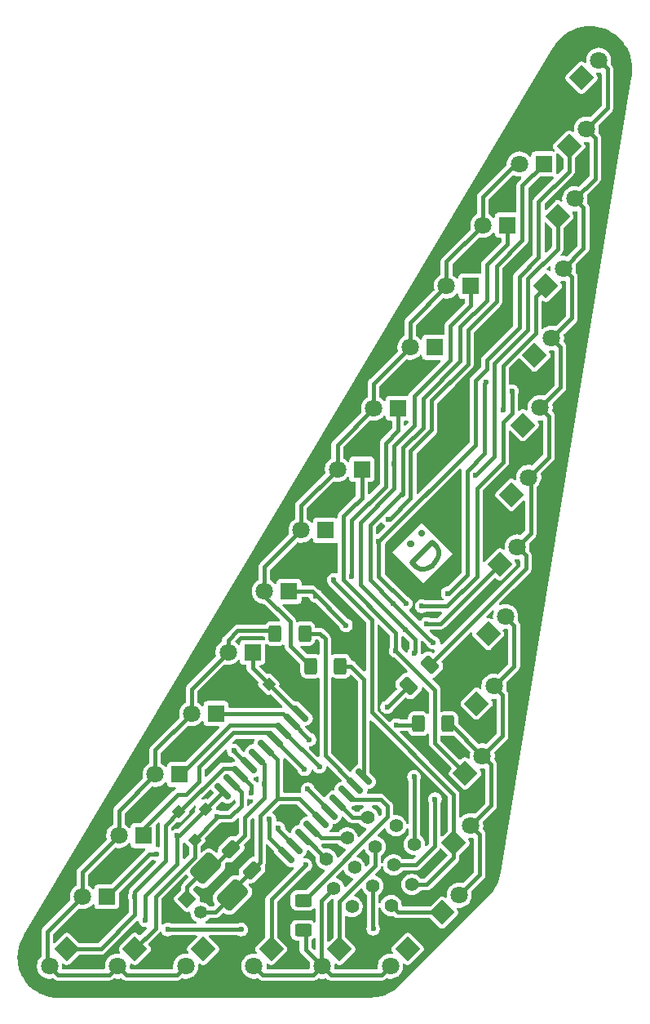
<source format=gbr>
%TF.GenerationSoftware,KiCad,Pcbnew,9.0.7*%
%TF.CreationDate,2026-02-21T03:41:23+02:00*%
%TF.ProjectId,kicad_selka_mk2,6b696361-645f-4736-956c-6b615f6d6b32,rev?*%
%TF.SameCoordinates,Original*%
%TF.FileFunction,Copper,L2,Bot*%
%TF.FilePolarity,Positive*%
%FSLAX46Y46*%
G04 Gerber Fmt 4.6, Leading zero omitted, Abs format (unit mm)*
G04 Created by KiCad (PCBNEW 9.0.7) date 2026-02-21 03:41:23*
%MOMM*%
%LPD*%
G01*
G04 APERTURE LIST*
G04 Aperture macros list*
%AMRoundRect*
0 Rectangle with rounded corners*
0 $1 Rounding radius*
0 $2 $3 $4 $5 $6 $7 $8 $9 X,Y pos of 4 corners*
0 Add a 4 corners polygon primitive as box body*
4,1,4,$2,$3,$4,$5,$6,$7,$8,$9,$2,$3,0*
0 Add four circle primitives for the rounded corners*
1,1,$1+$1,$2,$3*
1,1,$1+$1,$4,$5*
1,1,$1+$1,$6,$7*
1,1,$1+$1,$8,$9*
0 Add four rect primitives between the rounded corners*
20,1,$1+$1,$2,$3,$4,$5,0*
20,1,$1+$1,$4,$5,$6,$7,0*
20,1,$1+$1,$6,$7,$8,$9,0*
20,1,$1+$1,$8,$9,$2,$3,0*%
%AMRotRect*
0 Rectangle, with rotation*
0 The origin of the aperture is its center*
0 $1 length*
0 $2 width*
0 $3 Rotation angle, in degrees counterclockwise*
0 Add horizontal line*
21,1,$1,$2,0,0,$3*%
G04 Aperture macros list end*
%ADD10C,0.500000*%
%TA.AperFunction,NonConductor*%
%ADD11C,0.500000*%
%TD*%
%TA.AperFunction,ComponentPad*%
%ADD12RotRect,1.800000X1.800000X45.000000*%
%TD*%
%TA.AperFunction,ComponentPad*%
%ADD13C,1.800000*%
%TD*%
%TA.AperFunction,ComponentPad*%
%ADD14R,1.800000X1.800000*%
%TD*%
%TA.AperFunction,SMDPad,CuDef*%
%ADD15RoundRect,0.250000X0.159099X-0.724784X0.724784X-0.159099X-0.159099X0.724784X-0.724784X0.159099X0*%
%TD*%
%TA.AperFunction,ComponentPad*%
%ADD16C,1.400000*%
%TD*%
%TA.AperFunction,SMDPad,CuDef*%
%ADD17RotRect,1.000000X1.000000X45.000000*%
%TD*%
%TA.AperFunction,SMDPad,CuDef*%
%ADD18RoundRect,0.250000X0.400000X0.625000X-0.400000X0.625000X-0.400000X-0.625000X0.400000X-0.625000X0*%
%TD*%
%TA.AperFunction,ComponentPad*%
%ADD19RotRect,1.800000X1.800000X225.000000*%
%TD*%
%TA.AperFunction,SMDPad,CuDef*%
%ADD20RoundRect,0.250000X-0.724784X-0.159099X-0.159099X-0.724784X0.724784X0.159099X0.159099X0.724784X0*%
%TD*%
%TA.AperFunction,SMDPad,CuDef*%
%ADD21RoundRect,0.250000X-0.400000X-0.625000X0.400000X-0.625000X0.400000X0.625000X-0.400000X0.625000X0*%
%TD*%
%TA.AperFunction,SMDPad,CuDef*%
%ADD22RoundRect,0.396226X-1.242774X-0.318198X-0.318198X-1.242774X1.242774X0.318198X0.318198X1.242774X0*%
%TD*%
%TA.AperFunction,ComponentPad*%
%ADD23C,1.350000*%
%TD*%
%TA.AperFunction,ComponentPad*%
%ADD24RotRect,1.350000X1.350000X225.000000*%
%TD*%
%TA.AperFunction,SMDPad,CuDef*%
%ADD25RoundRect,0.250000X-0.625000X0.400000X-0.625000X-0.400000X0.625000X-0.400000X0.625000X0.400000X0*%
%TD*%
%TA.AperFunction,SMDPad,CuDef*%
%ADD26RoundRect,0.150000X-0.724784X0.512652X0.512652X-0.724784X0.724784X-0.512652X-0.512652X0.724784X0*%
%TD*%
%TA.AperFunction,ViaPad*%
%ADD27C,0.600000*%
%TD*%
%TA.AperFunction,Conductor*%
%ADD28C,0.400000*%
%TD*%
G04 APERTURE END LIST*
D10*
D11*
X118748652Y-76833501D02*
X118950682Y-76833501D01*
X118950682Y-76833501D02*
X118950682Y-76631470D01*
X118950682Y-76631470D02*
X118748652Y-76631470D01*
X118748652Y-76631470D02*
X118748652Y-76833501D01*
X118748652Y-76833501D02*
X118950682Y-76631470D01*
X117637484Y-77944669D02*
X117839515Y-77944669D01*
X117839515Y-77944669D02*
X117839515Y-77742638D01*
X117839515Y-77742638D02*
X117637484Y-77742638D01*
X117637484Y-77742638D02*
X117637484Y-77944669D01*
X117637484Y-77944669D02*
X117839515Y-77742638D01*
X119960835Y-77641623D02*
X117839514Y-79762943D01*
X117839514Y-79762943D02*
X118344591Y-80268019D01*
X118344591Y-80268019D02*
X118748652Y-80470050D01*
X118748652Y-80470050D02*
X119152713Y-80470050D01*
X119152713Y-80470050D02*
X119455758Y-80369035D01*
X119455758Y-80369035D02*
X119960835Y-80065989D01*
X119960835Y-80065989D02*
X120263880Y-79762943D01*
X120263880Y-79762943D02*
X120566926Y-79257867D01*
X120566926Y-79257867D02*
X120667941Y-78954821D01*
X120667941Y-78954821D02*
X120667941Y-78550760D01*
X120667941Y-78550760D02*
X120465911Y-78146699D01*
X120465911Y-78146699D02*
X119960835Y-77641623D01*
D12*
%TO.P,D8,1,K*%
%TO.N,Net-(D48-K)*%
X126978631Y-79941210D03*
D13*
%TO.P,D8,2,A*%
%TO.N,Net-(D1-A)*%
X128774682Y-78145159D03*
%TD*%
D12*
%TO.P,D7,1,K*%
%TO.N,Net-(D47-K)*%
X128178631Y-72721210D03*
D13*
%TO.P,D7,2,A*%
%TO.N,Net-(D1-A)*%
X129974682Y-70925159D03*
%TD*%
D12*
%TO.P,D6,1,K*%
%TO.N,Net-(D46-K)*%
X129378631Y-65501210D03*
D13*
%TO.P,D6,2,A*%
%TO.N,Net-(D1-A)*%
X131174682Y-63705159D03*
%TD*%
D12*
%TO.P,D5,1,K*%
%TO.N,Net-(D13-K)*%
X130578631Y-58281210D03*
D13*
%TO.P,D5,2,A*%
%TO.N,Net-(D1-A)*%
X132374682Y-56485159D03*
%TD*%
D12*
%TO.P,D4,1,K*%
%TO.N,Net-(D12-K)*%
X131778631Y-51061210D03*
D13*
%TO.P,D4,2,A*%
%TO.N,Net-(D1-A)*%
X133574682Y-49265159D03*
%TD*%
D12*
%TO.P,D3,1,K*%
%TO.N,Net-(D11-K)*%
X132978631Y-43841210D03*
D13*
%TO.P,D3,2,A*%
%TO.N,Net-(D1-A)*%
X134774682Y-42045159D03*
%TD*%
D12*
%TO.P,D2,1,K*%
%TO.N,Net-(D10-K)*%
X134178631Y-36621210D03*
D13*
%TO.P,D2,2,A*%
%TO.N,Net-(D1-A)*%
X135974682Y-34825159D03*
%TD*%
D12*
%TO.P,D1,1,K*%
%TO.N,Net-(D1-K)*%
X135456631Y-29478010D03*
D13*
%TO.P,D1,2,A*%
%TO.N,Net-(D1-A)*%
X137252682Y-27681959D03*
%TD*%
D14*
%TO.P,D64,1,K*%
%TO.N,Net-(D48-K)*%
X131548592Y-38437649D03*
D13*
%TO.P,D64,2,A*%
%TO.N,Net-(D57-A)*%
X129008592Y-38437649D03*
%TD*%
D14*
%TO.P,D63,1,K*%
%TO.N,Net-(D47-K)*%
X127768592Y-44767649D03*
D13*
%TO.P,D63,2,A*%
%TO.N,Net-(D57-A)*%
X125228592Y-44767649D03*
%TD*%
D14*
%TO.P,D62,1,K*%
%TO.N,Net-(D46-K)*%
X123988592Y-51097649D03*
D13*
%TO.P,D62,2,A*%
%TO.N,Net-(D57-A)*%
X121448592Y-51097649D03*
%TD*%
D14*
%TO.P,D61,1,K*%
%TO.N,Net-(D13-K)*%
X120208592Y-57427649D03*
D13*
%TO.P,D61,2,A*%
%TO.N,Net-(D57-A)*%
X117668592Y-57427649D03*
%TD*%
D14*
%TO.P,D60,1,K*%
%TO.N,Net-(D12-K)*%
X116428592Y-63757649D03*
D13*
%TO.P,D60,2,A*%
%TO.N,Net-(D57-A)*%
X113888592Y-63757649D03*
%TD*%
D14*
%TO.P,D59,1,K*%
%TO.N,Net-(D11-K)*%
X112648592Y-70087649D03*
D13*
%TO.P,D59,2,A*%
%TO.N,Net-(D57-A)*%
X110108592Y-70087649D03*
%TD*%
D14*
%TO.P,D58,1,K*%
%TO.N,Net-(D10-K)*%
X108868592Y-76417649D03*
D13*
%TO.P,D58,2,A*%
%TO.N,Net-(D57-A)*%
X106328592Y-76417649D03*
%TD*%
D14*
%TO.P,D57,1,K*%
%TO.N,Net-(D1-K)*%
X105088592Y-82747649D03*
D13*
%TO.P,D57,2,A*%
%TO.N,Net-(D57-A)*%
X102548592Y-82747649D03*
%TD*%
D12*
%TO.P,D13,1,K*%
%TO.N,Net-(D13-K)*%
X120978631Y-116041210D03*
D13*
%TO.P,D13,2,A*%
%TO.N,Net-(D10-A)*%
X122774682Y-114245159D03*
%TD*%
%TO.P,D54,2,A*%
%TO.N,Net-(D49-A)*%
X91208592Y-101737649D03*
D14*
%TO.P,D54,1,K*%
%TO.N,Net-(D46-K)*%
X93748592Y-101737649D03*
%TD*%
D15*
%TO.P,R1,2*%
%TO.N,Net-(D1-A)*%
X119714016Y-90343984D03*
%TO.P,R1,1*%
%TO.N,Net-(U1-PA0)*%
X117521984Y-92536016D03*
%TD*%
D13*
%TO.P,D56,2,A*%
%TO.N,Net-(D49-A)*%
X98768592Y-89077649D03*
D14*
%TO.P,D56,1,K*%
%TO.N,Net-(D48-K)*%
X101308592Y-89077649D03*
%TD*%
D16*
%TO.P,J21,1,Pin_1*%
%TO.N,Net-(D46-K)*%
X118110000Y-108966000D03*
%TD*%
%TO.P,J23,1,Pin_1*%
%TO.N,Net-(D47-K)*%
X114046000Y-109220000D03*
%TD*%
D17*
%TO.P,J31,1,Pin_1*%
%TO.N,Net-(D48-K)*%
X102997000Y-92354400D03*
%TD*%
D13*
%TO.P,D52,2,A*%
%TO.N,Net-(D49-A)*%
X83648592Y-114397649D03*
D14*
%TO.P,D52,1,K*%
%TO.N,Net-(D12-K)*%
X86188592Y-114397649D03*
%TD*%
D18*
%TO.P,R8,2*%
%TO.N,Net-(D57-A)*%
X107345792Y-90501649D03*
%TO.P,R8,1*%
%TO.N,Net-(U1-PA7)*%
X110445792Y-90501649D03*
%TD*%
D16*
%TO.P,J19,1,Pin_1*%
%TO.N,Net-(D13-K)*%
X115697000Y-115316000D03*
%TD*%
D13*
%TO.P,D48,2,A*%
%TO.N,Net-(D46-A)*%
X101457741Y-121609300D03*
D19*
%TO.P,D48,1,K*%
%TO.N,Net-(D48-K)*%
X103253792Y-119813249D03*
%TD*%
D20*
%TO.P,R9,2*%
%TO.N,GND*%
X101275792Y-111663665D03*
%TO.P,R9,1*%
%TO.N,+5V*%
X99083760Y-109471633D03*
%TD*%
D16*
%TO.P,J15,1,Pin_1*%
%TO.N,Net-(D11-K)*%
X113792000Y-113284000D03*
%TD*%
D17*
%TO.P,J28,1,Pin_1*%
%TO.N,Net-(D1-K)*%
X96449792Y-105360649D03*
%TD*%
D16*
%TO.P,J11,1,Pin_1*%
%TO.N,Net-(D1-K)*%
X111633000Y-115443000D03*
%TD*%
D21*
%TO.P,R2,2*%
%TO.N,Net-(D10-A)*%
X121621792Y-96470649D03*
%TO.P,R2,1*%
%TO.N,Net-(U1-PA1)*%
X118521792Y-96470649D03*
%TD*%
D13*
%TO.P,D53,2,A*%
%TO.N,Net-(D49-A)*%
X87428592Y-108067649D03*
D14*
%TO.P,D53,1,K*%
%TO.N,Net-(D13-K)*%
X89968592Y-108067649D03*
%TD*%
D22*
%TO.P,C1,2*%
%TO.N,GND*%
X99225650Y-114232507D03*
%TO.P,C1,1*%
%TO.N,+5V*%
X96467934Y-111474791D03*
%TD*%
D16*
%TO.P,J13,1,Pin_1*%
%TO.N,Net-(D10-K)*%
X115951000Y-111125000D03*
%TD*%
%TO.P,J3,1,Pin_1*%
%TO.N,Net-(J3-Pin_1)*%
X108966000Y-110490000D03*
%TD*%
D13*
%TO.P,D12,2,A*%
%TO.N,Net-(D10-A)*%
X123974682Y-107025159D03*
D12*
%TO.P,D12,1,K*%
%TO.N,Net-(D12-K)*%
X122178631Y-108821210D03*
%TD*%
D16*
%TO.P,J1,1,Pin_1*%
%TO.N,Net-(D10-A)*%
X116205000Y-107061000D03*
%TD*%
%TO.P,J7,1,Pin_1*%
%TO.N,Net-(J7-Pin_1)*%
X113284000Y-106172000D03*
%TD*%
D17*
%TO.P,J30,1,Pin_1*%
%TO.N,Net-(D11-K)*%
X93655792Y-105614649D03*
%TD*%
%TO.P,J29,1,Pin_1*%
%TO.N,Net-(D10-K)*%
X95306792Y-108535649D03*
%TD*%
D13*
%TO.P,D50,2,A*%
%TO.N,Net-(D49-A)*%
X87301741Y-121609300D03*
D19*
%TO.P,D50,1,K*%
%TO.N,Net-(D10-K)*%
X89097792Y-119813249D03*
%TD*%
D13*
%TO.P,D51,2,A*%
%TO.N,Net-(D49-A)*%
X80223741Y-121609300D03*
D19*
%TO.P,D51,1,K*%
%TO.N,Net-(D11-K)*%
X82019792Y-119813249D03*
%TD*%
D13*
%TO.P,D47,2,A*%
%TO.N,Net-(D46-A)*%
X108535741Y-121609300D03*
D19*
%TO.P,D47,1,K*%
%TO.N,Net-(D47-K)*%
X110331792Y-119813249D03*
%TD*%
D16*
%TO.P,J9,1,Pin_1*%
%TO.N,Net-(D46-A)*%
X109728000Y-113538000D03*
%TD*%
%TO.P,J5,1,Pin_1*%
%TO.N,Net-(J5-Pin_1)*%
X111125000Y-108331000D03*
%TD*%
D23*
%TO.P,J27,2,Pin_2*%
%TO.N,GND*%
X95941792Y-116028649D03*
D24*
%TO.P,J27,1,Pin_1*%
%TO.N,+5V*%
X94527578Y-114614435D03*
%TD*%
D13*
%TO.P,D10,2,A*%
%TO.N,Net-(D10-A)*%
X126374682Y-92585159D03*
D12*
%TO.P,D10,1,K*%
%TO.N,Net-(D10-K)*%
X124578631Y-94381210D03*
%TD*%
D25*
%TO.P,R6,2*%
%TO.N,Net-(D46-A)*%
X106553000Y-117882001D03*
%TO.P,R6,1*%
%TO.N,Net-(U1-PA5)*%
X106553000Y-114781999D03*
%TD*%
D13*
%TO.P,D9,2,A*%
%TO.N,Net-(D10-A)*%
X127574682Y-85365159D03*
D12*
%TO.P,D9,1,K*%
%TO.N,Net-(D1-K)*%
X125778631Y-87161210D03*
%TD*%
D16*
%TO.P,J25,1,Pin_1*%
%TO.N,Net-(D48-K)*%
X111887000Y-111379000D03*
%TD*%
%TO.P,J17,1,Pin_1*%
%TO.N,Net-(D12-K)*%
X117856000Y-113157000D03*
%TD*%
D26*
%TO.P,U1,20,PA0*%
%TO.N,Net-(U1-PA0)*%
X104785834Y-110049794D03*
%TO.P,U1,19,PA1*%
%TO.N,Net-(U1-PA1)*%
X105683860Y-109151768D03*
%TO.P,U1,18,PA2*%
%TO.N,Net-(J3-Pin_1)*%
X106581886Y-108253743D03*
%TO.P,U1,17,AREF/PA3*%
%TO.N,Net-(J5-Pin_1)*%
X107479911Y-107355717D03*
%TO.P,U1,16,AGND*%
%TO.N,GND*%
X108377937Y-106457691D03*
%TO.P,U1,15,AVCC*%
%TO.N,+5V*%
X109275962Y-105559666D03*
%TO.P,U1,14,PA4*%
%TO.N,Net-(J7-Pin_1)*%
X110173988Y-104661640D03*
%TO.P,U1,13,PA5*%
%TO.N,Net-(U1-PA5)*%
X111072014Y-103763615D03*
%TO.P,U1,12,PA6*%
%TO.N,Net-(U1-PA6)*%
X111970039Y-102865589D03*
%TO.P,U1,11,PA7*%
%TO.N,Net-(U1-PA7)*%
X112868065Y-101967563D03*
%TO.P,U1,10,~{RESET}/PB7*%
%TO.N,Net-(D48-K)*%
X106291972Y-95391470D03*
%TO.P,U1,9,PB6*%
%TO.N,Net-(D47-K)*%
X105393946Y-96289496D03*
%TO.P,U1,8,XTAL2/PB5*%
%TO.N,Net-(D46-K)*%
X104495920Y-97187521D03*
%TO.P,U1,7,XTAL1/PB4*%
%TO.N,Net-(D13-K)*%
X103597895Y-98085547D03*
%TO.P,U1,6,GND*%
%TO.N,GND*%
X102699869Y-98983573D03*
%TO.P,U1,5,VCC*%
%TO.N,+5V*%
X101801844Y-99881598D03*
%TO.P,U1,4,PB3*%
%TO.N,Net-(D12-K)*%
X100903818Y-100779624D03*
%TO.P,U1,3,PB2*%
%TO.N,Net-(D11-K)*%
X100005792Y-101677649D03*
%TO.P,U1,2,PB1*%
%TO.N,Net-(D10-K)*%
X99107767Y-102575675D03*
%TO.P,U1,1,PB0*%
%TO.N,Net-(D1-K)*%
X98209741Y-103473701D03*
%TD*%
D13*
%TO.P,D46,2,A*%
%TO.N,Net-(D46-A)*%
X115613741Y-121609300D03*
D19*
%TO.P,D46,1,K*%
%TO.N,Net-(D46-K)*%
X117409792Y-119813249D03*
%TD*%
D18*
%TO.P,R7,2*%
%TO.N,Net-(D49-A)*%
X103656799Y-87122000D03*
%TO.P,R7,1*%
%TO.N,Net-(U1-PA6)*%
X106756801Y-87122000D03*
%TD*%
D13*
%TO.P,D55,2,A*%
%TO.N,Net-(D49-A)*%
X94988592Y-95407649D03*
D14*
%TO.P,D55,1,K*%
%TO.N,Net-(D47-K)*%
X97528592Y-95407649D03*
%TD*%
D13*
%TO.P,D49,2,A*%
%TO.N,Net-(D49-A)*%
X94379741Y-121609300D03*
D19*
%TO.P,D49,1,K*%
%TO.N,Net-(D1-K)*%
X96175792Y-119813249D03*
%TD*%
D13*
%TO.P,D11,2,A*%
%TO.N,Net-(D10-A)*%
X125174682Y-99805159D03*
D12*
%TO.P,D11,1,K*%
%TO.N,Net-(D11-K)*%
X123378631Y-101601210D03*
%TD*%
D27*
%TO.N,Net-(D46-K)*%
X118079224Y-89150942D03*
%TO.N,Net-(D10-K)*%
X114422592Y-77597000D03*
%TO.N,Net-(D48-K)*%
X115366800Y-75285600D03*
%TO.N,Net-(D10-K)*%
X117259407Y-84003471D03*
%TO.N,Net-(D47-K)*%
X120080823Y-88076823D03*
%TO.N,Net-(D11-K)*%
X113834000Y-117729000D03*
%TO.N,Net-(D1-K)*%
X111015230Y-86266183D03*
X125541200Y-61076000D03*
X90159571Y-116850429D03*
X107880792Y-83207649D03*
X93495019Y-108077000D03*
%TO.N,Net-(U1-PA1)*%
X103996470Y-107303491D03*
%TO.N,Net-(D12-K)*%
X91331697Y-109952186D03*
%TO.N,Net-(D48-K)*%
X106807000Y-111125000D03*
%TO.N,Net-(D47-K)*%
X115944292Y-83961149D03*
%TO.N,Net-(D46-K)*%
X116018792Y-69494400D03*
%TO.N,Net-(D13-K)*%
X118878370Y-84276102D03*
%TO.N,+5V*%
X107050571Y-103261428D03*
%TO.N,Net-(D46-K)*%
X117151481Y-86692339D03*
%TO.N,+5V*%
X102563680Y-102717600D03*
%TO.N,Net-(U1-PA0)*%
X103071470Y-106378491D03*
%TO.N,Net-(D11-K)*%
X116194753Y-88921861D03*
%TO.N,Net-(U1-PA0)*%
X115294406Y-94742000D03*
%TO.N,Net-(D13-K)*%
X128241200Y-61976000D03*
%TO.N,Net-(D11-K)*%
X100132792Y-117806649D03*
X124480792Y-70718208D03*
%TO.N,Net-(D48-K)*%
X119392366Y-86101075D03*
%TO.N,Net-(D12-K)*%
X109740700Y-81546700D03*
%TO.N,Net-(D13-K)*%
X106714618Y-101206184D03*
%TO.N,Net-(D46-K)*%
X118078792Y-101981000D03*
%TO.N,Net-(D11-K)*%
X101191569Y-103625426D03*
%TO.N,Net-(D10-K)*%
X120245215Y-104292400D03*
%TO.N,Net-(D12-K)*%
X99370792Y-99264649D03*
%TO.N,Net-(D10-K)*%
X97650292Y-106122649D03*
%TO.N,Net-(D12-K)*%
X111621593Y-81215542D03*
%TO.N,Net-(D47-K)*%
X116820792Y-72721210D03*
%TO.N,Net-(D11-K)*%
X92512792Y-117806649D03*
X89097166Y-114356834D03*
%TO.N,Net-(D46-K)*%
X108254827Y-100946429D03*
%TO.N,Net-(D12-K)*%
X127341200Y-63930984D03*
%TO.N,Net-(U1-PA1)*%
X116240792Y-96597649D03*
%TO.N,Net-(D1-K)*%
X121565841Y-82948420D03*
%TO.N,Net-(D47-K)*%
X107226099Y-98121649D03*
%TD*%
D28*
%TO.N,Net-(D11-K)*%
X89097166Y-114356834D02*
X89097166Y-116287234D01*
X82019792Y-119813249D02*
X85571151Y-119813249D01*
X85571151Y-119813249D02*
X89097166Y-116287234D01*
%TO.N,Net-(D13-K)*%
X104839680Y-99327332D02*
X103597895Y-98085547D01*
X106714618Y-101206184D02*
X104839680Y-99331246D01*
X104839680Y-99331246D02*
X104839680Y-99327332D01*
%TO.N,Net-(D57-A)*%
X107345792Y-90501649D02*
X105232200Y-88388057D01*
X105232200Y-88388057D02*
X105232200Y-85893257D01*
X105232200Y-85893257D02*
X102548592Y-83209649D01*
X102548592Y-83209649D02*
X102548592Y-82747649D01*
%TO.N,Net-(U1-PA6)*%
X106756801Y-87122000D02*
X108310144Y-87122000D01*
X108310144Y-87122000D02*
X108855292Y-87667148D01*
X108855292Y-87667148D02*
X108855292Y-99750842D01*
X108855292Y-99750842D02*
X111970039Y-102865589D01*
%TO.N,Net-(D49-A)*%
X99754800Y-86818649D02*
X98768592Y-87804857D01*
X103656799Y-87122000D02*
X103353448Y-86818649D01*
X103353448Y-86818649D02*
X99754800Y-86818649D01*
X98768592Y-87804857D02*
X98768592Y-89077649D01*
%TO.N,Net-(D1-K)*%
X111015230Y-86266183D02*
X107496696Y-82747649D01*
X107496696Y-82747649D02*
X105088592Y-82747649D01*
%TO.N,Net-(D13-K)*%
X118878370Y-84276102D02*
X121510953Y-84276102D01*
X121510953Y-84276102D02*
X124621805Y-81165250D01*
X124621805Y-81165250D02*
X124621805Y-72030987D01*
X124621805Y-72030987D02*
X127336792Y-69316000D01*
X127336792Y-69316000D02*
X127336792Y-65260183D01*
%TO.N,Net-(D12-K)*%
X109740700Y-81546700D02*
X109740700Y-81740227D01*
X109740700Y-81740227D02*
X113678600Y-85678128D01*
X113678600Y-85678128D02*
X113678600Y-93614865D01*
X113678600Y-93614865D02*
X113669065Y-93624400D01*
X113669065Y-93624400D02*
X113669065Y-95300129D01*
X113669065Y-95300129D02*
X122178631Y-103809695D01*
X122178631Y-103809695D02*
X122178631Y-108821210D01*
%TO.N,Net-(U1-PA7)*%
X112868065Y-101967563D02*
X112868065Y-91855935D01*
X112868065Y-91855935D02*
X112877600Y-91846400D01*
X112877600Y-91846400D02*
X111532849Y-90501649D01*
X111532849Y-90501649D02*
X110445792Y-90501649D01*
%TO.N,Net-(D12-K)*%
X111621593Y-81215542D02*
X111621593Y-75348493D01*
%TO.N,Net-(D47-K)*%
X116919792Y-67852220D02*
X119011000Y-65761012D01*
%TO.N,Net-(D48-K)*%
X115366800Y-75285600D02*
X115530608Y-75285600D01*
X115530608Y-75285600D02*
X117720792Y-73095417D01*
X123661592Y-59205419D02*
X123661592Y-55659436D01*
X117720792Y-68184006D02*
X119912000Y-65992798D01*
X129319592Y-40666649D02*
X131548592Y-38437649D01*
X117720792Y-73095417D02*
X117720792Y-68184006D01*
X119912000Y-62955012D02*
X123661592Y-59205419D01*
X119912000Y-65992798D02*
X119912000Y-62955012D01*
X123661592Y-55659436D02*
X126640592Y-52680435D01*
X126640592Y-52680435D02*
X126640592Y-48997649D01*
X126640592Y-48997649D02*
X129319592Y-46318649D01*
X129319592Y-46318649D02*
X129319592Y-40666649D01*
%TO.N,Net-(D10-K)*%
X120245215Y-104292400D02*
X120245215Y-109116785D01*
X120245215Y-109116785D02*
X118237000Y-111125000D01*
X118237000Y-111125000D02*
X115951000Y-111125000D01*
%TO.N,Net-(D1-K)*%
X121565841Y-82948420D02*
X121705849Y-82948420D01*
X121705849Y-82948420D02*
X123579792Y-81074477D01*
X123579792Y-81074477D02*
X123579792Y-70288158D01*
X123579792Y-70288158D02*
X125414950Y-68453000D01*
X125414950Y-68453000D02*
X125414950Y-61202250D01*
X125414950Y-61202250D02*
X125541200Y-61076000D01*
%TO.N,Net-(D48-K)*%
X119392366Y-86101075D02*
X120818766Y-86101075D01*
X120818766Y-86101075D02*
X126978631Y-79941210D01*
%TO.N,Net-(D46-K)*%
X118079224Y-89150942D02*
X118202085Y-89028081D01*
X118202085Y-89028081D02*
X118202085Y-87742943D01*
X118202085Y-87742943D02*
X117151481Y-86692339D01*
%TO.N,Net-(D10-K)*%
X114422592Y-77597000D02*
X114422592Y-77552804D01*
X114422592Y-77552804D02*
X124439198Y-67536197D01*
X128992312Y-50122541D02*
X131013200Y-48101653D01*
X131013200Y-48101653D02*
X131013200Y-42341800D01*
X131013200Y-42341800D02*
X134178631Y-39176369D01*
X134178631Y-39176369D02*
X134178631Y-36621210D01*
X124439198Y-67536197D02*
X124439198Y-60903795D01*
X124439198Y-60903795D02*
X125602193Y-59740800D01*
X125602193Y-59740800D02*
X125640200Y-59740800D01*
X125640200Y-59740800D02*
X125640200Y-58760624D01*
X125640200Y-58760624D02*
X128992312Y-55408512D01*
X128992312Y-55408512D02*
X128992312Y-50122541D01*
X114422592Y-81166656D02*
X117259407Y-84003471D01*
X114422592Y-77597000D02*
X114422592Y-81166656D01*
%TO.N,Net-(D47-K)*%
X116820792Y-72721210D02*
X116919792Y-72622210D01*
X116919792Y-72622210D02*
X116919792Y-67852220D01*
X122860592Y-58873634D02*
X122860592Y-55327649D01*
X116654456Y-72721210D02*
X113512600Y-75863066D01*
X119011000Y-62723227D02*
X122860592Y-58873634D01*
X113522592Y-76984849D02*
X113522592Y-81539449D01*
X113522592Y-81539449D02*
X115944292Y-83961149D01*
X122860592Y-55327649D02*
X125639592Y-52548649D01*
X125639592Y-52548649D02*
X125639592Y-48865863D01*
X119011000Y-65761012D02*
X119011000Y-62723227D01*
X113512600Y-76974857D02*
X113522592Y-76984849D01*
X125639592Y-48865863D02*
X127768592Y-46736863D01*
X127768592Y-46736863D02*
X127768592Y-44767649D01*
X116820792Y-72721210D02*
X116654456Y-72721210D01*
X113512600Y-75863066D02*
X113512600Y-76974857D01*
%TO.N,Net-(D11-K)*%
X124480792Y-70718208D02*
X126315950Y-68883050D01*
X126315950Y-68883050D02*
X126315950Y-68857650D01*
X126315950Y-68857650D02*
X126441200Y-68732400D01*
X126441200Y-59092410D02*
X129904839Y-55628771D01*
X126441200Y-68732400D02*
X126441200Y-59092410D01*
X132978631Y-47269008D02*
X132978631Y-43841210D01*
X129904839Y-55628771D02*
X129904839Y-50342800D01*
X129904839Y-50342800D02*
X132978631Y-47269008D01*
%TO.N,Net-(D47-K)*%
X119773752Y-87769752D02*
X119752895Y-87769752D01*
X120080823Y-88076823D02*
X119773752Y-87769752D01*
X119752895Y-87769752D02*
X115944292Y-83961149D01*
%TO.N,Net-(D1-K)*%
X93733441Y-108077000D02*
X96449792Y-105360649D01*
X90159571Y-114315500D02*
X90159571Y-116850429D01*
X93495019Y-110980052D02*
X90159571Y-114315500D01*
X93495019Y-108077000D02*
X93495019Y-110980052D01*
X93495019Y-108077000D02*
X93733441Y-108077000D01*
%TO.N,Net-(D11-K)*%
X89097166Y-114356834D02*
X89097166Y-113852085D01*
X89097166Y-113852085D02*
X92256697Y-110692554D01*
X92256697Y-110692554D02*
X92256697Y-107013744D01*
X92256697Y-107013744D02*
X93655792Y-105614649D01*
%TO.N,Net-(D48-K)*%
X106428792Y-111506000D02*
X103253792Y-114681000D01*
X103253792Y-114681000D02*
X103253792Y-119813249D01*
X106807000Y-111125000D02*
X106428792Y-111503208D01*
X106428792Y-111503208D02*
X106428792Y-111506000D01*
%TO.N,Net-(D47-K)*%
X114046000Y-109220000D02*
X114046000Y-111190108D01*
X114046000Y-111190108D02*
X110331792Y-114904316D01*
X110331792Y-114904316D02*
X110331792Y-119813249D01*
%TO.N,Net-(D46-K)*%
X118078792Y-101981000D02*
X118110000Y-102012208D01*
X118110000Y-102012208D02*
X118110000Y-108966000D01*
%TO.N,Net-(D1-A)*%
X119714016Y-90343984D02*
X129674682Y-80383318D01*
%TO.N,Net-(U1-PA0)*%
X115294406Y-94742000D02*
X115316000Y-94742000D01*
X115316000Y-94742000D02*
X117521984Y-92536016D01*
%TO.N,Net-(D1-A)*%
X129674682Y-80383318D02*
X129674682Y-79045159D01*
X129674682Y-79045159D02*
X128774682Y-78145159D01*
%TO.N,Net-(D11-K)*%
X101191569Y-102863426D02*
X101191569Y-103625426D01*
X110719592Y-81586334D02*
X110719592Y-74976287D01*
X92512792Y-117806649D02*
X100132792Y-117806649D01*
%TO.N,Net-(U1-PA5)*%
X106715891Y-114619108D02*
X106807000Y-114619108D01*
%TO.N,Net-(D12-K)*%
X127341200Y-59325195D02*
X130705839Y-55960555D01*
%TO.N,Net-(D10-K)*%
X98989792Y-106122649D02*
X100132792Y-104979649D01*
%TO.N,Net-(D57-A)*%
X102548592Y-80197649D02*
X106328592Y-76417649D01*
X128639408Y-38437649D02*
X125228592Y-41848465D01*
X121448592Y-48547649D02*
X125228592Y-44767649D01*
%TO.N,Net-(D13-K)*%
X93528792Y-103836649D02*
X94379139Y-103836649D01*
%TO.N,Net-(D48-K)*%
X101308592Y-90654953D02*
X103247540Y-92593901D01*
X103247540Y-92593901D02*
X106045109Y-95391470D01*
%TO.N,Net-(D11-K)*%
X116194753Y-88921861D02*
X116194753Y-87061494D01*
%TO.N,GND*%
X103914680Y-104227133D02*
X103914680Y-100198384D01*
%TO.N,Net-(D10-K)*%
X97650292Y-106192149D02*
X95306792Y-108535649D01*
%TO.N,Net-(D12-K)*%
X99580843Y-99456649D02*
X100903818Y-100779624D01*
%TO.N,Net-(D11-K)*%
X93733924Y-105614649D02*
X98276622Y-101071952D01*
%TO.N,Net-(D47-K)*%
X104512099Y-95407649D02*
X97528592Y-95407649D01*
%TO.N,Net-(D46-A)*%
X114713741Y-122509300D02*
X109435741Y-122509300D01*
X102357741Y-122509300D02*
X101457741Y-121609300D01*
X108535741Y-121609300D02*
X107635741Y-122509300D01*
%TO.N,Net-(D57-A)*%
X125228592Y-41848465D02*
X125228592Y-44767649D01*
%TO.N,Net-(D13-K)*%
X95761721Y-100968721D02*
X99317721Y-97412721D01*
%TO.N,Net-(J3-Pin_1)*%
X106729743Y-108253743D02*
X106581886Y-108253743D01*
X108945143Y-110490000D02*
X106708886Y-108253743D01*
%TO.N,Net-(D57-A)*%
X106328592Y-76417649D02*
X106328592Y-73867649D01*
%TO.N,Net-(J7-Pin_1)*%
X113284000Y-106172000D02*
X111684348Y-106172000D01*
%TO.N,Net-(D57-A)*%
X102548592Y-82747649D02*
X102548592Y-80197649D01*
%TO.N,Net-(J7-Pin_1)*%
X111684348Y-106172000D02*
X110173988Y-104661640D01*
%TO.N,Net-(J5-Pin_1)*%
X108455194Y-108331000D02*
X107479911Y-107355717D01*
%TO.N,Net-(D46-K)*%
X116018792Y-67620435D02*
X118110000Y-65529226D01*
X108254827Y-100946429D02*
X104495920Y-97187521D01*
X118110000Y-65529226D02*
X118110000Y-62491441D01*
X121859592Y-58741849D02*
X121859592Y-55195863D01*
X116018792Y-69494400D02*
X116018792Y-67620435D01*
X103915223Y-96606824D02*
X98990832Y-96606824D01*
%TO.N,Net-(D47-K)*%
X105393946Y-96289496D02*
X104512099Y-95407649D01*
%TO.N,Net-(D49-A)*%
X94988592Y-95407649D02*
X94988592Y-92857649D01*
X83648592Y-111847649D02*
X87428592Y-108067649D01*
X83648592Y-114397649D02*
X83648592Y-111847649D01*
X93479741Y-122509300D02*
X88201741Y-122509300D01*
X94379741Y-121609300D02*
X93479741Y-122509300D01*
X79996000Y-121381559D02*
X79996000Y-118050241D01*
X79996000Y-118050241D02*
X83648592Y-114397649D01*
X91208592Y-99187649D02*
X94988592Y-95407649D01*
X88201741Y-122509300D02*
X87301741Y-121609300D01*
X81123741Y-122509300D02*
X80223741Y-121609300D01*
%TO.N,GND*%
X103914680Y-100198384D02*
X102699869Y-98983573D01*
%TO.N,Net-(D10-K)*%
X97650292Y-106122649D02*
X97650292Y-106192149D01*
%TO.N,Net-(D10-A)*%
X127274682Y-97705159D02*
X125174682Y-99805159D01*
%TO.N,GND*%
X95941792Y-116028649D02*
X97429508Y-116028649D01*
%TO.N,Net-(D10-K)*%
X95306792Y-110301065D02*
X91242792Y-114365065D01*
%TO.N,Net-(D12-K)*%
X99370792Y-99264649D02*
X99562792Y-99456649D01*
%TO.N,Net-(D10-A)*%
X128474682Y-90485159D02*
X126374682Y-92585159D01*
%TO.N,GND*%
X97429508Y-116028649D02*
X99225650Y-114232507D01*
%TO.N,Net-(D12-K)*%
X99562792Y-99456649D02*
X99580843Y-99456649D01*
%TO.N,Net-(D10-A)*%
X121840172Y-96470649D02*
X125174682Y-99805159D01*
%TO.N,GND*%
X103914680Y-104227133D02*
X102091978Y-106049835D01*
%TO.N,Net-(D12-K)*%
X130705839Y-55960555D02*
X130705839Y-52134002D01*
%TO.N,Net-(D10-A)*%
X128474682Y-86265159D02*
X128474682Y-90485159D01*
%TO.N,GND*%
X108377937Y-106457691D02*
X106147379Y-104227133D01*
%TO.N,Net-(D10-A)*%
X126074682Y-104925159D02*
X126074682Y-100705159D01*
%TO.N,GND*%
X102091978Y-110847479D02*
X102091978Y-106049835D01*
%TO.N,Net-(D12-K)*%
X115118792Y-67387649D02*
X116428592Y-66077849D01*
%TO.N,Net-(D10-A)*%
X124874682Y-112145159D02*
X122774682Y-114245159D01*
%TO.N,GND*%
X101275792Y-111663665D02*
X99225650Y-113713807D01*
%TO.N,Net-(D12-K)*%
X127341200Y-63930984D02*
X127341200Y-59325195D01*
%TO.N,Net-(D10-A)*%
X123974682Y-107025159D02*
X124874682Y-107925159D01*
%TO.N,GND*%
X106147379Y-104227133D02*
X103914680Y-104227133D01*
%TO.N,Net-(D10-K)*%
X95306792Y-108535649D02*
X95306792Y-110301065D01*
%TO.N,Net-(D12-K)*%
X122178631Y-110365810D02*
X119387441Y-113157000D01*
%TO.N,Net-(D10-A)*%
X124874682Y-107925159D02*
X124874682Y-112145159D01*
X123974682Y-107025159D02*
X126074682Y-104925159D01*
X127274682Y-93485159D02*
X127274682Y-97705159D01*
X127574682Y-85365159D02*
X128474682Y-86265159D01*
X126374682Y-92585159D02*
X127274682Y-93485159D01*
X126074682Y-100705159D02*
X125174682Y-99805159D01*
%TO.N,Net-(D1-A)*%
X135674682Y-47165159D02*
X133574682Y-49265159D01*
X135674682Y-42945159D02*
X135674682Y-47165159D01*
X133274682Y-61605159D02*
X131174682Y-63705159D01*
X128774682Y-78145159D02*
X130202423Y-76717418D01*
X130202423Y-76717418D02*
X130202423Y-71152900D01*
X132374682Y-56485159D02*
X133274682Y-57385159D01*
X135974682Y-34825159D02*
X138152682Y-32647159D01*
X133574682Y-49265159D02*
X134474682Y-50165159D01*
X132074682Y-68825159D02*
X129974682Y-70925159D01*
X131174682Y-63705159D02*
X132074682Y-64605159D01*
X136874682Y-35725159D02*
X136874682Y-39945159D01*
X132074682Y-64605159D02*
X132074682Y-68825159D01*
X138152682Y-28581959D02*
X137252682Y-27681959D01*
X134774682Y-42045159D02*
X135674682Y-42945159D01*
X135974682Y-34825159D02*
X136874682Y-35725159D01*
X134474682Y-50165159D02*
X134474682Y-54385159D01*
%TO.N,Net-(D49-A)*%
X94988592Y-92857649D02*
X98768592Y-89077649D01*
X87428592Y-105517649D02*
X91208592Y-101737649D01*
%TO.N,Net-(D1-A)*%
X134474682Y-54385159D02*
X132374682Y-56485159D01*
%TO.N,Net-(D49-A)*%
X86401741Y-122509300D02*
X81123741Y-122509300D01*
%TO.N,Net-(D1-A)*%
X133274682Y-57385159D02*
X133274682Y-61605159D01*
%TO.N,Net-(D57-A)*%
X106328592Y-73867649D02*
X110108592Y-70087649D01*
%TO.N,Net-(D13-K)*%
X102925069Y-97412721D02*
X99317721Y-97412721D01*
%TO.N,Net-(D57-A)*%
X113888592Y-63757649D02*
X113888592Y-61207649D01*
X113888592Y-61207649D02*
X117668592Y-57427649D01*
X117668592Y-57427649D02*
X117668592Y-54877649D01*
%TO.N,Net-(D13-K)*%
X94379139Y-103836649D02*
X95761721Y-102454067D01*
X116409649Y-116028649D02*
X120966070Y-116028649D01*
X115697000Y-115316000D02*
X116409649Y-116028649D01*
X89968592Y-107396849D02*
X93528792Y-103836649D01*
X103597895Y-98085547D02*
X102925069Y-97412721D01*
%TO.N,Net-(D46-K)*%
X123988592Y-53066863D02*
X123988592Y-51097649D01*
X121859592Y-55195863D02*
X123988592Y-53066863D01*
X118110000Y-62491441D02*
X121859592Y-58741849D01*
X112521592Y-82062449D02*
X112521592Y-75581280D01*
X98990832Y-96606824D02*
X93860007Y-101737649D01*
%TO.N,Net-(D46-A)*%
X109435741Y-122509300D02*
X108535741Y-121609300D01*
%TO.N,Net-(D47-K)*%
X107226099Y-98121649D02*
X105393946Y-96289496D01*
%TO.N,Net-(D46-A)*%
X107635741Y-122509300D02*
X102357741Y-122509300D01*
%TO.N,Net-(D1-A)*%
X136874682Y-39945159D02*
X134774682Y-42045159D01*
%TO.N,Net-(D48-K)*%
X101308592Y-89077649D02*
X101308592Y-90654953D01*
%TO.N,Net-(U1-PA0)*%
X103071470Y-106378491D02*
X103071470Y-108299327D01*
%TO.N,Net-(D1-A)*%
X138152682Y-32647159D02*
X138152682Y-28581959D01*
%TO.N,Net-(D13-K)*%
X95761721Y-102454067D02*
X95761721Y-100968721D01*
%TO.N,Net-(J5-Pin_1)*%
X111125000Y-108331000D02*
X108455194Y-108331000D01*
%TO.N,GND*%
X101275792Y-111663665D02*
X102091978Y-110847479D01*
%TO.N,+5V*%
X94527578Y-113415147D02*
X96467934Y-111474791D01*
%TO.N,Net-(D49-A)*%
X91208592Y-101737649D02*
X91208592Y-99187649D01*
%TO.N,Net-(D10-K)*%
X100132792Y-104979649D02*
X100132792Y-103600700D01*
%TO.N,Net-(D11-K)*%
X120220792Y-98443371D02*
X123378631Y-101601210D01*
%TO.N,Net-(D10-K)*%
X97650292Y-106122649D02*
X98989792Y-106122649D01*
%TO.N,Net-(D12-K)*%
X119387441Y-113157000D02*
X117856000Y-113157000D01*
%TO.N,Net-(D11-K)*%
X116194753Y-87061494D02*
X110719592Y-81586334D01*
%TO.N,Net-(D13-K)*%
X128241200Y-61976000D02*
X128241200Y-64303776D01*
%TO.N,Net-(D1-K)*%
X98209741Y-103600700D02*
X96449792Y-105360649D01*
%TO.N,Net-(D49-A)*%
X87301741Y-121609300D02*
X86401741Y-122509300D01*
%TO.N,Net-(D46-K)*%
X112521592Y-75581280D02*
X116018792Y-72084080D01*
%TO.N,Net-(D49-A)*%
X87428592Y-108067649D02*
X87428592Y-105517649D01*
%TO.N,Net-(U1-PA1)*%
X103996470Y-107303491D02*
X103996470Y-107464378D01*
%TO.N,Net-(D12-K)*%
X91331697Y-109952186D02*
X90634055Y-109952186D01*
%TO.N,Net-(D46-K)*%
X116018792Y-72084080D02*
X116018792Y-69494400D01*
%TO.N,Net-(D12-K)*%
X122178631Y-108821210D02*
X122178631Y-110365810D01*
%TO.N,Net-(D10-K)*%
X100132792Y-103600700D02*
X99107767Y-102575675D01*
%TO.N,Net-(D46-A)*%
X106553000Y-117882001D02*
X106807000Y-118136001D01*
%TO.N,Net-(D12-K)*%
X116428592Y-66077849D02*
X116428592Y-63757649D01*
%TO.N,+5V*%
X100513792Y-108041601D02*
X99083760Y-109471633D01*
%TO.N,Net-(J3-Pin_1)*%
X108966000Y-110490000D02*
X106729743Y-108253743D01*
%TO.N,Net-(D11-K)*%
X112648592Y-70087649D02*
X112648592Y-73047287D01*
%TO.N,Net-(D57-A)*%
X117668592Y-54877649D02*
X121448592Y-51097649D01*
%TO.N,Net-(D12-K)*%
X90634055Y-109952186D02*
X86188592Y-114397649D01*
%TO.N,Net-(D57-A)*%
X121448592Y-51097649D02*
X121448592Y-48547649D01*
%TO.N,Net-(D12-K)*%
X111621593Y-75348493D02*
X115118792Y-71851294D01*
X115118792Y-71851294D02*
X115118792Y-67387649D01*
%TO.N,Net-(D57-A)*%
X110108592Y-67537649D02*
X113888592Y-63757649D01*
%TO.N,Net-(D12-K)*%
X130705839Y-52134002D02*
X131778631Y-51061210D01*
%TO.N,Net-(D57-A)*%
X110108592Y-70087649D02*
X110108592Y-67537649D01*
%TO.N,Net-(D11-K)*%
X120220792Y-92947900D02*
X120220792Y-98443371D01*
%TO.N,Net-(U1-PA1)*%
X103996470Y-107464378D02*
X105683860Y-109151768D01*
%TO.N,Net-(D11-K)*%
X99400095Y-101071952D02*
X98276622Y-101071952D01*
%TO.N,Net-(U1-PA1)*%
X116240792Y-96597649D02*
X118394792Y-96597649D01*
%TO.N,Net-(D11-K)*%
X100005792Y-101677649D02*
X101191569Y-102863426D01*
X112648592Y-73047287D02*
X111443011Y-74252868D01*
%TO.N,Net-(D46-K)*%
X117151481Y-86692339D02*
X112521592Y-82062449D01*
%TO.N,Net-(D46-A)*%
X115613741Y-121609300D02*
X114713741Y-122509300D01*
%TO.N,Net-(U1-PA0)*%
X103071470Y-108299327D02*
X104821937Y-110049794D01*
%TO.N,Net-(D11-K)*%
X116194753Y-88921861D02*
X120220792Y-92947900D01*
X110719592Y-74976287D02*
X111443011Y-74252868D01*
X100005792Y-101677649D02*
X101021792Y-102693649D01*
%TO.N,+5V*%
X94527578Y-114614435D02*
X94527578Y-113415147D01*
X102563680Y-102717600D02*
X102563680Y-100679537D01*
X102563680Y-102717600D02*
X102563680Y-104162505D01*
X102563680Y-100679537D02*
X101801844Y-99917701D01*
X107050571Y-103261428D02*
X109275962Y-105486819D01*
X100513792Y-106212393D02*
X100513792Y-108041601D01*
X102563680Y-104162505D02*
X100513792Y-106212393D01*
X99083760Y-109471633D02*
X97080602Y-111474791D01*
%TO.N,Net-(D46-A)*%
X108458000Y-114808000D02*
X109728000Y-113538000D01*
X108458000Y-121531559D02*
X108458000Y-114808000D01*
%TO.N,Net-(D13-K)*%
X128241200Y-64303776D02*
X127310792Y-65234183D01*
%TO.N,Net-(U1-PA5)*%
X114611129Y-104344312D02*
X111652711Y-104344312D01*
X115305908Y-105039091D02*
X114611129Y-104344312D01*
%TO.N,Net-(D46-A)*%
X106807000Y-119880559D02*
X108535741Y-121609300D01*
%TO.N,Net-(U1-PA5)*%
X106807000Y-114619108D02*
X115305908Y-106120200D01*
X115305908Y-106120200D02*
X115305908Y-105039091D01*
%TO.N,Net-(D46-A)*%
X106807000Y-118136001D02*
X106807000Y-119880559D01*
%TO.N,Net-(U1-PA5)*%
X106553000Y-114781999D02*
X106715891Y-114619108D01*
%TO.N,Net-(D11-K)*%
X113792000Y-117602000D02*
X113792000Y-113284000D01*
X113834000Y-117729000D02*
X113792000Y-117687000D01*
X113792000Y-117687000D02*
X113792000Y-113284000D01*
%TO.N,Net-(D10-K)*%
X89097792Y-119813249D02*
X91242792Y-117668249D01*
X91242792Y-117668249D02*
X91242792Y-114365065D01*
%TD*%
%TA.AperFunction,NonConductor*%
G36*
X136684065Y-24167912D02*
G01*
X136695504Y-24168790D01*
X137088989Y-24217463D01*
X137100331Y-24219404D01*
X137487604Y-24304348D01*
X137498717Y-24307332D01*
X137876431Y-24427810D01*
X137887213Y-24431808D01*
X138252156Y-24586798D01*
X138262511Y-24591775D01*
X138611499Y-24779924D01*
X138621362Y-24785848D01*
X138734684Y-24861282D01*
X138951398Y-25005539D01*
X138960672Y-25012354D01*
X139268915Y-25261695D01*
X139277517Y-25269340D01*
X139561320Y-25546189D01*
X139569176Y-25554599D01*
X139826084Y-25856561D01*
X139833127Y-25865663D01*
X139909859Y-25974959D01*
X140060934Y-26190146D01*
X140067103Y-26199863D01*
X140263848Y-26544076D01*
X140269089Y-26554321D01*
X140433071Y-26915281D01*
X140437340Y-26925969D01*
X140567150Y-27300580D01*
X140570410Y-27311618D01*
X140664930Y-27696658D01*
X140667152Y-27707950D01*
X140725569Y-28100096D01*
X140726734Y-28111545D01*
X140748541Y-28507406D01*
X140748640Y-28518915D01*
X140733651Y-28915095D01*
X140732683Y-28926563D01*
X140680808Y-29321324D01*
X140680803Y-29321368D01*
X140680278Y-29325366D01*
X140680297Y-29325369D01*
X140668689Y-29390231D01*
X140670857Y-29415773D01*
X140669622Y-29427503D01*
X140668864Y-29429341D01*
X140668656Y-29434659D01*
X127103059Y-111814506D01*
X127099984Y-111828256D01*
X127099371Y-111830409D01*
X127090545Y-111890385D01*
X127090220Y-111892473D01*
X127089464Y-111897065D01*
X127088944Y-111900005D01*
X127026637Y-112228861D01*
X127024327Y-112238797D01*
X126935366Y-112560817D01*
X126932247Y-112570530D01*
X126817120Y-112884144D01*
X126813214Y-112893567D01*
X126672701Y-113196654D01*
X126668033Y-113205725D01*
X126503066Y-113496264D01*
X126497669Y-113504919D01*
X126309403Y-113780883D01*
X126303313Y-113789067D01*
X126099551Y-114040538D01*
X126091128Y-114049915D01*
X116518691Y-123674650D01*
X116513917Y-123679200D01*
X116348495Y-123828669D01*
X116255606Y-123912600D01*
X116247352Y-123919434D01*
X115971104Y-124128711D01*
X115962291Y-124134807D01*
X115669012Y-124319446D01*
X115659713Y-124324754D01*
X115351589Y-124483381D01*
X115341859Y-124487870D01*
X115021182Y-124619305D01*
X115011100Y-124622936D01*
X114680293Y-124726186D01*
X114669935Y-124728934D01*
X114331434Y-124803240D01*
X114320877Y-124805083D01*
X113977233Y-124849884D01*
X113966557Y-124850809D01*
X113618260Y-124865861D01*
X113612942Y-124865977D01*
X81156627Y-124875327D01*
X81156622Y-124875327D01*
X81148336Y-124875328D01*
X81148149Y-124875279D01*
X81087482Y-124875343D01*
X81085167Y-124875344D01*
X81085136Y-124875345D01*
X81085134Y-124875344D01*
X81085036Y-124875345D01*
X81085027Y-124875342D01*
X81079388Y-124875218D01*
X80701435Y-124858080D01*
X80689985Y-124857027D01*
X80318105Y-124805350D01*
X80306801Y-124803241D01*
X79941302Y-124717338D01*
X79930243Y-124714191D01*
X79574277Y-124594803D01*
X79563556Y-124590645D01*
X79220177Y-124438795D01*
X79209888Y-124433662D01*
X78882050Y-124250658D01*
X78872281Y-124244594D01*
X78712456Y-124134807D01*
X78562804Y-124032008D01*
X78553642Y-124025068D01*
X78453449Y-123941588D01*
X78265184Y-123784726D01*
X78256705Y-123776968D01*
X78157126Y-123676986D01*
X77991748Y-123510938D01*
X77984032Y-123502437D01*
X77744862Y-123213014D01*
X77737956Y-123203821D01*
X77526617Y-122893479D01*
X77520593Y-122883685D01*
X77338918Y-122555115D01*
X77333829Y-122544811D01*
X77295210Y-122456519D01*
X77183363Y-122200809D01*
X77179251Y-122190076D01*
X77152265Y-122108523D01*
X77061302Y-121833632D01*
X77058202Y-121822568D01*
X77032605Y-121711649D01*
X76985367Y-121506948D01*
X78923241Y-121506948D01*
X78923241Y-121711651D01*
X78955263Y-121913834D01*
X79018522Y-122108523D01*
X79111456Y-122290913D01*
X79231769Y-122456513D01*
X79376527Y-122601271D01*
X79531490Y-122713856D01*
X79542131Y-122721587D01*
X79658348Y-122780803D01*
X79724517Y-122814518D01*
X79724519Y-122814518D01*
X79724522Y-122814520D01*
X79828878Y-122848427D01*
X79919206Y-122877777D01*
X79988341Y-122888727D01*
X80121389Y-122909800D01*
X80121390Y-122909800D01*
X80326092Y-122909800D01*
X80326093Y-122909800D01*
X80528275Y-122877777D01*
X80542580Y-122873128D01*
X80612417Y-122871130D01*
X80668581Y-122903376D01*
X80755025Y-122989820D01*
X80841836Y-123039939D01*
X80841838Y-123039941D01*
X80891954Y-123068876D01*
X80891956Y-123068877D01*
X81044683Y-123109800D01*
X81044684Y-123109800D01*
X86315072Y-123109800D01*
X86315088Y-123109801D01*
X86322684Y-123109801D01*
X86480795Y-123109801D01*
X86480798Y-123109801D01*
X86633526Y-123068877D01*
X86683645Y-123039939D01*
X86770457Y-122989820D01*
X86856900Y-122903376D01*
X86918221Y-122869892D01*
X86982898Y-122873127D01*
X86997207Y-122877777D01*
X87199389Y-122909800D01*
X87199390Y-122909800D01*
X87404092Y-122909800D01*
X87404093Y-122909800D01*
X87606275Y-122877777D01*
X87620580Y-122873128D01*
X87690417Y-122871130D01*
X87746581Y-122903376D01*
X87833025Y-122989820D01*
X87919836Y-123039939D01*
X87919838Y-123039941D01*
X87969954Y-123068876D01*
X87969956Y-123068877D01*
X88122683Y-123109800D01*
X88122684Y-123109800D01*
X93393072Y-123109800D01*
X93393088Y-123109801D01*
X93400684Y-123109801D01*
X93558795Y-123109801D01*
X93558798Y-123109801D01*
X93711526Y-123068877D01*
X93761645Y-123039939D01*
X93848457Y-122989820D01*
X93934900Y-122903376D01*
X93996221Y-122869892D01*
X94060898Y-122873127D01*
X94075207Y-122877777D01*
X94277389Y-122909800D01*
X94277390Y-122909800D01*
X94482092Y-122909800D01*
X94482093Y-122909800D01*
X94684275Y-122877777D01*
X94878960Y-122814520D01*
X95061351Y-122721587D01*
X95154331Y-122654032D01*
X95226954Y-122601271D01*
X95226956Y-122601268D01*
X95226960Y-122601266D01*
X95371707Y-122456519D01*
X95371709Y-122456515D01*
X95371712Y-122456513D01*
X95424473Y-122383890D01*
X95492028Y-122290910D01*
X95584961Y-122108519D01*
X95648218Y-121913834D01*
X95680241Y-121711652D01*
X95680241Y-121506948D01*
X95674061Y-121467932D01*
X95683015Y-121398643D01*
X95728010Y-121345191D01*
X95794761Y-121324550D01*
X95862075Y-121343274D01*
X95884215Y-121360856D01*
X95914882Y-121391523D01*
X95991700Y-121447336D01*
X95991701Y-121447336D01*
X95991702Y-121447337D01*
X96112359Y-121486541D01*
X96112360Y-121486541D01*
X96239224Y-121486541D01*
X96239225Y-121486541D01*
X96359882Y-121447337D01*
X96436701Y-121391525D01*
X97754066Y-120074158D01*
X97809880Y-119997339D01*
X97849084Y-119876682D01*
X97849084Y-119749816D01*
X97809880Y-119629159D01*
X97774500Y-119580462D01*
X97754071Y-119552343D01*
X97754069Y-119552341D01*
X97546359Y-119344631D01*
X96820555Y-118618829D01*
X96787071Y-118557507D01*
X96792055Y-118487816D01*
X96833926Y-118431882D01*
X96899391Y-118407465D01*
X96908237Y-118407149D01*
X99733022Y-118407149D01*
X99795161Y-118425395D01*
X99795611Y-118424554D01*
X99799651Y-118426713D01*
X99800061Y-118426834D01*
X99800879Y-118427370D01*
X99800982Y-118427425D01*
X99928459Y-118480227D01*
X99928464Y-118480229D01*
X99928468Y-118480229D01*
X99928469Y-118480230D01*
X100063796Y-118507149D01*
X100063799Y-118507149D01*
X100201787Y-118507149D01*
X100298978Y-118487816D01*
X100337120Y-118480229D01*
X100435716Y-118439389D01*
X100464596Y-118427427D01*
X100464596Y-118427426D01*
X100464603Y-118427424D01*
X100579334Y-118350763D01*
X100676906Y-118253191D01*
X100753567Y-118138460D01*
X100806372Y-118010977D01*
X100821817Y-117933332D01*
X100833292Y-117875644D01*
X100833292Y-117737653D01*
X100806373Y-117602326D01*
X100806372Y-117602325D01*
X100806372Y-117602321D01*
X100785085Y-117550929D01*
X100753570Y-117474844D01*
X100753563Y-117474831D01*
X100676906Y-117360107D01*
X100676903Y-117360103D01*
X100579337Y-117262537D01*
X100579333Y-117262534D01*
X100464609Y-117185877D01*
X100464596Y-117185870D01*
X100337124Y-117133070D01*
X100337114Y-117133067D01*
X100201787Y-117106149D01*
X100201785Y-117106149D01*
X100063799Y-117106149D01*
X100063797Y-117106149D01*
X99928469Y-117133067D01*
X99928459Y-117133070D01*
X99800982Y-117185872D01*
X99795611Y-117188744D01*
X99794915Y-117187443D01*
X99735230Y-117206129D01*
X99733022Y-117206149D01*
X96516308Y-117206149D01*
X96449269Y-117186464D01*
X96403514Y-117133660D01*
X96393570Y-117064502D01*
X96422595Y-117000946D01*
X96460013Y-116971664D01*
X96505477Y-116948499D01*
X96642433Y-116848995D01*
X96762138Y-116729290D01*
X96797757Y-116680263D01*
X96853087Y-116637598D01*
X96898076Y-116629149D01*
X97342839Y-116629149D01*
X97342855Y-116629150D01*
X97350451Y-116629150D01*
X97508562Y-116629150D01*
X97508565Y-116629150D01*
X97661293Y-116588226D01*
X97738760Y-116543500D01*
X97798224Y-116509169D01*
X97910028Y-116397365D01*
X97910028Y-116397363D01*
X97920232Y-116387160D01*
X97920236Y-116387155D01*
X98220247Y-116087143D01*
X98281568Y-116053660D01*
X98351260Y-116058644D01*
X98385237Y-116077878D01*
X98480886Y-116154157D01*
X98480887Y-116154157D01*
X98480888Y-116154158D01*
X98480891Y-116154160D01*
X98642638Y-116232053D01*
X98642640Y-116232053D01*
X98642645Y-116232056D01*
X98642651Y-116232057D01*
X98642653Y-116232058D01*
X98817676Y-116272006D01*
X98817681Y-116272006D01*
X98817683Y-116272007D01*
X98817685Y-116272007D01*
X98997219Y-116272007D01*
X98997221Y-116272007D01*
X98997224Y-116272006D01*
X98997226Y-116272006D01*
X99172249Y-116232058D01*
X99172248Y-116232058D01*
X99172258Y-116232056D01*
X99334018Y-116154157D01*
X99439186Y-116070287D01*
X101063430Y-114446043D01*
X101147300Y-114340875D01*
X101225199Y-114179115D01*
X101260369Y-114025024D01*
X101265149Y-114004083D01*
X101265150Y-114004076D01*
X101265150Y-113824541D01*
X101265149Y-113824533D01*
X101225201Y-113649510D01*
X101225200Y-113649508D01*
X101225199Y-113649502D01*
X101222870Y-113644666D01*
X101147303Y-113487748D01*
X101147301Y-113487745D01*
X101147300Y-113487744D01*
X101147300Y-113487743D01*
X101063430Y-113382575D01*
X100930394Y-113249539D01*
X100896909Y-113188216D01*
X100901893Y-113118524D01*
X100943765Y-113062591D01*
X101009229Y-113038174D01*
X101033625Y-113038837D01*
X101034513Y-113038949D01*
X101034516Y-113038950D01*
X101034519Y-113038950D01*
X101198867Y-113038950D01*
X101198870Y-113038950D01*
X101358061Y-112998076D01*
X101425119Y-112961211D01*
X101502080Y-112918902D01*
X101502080Y-112918901D01*
X101502087Y-112918898D01*
X101530213Y-112894875D01*
X102507002Y-111918086D01*
X102531025Y-111889960D01*
X102539406Y-111874716D01*
X102610202Y-111745936D01*
X102610244Y-111745776D01*
X102651077Y-111586743D01*
X102651077Y-111422389D01*
X102610203Y-111263198D01*
X102610200Y-111263194D01*
X102607331Y-111255946D01*
X102609619Y-111255039D01*
X102597189Y-111198657D01*
X102613509Y-111145159D01*
X102632776Y-111111789D01*
X102651555Y-111079264D01*
X102692478Y-110926537D01*
X102692478Y-110768422D01*
X102692478Y-109068932D01*
X102712163Y-109001893D01*
X102764967Y-108956138D01*
X102834125Y-108946194D01*
X102897681Y-108975219D01*
X102904159Y-108981251D01*
X103483110Y-109560202D01*
X103516595Y-109621525D01*
X103518274Y-109630998D01*
X103525979Y-109687059D01*
X103525981Y-109687065D01*
X103586265Y-109825856D01*
X103586268Y-109825860D01*
X103586269Y-109825862D01*
X103641310Y-109895926D01*
X103641313Y-109895929D01*
X103641317Y-109895934D01*
X104939693Y-111194310D01*
X104939697Y-111194313D01*
X104939702Y-111194318D01*
X105009766Y-111249359D01*
X105009768Y-111249360D01*
X105009771Y-111249362D01*
X105092240Y-111285182D01*
X105148566Y-111309648D01*
X105298486Y-111330254D01*
X105448406Y-111309648D01*
X105448406Y-111309647D01*
X105456808Y-111308493D01*
X105457021Y-111310046D01*
X105517267Y-111310791D01*
X105575574Y-111349289D01*
X105603811Y-111413198D01*
X105593014Y-111482229D01*
X105568546Y-111517009D01*
X102885078Y-114200478D01*
X102773273Y-114312282D01*
X102773267Y-114312290D01*
X102729949Y-114387321D01*
X102729949Y-114387322D01*
X102694215Y-114449214D01*
X102694215Y-114449215D01*
X102653291Y-114601943D01*
X102653291Y-114601945D01*
X102653291Y-114770046D01*
X102653292Y-114770059D01*
X102653292Y-118523202D01*
X102633607Y-118590241D01*
X102616973Y-118610883D01*
X101675517Y-119552340D01*
X101675515Y-119552342D01*
X101619704Y-119629157D01*
X101580500Y-119749814D01*
X101580500Y-119749816D01*
X101580500Y-119876682D01*
X101619704Y-119997339D01*
X101619705Y-119997340D01*
X101675510Y-120074151D01*
X101675513Y-120074154D01*
X101675516Y-120074158D01*
X101706184Y-120104826D01*
X101739668Y-120166145D01*
X101734684Y-120235837D01*
X101692814Y-120291771D01*
X101627350Y-120316189D01*
X101599107Y-120314979D01*
X101586278Y-120312947D01*
X101560093Y-120308800D01*
X101355389Y-120308800D01*
X101331070Y-120312651D01*
X101153206Y-120340822D01*
X100958517Y-120404081D01*
X100776127Y-120497015D01*
X100610527Y-120617328D01*
X100465769Y-120762086D01*
X100345456Y-120927686D01*
X100252522Y-121110076D01*
X100189263Y-121304765D01*
X100157241Y-121506948D01*
X100157241Y-121711651D01*
X100189263Y-121913834D01*
X100252522Y-122108523D01*
X100345456Y-122290913D01*
X100465769Y-122456513D01*
X100610527Y-122601271D01*
X100765490Y-122713856D01*
X100776131Y-122721587D01*
X100892348Y-122780803D01*
X100958517Y-122814518D01*
X100958519Y-122814518D01*
X100958522Y-122814520D01*
X101062878Y-122848427D01*
X101153206Y-122877777D01*
X101222341Y-122888727D01*
X101355389Y-122909800D01*
X101355390Y-122909800D01*
X101560092Y-122909800D01*
X101560093Y-122909800D01*
X101762275Y-122877777D01*
X101776580Y-122873128D01*
X101846417Y-122871130D01*
X101902581Y-122903376D01*
X101989025Y-122989820D01*
X102075836Y-123039939D01*
X102075838Y-123039941D01*
X102125954Y-123068876D01*
X102125956Y-123068877D01*
X102278683Y-123109800D01*
X102278684Y-123109800D01*
X107549072Y-123109800D01*
X107549088Y-123109801D01*
X107556684Y-123109801D01*
X107714795Y-123109801D01*
X107714798Y-123109801D01*
X107867526Y-123068877D01*
X107917645Y-123039939D01*
X108004457Y-122989820D01*
X108090900Y-122903376D01*
X108152221Y-122869892D01*
X108216898Y-122873127D01*
X108231207Y-122877777D01*
X108433389Y-122909800D01*
X108433390Y-122909800D01*
X108638092Y-122909800D01*
X108638093Y-122909800D01*
X108840275Y-122877777D01*
X108854580Y-122873128D01*
X108924417Y-122871130D01*
X108980581Y-122903376D01*
X109067025Y-122989820D01*
X109153836Y-123039939D01*
X109153838Y-123039941D01*
X109203954Y-123068876D01*
X109203956Y-123068877D01*
X109356683Y-123109800D01*
X109356684Y-123109800D01*
X114627072Y-123109800D01*
X114627088Y-123109801D01*
X114634684Y-123109801D01*
X114792795Y-123109801D01*
X114792798Y-123109801D01*
X114945526Y-123068877D01*
X114995645Y-123039939D01*
X115082457Y-122989820D01*
X115168900Y-122903376D01*
X115230221Y-122869892D01*
X115294898Y-122873127D01*
X115309207Y-122877777D01*
X115511389Y-122909800D01*
X115511390Y-122909800D01*
X115716092Y-122909800D01*
X115716093Y-122909800D01*
X115918275Y-122877777D01*
X116112960Y-122814520D01*
X116295351Y-122721587D01*
X116388331Y-122654032D01*
X116460954Y-122601271D01*
X116460956Y-122601268D01*
X116460960Y-122601266D01*
X116605707Y-122456519D01*
X116605709Y-122456515D01*
X116605712Y-122456513D01*
X116658473Y-122383890D01*
X116726028Y-122290910D01*
X116818961Y-122108519D01*
X116882218Y-121913834D01*
X116914241Y-121711652D01*
X116914241Y-121506948D01*
X116908061Y-121467932D01*
X116917015Y-121398643D01*
X116962010Y-121345191D01*
X117028761Y-121324550D01*
X117096075Y-121343274D01*
X117118215Y-121360856D01*
X117148882Y-121391523D01*
X117225700Y-121447336D01*
X117225701Y-121447336D01*
X117225702Y-121447337D01*
X117346359Y-121486541D01*
X117346360Y-121486541D01*
X117473224Y-121486541D01*
X117473225Y-121486541D01*
X117593882Y-121447337D01*
X117670701Y-121391525D01*
X118988066Y-120074158D01*
X119043880Y-119997339D01*
X119083084Y-119876682D01*
X119083084Y-119749816D01*
X119043880Y-119629159D01*
X119008500Y-119580462D01*
X118988071Y-119552343D01*
X118988069Y-119552341D01*
X117670704Y-118234977D01*
X117670701Y-118234974D01*
X117593883Y-118179161D01*
X117473226Y-118139957D01*
X117473225Y-118139957D01*
X117346359Y-118139957D01*
X117346357Y-118139957D01*
X117225702Y-118179161D01*
X117225700Y-118179162D01*
X117148886Y-118234969D01*
X117148884Y-118234971D01*
X115831520Y-119552336D01*
X115831517Y-119552339D01*
X115775704Y-119629157D01*
X115736500Y-119749814D01*
X115736500Y-119749816D01*
X115736500Y-119876682D01*
X115775704Y-119997339D01*
X115775705Y-119997340D01*
X115831510Y-120074151D01*
X115831513Y-120074154D01*
X115831516Y-120074158D01*
X115862184Y-120104826D01*
X115895668Y-120166145D01*
X115890684Y-120235837D01*
X115848814Y-120291771D01*
X115783350Y-120316189D01*
X115755107Y-120314979D01*
X115742278Y-120312947D01*
X115716093Y-120308800D01*
X115511389Y-120308800D01*
X115487070Y-120312651D01*
X115309206Y-120340822D01*
X115114517Y-120404081D01*
X114932127Y-120497015D01*
X114766527Y-120617328D01*
X114621769Y-120762086D01*
X114501456Y-120927686D01*
X114408522Y-121110076D01*
X114345263Y-121304765D01*
X114321197Y-121456717D01*
X114313241Y-121506948D01*
X114313241Y-121711652D01*
X114321754Y-121765403D01*
X114312801Y-121834694D01*
X114267805Y-121888147D01*
X114201054Y-121908787D01*
X114199282Y-121908800D01*
X109950200Y-121908800D01*
X109883161Y-121889115D01*
X109837406Y-121836311D01*
X109827462Y-121767153D01*
X109827710Y-121765508D01*
X109836241Y-121711652D01*
X109836241Y-121506948D01*
X109830061Y-121467932D01*
X109839015Y-121398643D01*
X109884010Y-121345191D01*
X109950761Y-121324550D01*
X110018075Y-121343274D01*
X110040215Y-121360856D01*
X110070882Y-121391523D01*
X110147700Y-121447336D01*
X110147701Y-121447336D01*
X110147702Y-121447337D01*
X110268359Y-121486541D01*
X110268360Y-121486541D01*
X110395224Y-121486541D01*
X110395225Y-121486541D01*
X110515882Y-121447337D01*
X110592701Y-121391525D01*
X111910066Y-120074158D01*
X111965880Y-119997339D01*
X112005084Y-119876682D01*
X112005084Y-119749816D01*
X111965880Y-119629159D01*
X111930500Y-119580462D01*
X111910071Y-119552343D01*
X110968611Y-118610883D01*
X110935126Y-118549560D01*
X110932292Y-118523202D01*
X110932292Y-116523441D01*
X110951977Y-116456402D01*
X111004781Y-116410647D01*
X111073939Y-116400703D01*
X111112585Y-116412955D01*
X111210555Y-116462873D01*
X111375299Y-116516402D01*
X111546389Y-116543500D01*
X111546390Y-116543500D01*
X111719610Y-116543500D01*
X111719611Y-116543500D01*
X111890701Y-116516402D01*
X112055445Y-116462873D01*
X112209788Y-116384232D01*
X112349928Y-116282414D01*
X112472414Y-116159928D01*
X112574232Y-116019788D01*
X112652873Y-115865445D01*
X112706402Y-115700701D01*
X112733500Y-115529611D01*
X112733500Y-115356389D01*
X112706402Y-115185299D01*
X112652873Y-115020555D01*
X112574232Y-114866212D01*
X112472414Y-114726072D01*
X112349928Y-114603586D01*
X112209788Y-114501768D01*
X112193761Y-114493602D01*
X112055449Y-114423128D01*
X111951094Y-114389221D01*
X111893419Y-114349783D01*
X111866221Y-114285424D01*
X111878136Y-114216578D01*
X111901729Y-114183612D01*
X112532611Y-113552730D01*
X112593932Y-113519247D01*
X112663624Y-113524231D01*
X112719557Y-113566103D01*
X112738221Y-113602094D01*
X112772128Y-113706449D01*
X112824184Y-113808614D01*
X112850768Y-113860788D01*
X112952586Y-114000928D01*
X113075072Y-114123414D01*
X113140388Y-114170868D01*
X113183051Y-114226195D01*
X113191500Y-114271184D01*
X113191500Y-117424973D01*
X113182061Y-117472425D01*
X113160420Y-117524670D01*
X113160418Y-117524678D01*
X113133500Y-117660004D01*
X113133500Y-117660007D01*
X113133500Y-117797993D01*
X113133500Y-117797995D01*
X113133499Y-117797995D01*
X113160418Y-117933322D01*
X113160421Y-117933332D01*
X113213221Y-118060804D01*
X113213228Y-118060817D01*
X113289885Y-118175541D01*
X113289888Y-118175545D01*
X113387454Y-118273111D01*
X113387458Y-118273114D01*
X113502182Y-118349771D01*
X113502195Y-118349778D01*
X113621051Y-118399009D01*
X113629672Y-118402580D01*
X113629676Y-118402580D01*
X113629677Y-118402581D01*
X113765004Y-118429500D01*
X113765007Y-118429500D01*
X113902995Y-118429500D01*
X114001734Y-118409859D01*
X114038328Y-118402580D01*
X114165811Y-118349775D01*
X114280542Y-118273114D01*
X114378114Y-118175542D01*
X114454775Y-118060811D01*
X114459271Y-118049958D01*
X114491899Y-117971186D01*
X114507580Y-117933328D01*
X114534500Y-117797993D01*
X114534500Y-117660007D01*
X114534500Y-117660004D01*
X114507581Y-117524677D01*
X114507580Y-117524676D01*
X114507580Y-117524672D01*
X114485433Y-117471204D01*
X114454778Y-117397195D01*
X114454771Y-117397182D01*
X114413398Y-117335263D01*
X114392520Y-117268585D01*
X114392500Y-117266372D01*
X114392500Y-115645358D01*
X114412185Y-115578319D01*
X114464989Y-115532564D01*
X114534147Y-115522620D01*
X114597703Y-115551645D01*
X114634430Y-115607038D01*
X114677127Y-115738445D01*
X114677128Y-115738447D01*
X114698457Y-115780307D01*
X114755768Y-115892788D01*
X114857586Y-116032928D01*
X114980072Y-116155414D01*
X115120212Y-116257232D01*
X115274555Y-116335873D01*
X115439299Y-116389402D01*
X115610389Y-116416500D01*
X115610390Y-116416500D01*
X115783609Y-116416500D01*
X115783611Y-116416500D01*
X115863350Y-116403870D01*
X115896516Y-116408156D01*
X115929800Y-116411618D01*
X115931364Y-116412659D01*
X115932639Y-116412824D01*
X115960215Y-116429522D01*
X115965573Y-116433809D01*
X116040933Y-116509169D01*
X116100397Y-116543500D01*
X116177864Y-116588226D01*
X116330592Y-116629150D01*
X116330595Y-116629150D01*
X116496302Y-116629150D01*
X116496318Y-116629149D01*
X119676023Y-116629149D01*
X119743062Y-116648834D01*
X119763704Y-116665468D01*
X120717722Y-117619484D01*
X120717724Y-117619486D01*
X120794539Y-117675297D01*
X120794540Y-117675297D01*
X120794541Y-117675298D01*
X120915198Y-117714502D01*
X120915199Y-117714502D01*
X121042063Y-117714502D01*
X121042064Y-117714502D01*
X121162721Y-117675298D01*
X121239540Y-117619486D01*
X122556905Y-116302119D01*
X122612719Y-116225300D01*
X122651923Y-116104643D01*
X122651923Y-115977777D01*
X122612719Y-115857120D01*
X122587019Y-115821747D01*
X122556912Y-115780307D01*
X122556909Y-115780304D01*
X122556907Y-115780301D01*
X122526237Y-115749631D01*
X122492754Y-115688313D01*
X122497738Y-115618621D01*
X122539608Y-115562687D01*
X122605072Y-115538269D01*
X122633317Y-115539479D01*
X122672330Y-115545659D01*
X122672331Y-115545659D01*
X122877033Y-115545659D01*
X122877034Y-115545659D01*
X123079216Y-115513636D01*
X123273901Y-115450379D01*
X123456292Y-115357446D01*
X123556604Y-115284566D01*
X123621895Y-115237130D01*
X123621897Y-115237127D01*
X123621901Y-115237125D01*
X123766648Y-115092378D01*
X123766650Y-115092374D01*
X123766653Y-115092372D01*
X123847498Y-114981096D01*
X123886969Y-114926769D01*
X123979902Y-114744378D01*
X124043159Y-114549693D01*
X124075182Y-114347511D01*
X124075182Y-114142807D01*
X124043159Y-113940625D01*
X124038507Y-113926310D01*
X124036514Y-113856471D01*
X124068757Y-113800317D01*
X125233188Y-112635887D01*
X125233193Y-112635883D01*
X125243396Y-112625679D01*
X125243398Y-112625679D01*
X125355202Y-112513875D01*
X125434259Y-112376943D01*
X125464488Y-112264127D01*
X125475182Y-112224217D01*
X125475182Y-112066102D01*
X125475182Y-107846102D01*
X125474945Y-107845215D01*
X125434259Y-107693374D01*
X125395164Y-107625660D01*
X125355202Y-107556443D01*
X125264058Y-107465299D01*
X125259882Y-107460116D01*
X125248956Y-107433733D01*
X125235274Y-107408675D01*
X125235630Y-107401554D01*
X125233149Y-107395563D01*
X125236997Y-107374246D01*
X125238510Y-107343998D01*
X125243159Y-107329693D01*
X125275182Y-107127511D01*
X125275182Y-106922807D01*
X125258713Y-106818826D01*
X125243160Y-106720631D01*
X125243159Y-106720630D01*
X125243159Y-106720625D01*
X125238507Y-106706310D01*
X125236514Y-106636471D01*
X125268757Y-106580317D01*
X126433188Y-105415887D01*
X126433193Y-105415883D01*
X126443396Y-105405679D01*
X126443398Y-105405679D01*
X126555202Y-105293875D01*
X126634259Y-105156943D01*
X126670023Y-105023469D01*
X126675182Y-105004217D01*
X126675182Y-104846102D01*
X126675182Y-100626102D01*
X126675090Y-100625756D01*
X126674984Y-100625362D01*
X126644709Y-100512375D01*
X126634259Y-100473374D01*
X126598194Y-100410908D01*
X126555202Y-100336443D01*
X126463884Y-100245125D01*
X126459579Y-100239739D01*
X126448845Y-100213530D01*
X126435274Y-100188675D01*
X126435643Y-100181293D01*
X126433099Y-100175081D01*
X126437016Y-100153849D01*
X126438510Y-100123998D01*
X126443159Y-100109693D01*
X126475182Y-99907511D01*
X126475182Y-99702807D01*
X126443159Y-99500625D01*
X126438507Y-99486310D01*
X126436514Y-99416471D01*
X126468757Y-99360317D01*
X127633188Y-98195887D01*
X127633193Y-98195883D01*
X127643396Y-98185679D01*
X127643398Y-98185679D01*
X127755202Y-98073875D01*
X127834259Y-97936943D01*
X127875182Y-97784216D01*
X127875182Y-93406102D01*
X127871569Y-93392616D01*
X127834259Y-93253374D01*
X127791714Y-93179685D01*
X127755202Y-93116443D01*
X127664262Y-93025503D01*
X127660249Y-93020570D01*
X127649090Y-92993978D01*
X127635274Y-92968675D01*
X127635614Y-92961866D01*
X127633213Y-92956143D01*
X127636972Y-92934742D01*
X127638510Y-92903998D01*
X127643159Y-92889693D01*
X127675182Y-92687511D01*
X127675182Y-92482807D01*
X127664891Y-92417833D01*
X127643160Y-92280631D01*
X127643159Y-92280630D01*
X127643159Y-92280625D01*
X127638507Y-92266310D01*
X127636514Y-92196471D01*
X127668757Y-92140317D01*
X128833188Y-90975887D01*
X128833193Y-90975883D01*
X128843396Y-90965679D01*
X128843398Y-90965679D01*
X128955202Y-90853875D01*
X129034259Y-90716943D01*
X129070764Y-90580706D01*
X129075182Y-90564217D01*
X129075182Y-90406102D01*
X129075182Y-86186102D01*
X129073583Y-86180132D01*
X129034259Y-86033374D01*
X128973518Y-85928168D01*
X128955202Y-85896443D01*
X128865595Y-85806836D01*
X128862668Y-85803453D01*
X128849956Y-85775564D01*
X128835274Y-85748675D01*
X128835513Y-85743879D01*
X128833689Y-85739876D01*
X128836787Y-85718438D01*
X128838510Y-85683998D01*
X128843159Y-85669693D01*
X128875182Y-85467511D01*
X128875182Y-85262807D01*
X128843159Y-85060625D01*
X128779902Y-84865940D01*
X128779900Y-84865937D01*
X128779900Y-84865935D01*
X128738659Y-84784996D01*
X128686969Y-84683549D01*
X128665487Y-84653981D01*
X128566653Y-84517945D01*
X128421895Y-84373187D01*
X128256295Y-84252874D01*
X128256294Y-84252873D01*
X128256292Y-84252872D01*
X128199335Y-84223850D01*
X128073905Y-84159940D01*
X127879216Y-84096681D01*
X127697080Y-84067834D01*
X127677034Y-84064659D01*
X127472330Y-84064659D01*
X127452284Y-84067834D01*
X127270147Y-84096681D01*
X127125832Y-84143572D01*
X127080562Y-84158282D01*
X127010722Y-84160277D01*
X126950889Y-84124197D01*
X126920061Y-84061496D01*
X126928025Y-83992082D01*
X126954564Y-83952670D01*
X128464120Y-82443114D01*
X130033188Y-80874045D01*
X130033193Y-80874042D01*
X130043396Y-80863838D01*
X130043398Y-80863838D01*
X130155202Y-80752034D01*
X130205426Y-80665042D01*
X130234259Y-80615103D01*
X130275183Y-80462375D01*
X130275183Y-80304261D01*
X130275183Y-80296666D01*
X130275182Y-80296648D01*
X130275182Y-78966104D01*
X130275182Y-78966102D01*
X130234259Y-78813375D01*
X130234259Y-78813374D01*
X130195164Y-78745660D01*
X130155202Y-78676443D01*
X130064058Y-78585299D01*
X130059882Y-78580116D01*
X130048956Y-78553733D01*
X130035274Y-78528675D01*
X130035630Y-78521554D01*
X130033149Y-78515563D01*
X130036997Y-78494246D01*
X130038510Y-78463998D01*
X130043159Y-78449693D01*
X130075182Y-78247511D01*
X130075182Y-78042807D01*
X130043159Y-77840625D01*
X130038508Y-77826313D01*
X130036514Y-77756474D01*
X130068757Y-77700318D01*
X130682943Y-77086134D01*
X130762000Y-76949202D01*
X130802924Y-76796475D01*
X130802924Y-76638360D01*
X130802924Y-76630765D01*
X130802923Y-76630747D01*
X130802923Y-71987465D01*
X130822608Y-71920426D01*
X130839242Y-71899784D01*
X130966648Y-71772378D01*
X130966650Y-71772374D01*
X130966653Y-71772372D01*
X131019414Y-71699749D01*
X131086969Y-71606769D01*
X131179902Y-71424378D01*
X131243159Y-71229693D01*
X131275182Y-71027511D01*
X131275182Y-70822807D01*
X131243159Y-70620625D01*
X131238507Y-70606310D01*
X131236514Y-70536471D01*
X131268757Y-70480317D01*
X132433188Y-69315887D01*
X132433193Y-69315883D01*
X132443396Y-69305679D01*
X132443398Y-69305679D01*
X132555202Y-69193875D01*
X132634259Y-69056943D01*
X132675182Y-68904216D01*
X132675182Y-64526102D01*
X132653175Y-64443968D01*
X132634259Y-64373374D01*
X132591723Y-64299700D01*
X132555202Y-64236443D01*
X132464264Y-64145505D01*
X132460248Y-64140568D01*
X132449091Y-64113980D01*
X132435274Y-64088675D01*
X132435614Y-64081864D01*
X132433213Y-64076141D01*
X132436972Y-64054741D01*
X132438510Y-64023998D01*
X132443159Y-64009693D01*
X132475182Y-63807511D01*
X132475182Y-63602807D01*
X132443159Y-63400625D01*
X132438507Y-63386310D01*
X132436514Y-63316471D01*
X132468757Y-63260317D01*
X133633188Y-62095887D01*
X133633193Y-62095883D01*
X133643396Y-62085679D01*
X133643398Y-62085679D01*
X133755202Y-61973875D01*
X133834259Y-61836943D01*
X133875182Y-61684216D01*
X133875182Y-57306102D01*
X133834259Y-57153375D01*
X133834259Y-57153374D01*
X133779733Y-57058933D01*
X133755202Y-57016443D01*
X133665087Y-56926328D01*
X133661735Y-56922362D01*
X133649625Y-56894959D01*
X133635274Y-56868675D01*
X133635552Y-56863112D01*
X133633494Y-56858454D01*
X133636864Y-56836900D01*
X133638510Y-56803998D01*
X133643159Y-56789693D01*
X133675182Y-56587511D01*
X133675182Y-56382807D01*
X133643159Y-56180625D01*
X133638507Y-56166310D01*
X133636514Y-56096471D01*
X133668757Y-56040317D01*
X134833188Y-54875887D01*
X134833193Y-54875883D01*
X134843396Y-54865679D01*
X134843398Y-54865679D01*
X134955202Y-54753875D01*
X135034259Y-54616943D01*
X135075182Y-54464216D01*
X135075182Y-50086102D01*
X135058195Y-50022704D01*
X135041209Y-49959309D01*
X135034259Y-49933375D01*
X135034259Y-49933374D01*
X135009652Y-49890754D01*
X134995164Y-49865660D01*
X134955202Y-49796443D01*
X134864058Y-49705299D01*
X134859882Y-49700116D01*
X134848956Y-49673733D01*
X134835274Y-49648675D01*
X134835630Y-49641554D01*
X134833149Y-49635563D01*
X134836997Y-49614246D01*
X134838510Y-49583998D01*
X134843159Y-49569693D01*
X134875182Y-49367511D01*
X134875182Y-49162807D01*
X134843159Y-48960625D01*
X134838507Y-48946310D01*
X134836514Y-48876471D01*
X134868757Y-48820317D01*
X136033188Y-47655887D01*
X136033193Y-47655883D01*
X136043396Y-47645679D01*
X136043398Y-47645679D01*
X136155202Y-47533875D01*
X136234259Y-47396943D01*
X136275182Y-47244216D01*
X136275182Y-42866102D01*
X136263451Y-42822319D01*
X136234259Y-42713374D01*
X136195164Y-42645660D01*
X136155202Y-42576443D01*
X136064058Y-42485299D01*
X136059882Y-42480116D01*
X136048956Y-42453733D01*
X136035274Y-42428675D01*
X136035630Y-42421554D01*
X136033149Y-42415563D01*
X136036997Y-42394246D01*
X136038510Y-42363998D01*
X136043159Y-42349693D01*
X136075182Y-42147511D01*
X136075182Y-41942807D01*
X136043159Y-41740625D01*
X136038507Y-41726310D01*
X136036514Y-41656471D01*
X136068757Y-41600317D01*
X137233188Y-40435887D01*
X137233193Y-40435883D01*
X137243396Y-40425679D01*
X137243398Y-40425679D01*
X137355202Y-40313875D01*
X137434259Y-40176943D01*
X137475182Y-40024216D01*
X137475182Y-35646102D01*
X137434259Y-35493375D01*
X137434259Y-35493374D01*
X137395164Y-35425660D01*
X137355202Y-35356443D01*
X137264058Y-35265299D01*
X137259882Y-35260116D01*
X137248956Y-35233733D01*
X137235274Y-35208675D01*
X137235630Y-35201554D01*
X137233149Y-35195563D01*
X137236997Y-35174246D01*
X137238510Y-35143998D01*
X137243159Y-35129693D01*
X137275182Y-34927511D01*
X137275182Y-34722807D01*
X137243159Y-34520625D01*
X137238507Y-34506310D01*
X137236514Y-34436471D01*
X137268757Y-34380317D01*
X138521395Y-33127680D01*
X138521398Y-33127679D01*
X138633202Y-33015875D01*
X138683321Y-32929063D01*
X138712259Y-32878944D01*
X138753182Y-32726216D01*
X138753182Y-32568102D01*
X138753182Y-28502902D01*
X138738235Y-28447118D01*
X138716972Y-28367759D01*
X138712259Y-28350175D01*
X138712259Y-28350174D01*
X138683321Y-28300054D01*
X138633202Y-28213243D01*
X138546758Y-28126799D01*
X138513274Y-28065475D01*
X138516510Y-28000798D01*
X138521159Y-27986493D01*
X138553182Y-27784311D01*
X138553182Y-27579607D01*
X138521159Y-27377425D01*
X138457902Y-27182740D01*
X138457900Y-27182737D01*
X138457900Y-27182735D01*
X138424185Y-27116566D01*
X138364969Y-27000349D01*
X138357238Y-26989708D01*
X138244653Y-26834745D01*
X138099895Y-26689987D01*
X137934295Y-26569674D01*
X137934294Y-26569673D01*
X137934292Y-26569672D01*
X137877335Y-26540650D01*
X137751905Y-26476740D01*
X137557216Y-26413481D01*
X137382677Y-26385837D01*
X137355034Y-26381459D01*
X137150330Y-26381459D01*
X137126011Y-26385310D01*
X136948147Y-26413481D01*
X136753458Y-26476740D01*
X136571068Y-26569674D01*
X136405468Y-26689987D01*
X136260710Y-26834745D01*
X136140397Y-27000345D01*
X136047463Y-27182735D01*
X135984204Y-27377424D01*
X135952182Y-27579607D01*
X135952182Y-27784310D01*
X135958361Y-27823323D01*
X135949406Y-27892617D01*
X135904410Y-27946069D01*
X135837659Y-27966708D01*
X135770345Y-27947983D01*
X135748207Y-27930402D01*
X135717540Y-27899735D01*
X135640722Y-27843922D01*
X135520065Y-27804718D01*
X135520064Y-27804718D01*
X135393198Y-27804718D01*
X135393196Y-27804718D01*
X135272541Y-27843922D01*
X135272539Y-27843923D01*
X135195725Y-27899730D01*
X135195723Y-27899732D01*
X133878359Y-29217097D01*
X133878356Y-29217100D01*
X133822543Y-29293918D01*
X133783339Y-29414575D01*
X133783339Y-29414577D01*
X133783339Y-29541443D01*
X133822543Y-29662100D01*
X133822544Y-29662101D01*
X133878351Y-29738915D01*
X133878353Y-29738917D01*
X135195718Y-31056281D01*
X135195721Y-31056284D01*
X135272539Y-31112097D01*
X135272540Y-31112097D01*
X135272541Y-31112098D01*
X135393198Y-31151302D01*
X135393199Y-31151302D01*
X135520063Y-31151302D01*
X135520064Y-31151302D01*
X135640721Y-31112098D01*
X135717540Y-31056286D01*
X137034905Y-29738919D01*
X137090719Y-29662100D01*
X137129923Y-29541443D01*
X137129923Y-29414577D01*
X137090719Y-29293920D01*
X137065019Y-29258547D01*
X137034912Y-29217107D01*
X137034909Y-29217104D01*
X137034907Y-29217101D01*
X137004237Y-29186431D01*
X136970754Y-29125113D01*
X136975738Y-29055421D01*
X137017608Y-28999487D01*
X137083072Y-28975069D01*
X137111317Y-28976279D01*
X137150330Y-28982459D01*
X137150331Y-28982459D01*
X137355032Y-28982459D01*
X137355034Y-28982459D01*
X137408785Y-28973945D01*
X137478076Y-28982899D01*
X137531529Y-29027895D01*
X137552169Y-29094646D01*
X137552182Y-29096418D01*
X137552182Y-32347061D01*
X137532497Y-32414100D01*
X137515863Y-32434742D01*
X136419524Y-33531080D01*
X136358201Y-33564565D01*
X136293530Y-33561332D01*
X136279216Y-33556681D01*
X136104677Y-33529037D01*
X136077034Y-33524659D01*
X135872330Y-33524659D01*
X135848011Y-33528510D01*
X135670147Y-33556681D01*
X135475458Y-33619940D01*
X135293068Y-33712874D01*
X135127468Y-33833187D01*
X134982710Y-33977945D01*
X134862397Y-34143545D01*
X134769463Y-34325935D01*
X134706204Y-34520624D01*
X134674182Y-34722807D01*
X134674182Y-34927510D01*
X134680361Y-34966523D01*
X134671406Y-35035817D01*
X134626410Y-35089269D01*
X134559659Y-35109908D01*
X134492345Y-35091183D01*
X134470207Y-35073602D01*
X134439540Y-35042935D01*
X134362722Y-34987122D01*
X134242065Y-34947918D01*
X134242064Y-34947918D01*
X134115198Y-34947918D01*
X134115196Y-34947918D01*
X133994541Y-34987122D01*
X133994539Y-34987123D01*
X133917725Y-35042930D01*
X133917723Y-35042932D01*
X132600359Y-36360297D01*
X132600356Y-36360300D01*
X132544543Y-36437118D01*
X132505339Y-36557775D01*
X132505339Y-36557777D01*
X132505339Y-36684643D01*
X132544543Y-36805300D01*
X132544544Y-36805301D01*
X132600349Y-36882112D01*
X132600352Y-36882115D01*
X132600355Y-36882119D01*
X132656155Y-36937919D01*
X132689638Y-36999238D01*
X132684654Y-37068930D01*
X132642783Y-37124863D01*
X132577319Y-37149281D01*
X132549075Y-37148071D01*
X132480111Y-37137149D01*
X130617074Y-37137149D01*
X130540475Y-37149281D01*
X130523288Y-37152003D01*
X130410250Y-37209599D01*
X130410249Y-37209600D01*
X130410244Y-37209603D01*
X130320546Y-37299301D01*
X130320543Y-37299306D01*
X130320542Y-37299307D01*
X130312842Y-37314419D01*
X130262944Y-37412347D01*
X130248092Y-37506124D01*
X130248092Y-37549498D01*
X130228407Y-37616537D01*
X130175603Y-37662292D01*
X130106445Y-37672236D01*
X130042889Y-37643211D01*
X130023774Y-37622383D01*
X130000563Y-37590435D01*
X129855805Y-37445677D01*
X129690205Y-37325364D01*
X129690204Y-37325363D01*
X129690202Y-37325362D01*
X129628219Y-37293780D01*
X129507815Y-37232430D01*
X129313126Y-37169171D01*
X129138587Y-37141527D01*
X129110944Y-37137149D01*
X128906240Y-37137149D01*
X128881921Y-37141000D01*
X128704057Y-37169171D01*
X128509368Y-37232430D01*
X128326978Y-37325364D01*
X128161378Y-37445677D01*
X128016620Y-37590435D01*
X127896307Y-37756035D01*
X127803373Y-37938425D01*
X127740114Y-38133114D01*
X127708092Y-38335297D01*
X127708092Y-38468367D01*
X127688407Y-38535406D01*
X127671773Y-38556048D01*
X124748073Y-41479747D01*
X124748072Y-41479749D01*
X124709857Y-41545940D01*
X124669015Y-41616680D01*
X124628091Y-41769408D01*
X124628091Y-41769410D01*
X124628091Y-41937511D01*
X124628092Y-41937524D01*
X124628092Y-43538046D01*
X124608407Y-43605085D01*
X124560392Y-43648528D01*
X124546981Y-43655361D01*
X124381378Y-43775677D01*
X124236620Y-43920435D01*
X124116307Y-44086035D01*
X124023373Y-44268425D01*
X123960114Y-44463114D01*
X123928092Y-44665297D01*
X123928092Y-44870000D01*
X123960114Y-45072183D01*
X123964765Y-45086497D01*
X123966757Y-45156339D01*
X123934513Y-45212491D01*
X121079878Y-48067127D01*
X120968073Y-48178931D01*
X120968071Y-48178934D01*
X120918173Y-48265362D01*
X120918171Y-48265364D01*
X120889017Y-48315858D01*
X120889016Y-48315859D01*
X120889015Y-48315864D01*
X120848091Y-48468592D01*
X120848091Y-48468594D01*
X120848091Y-48636695D01*
X120848092Y-48636708D01*
X120848092Y-49868046D01*
X120828407Y-49935085D01*
X120780392Y-49978528D01*
X120766981Y-49985361D01*
X120601378Y-50105677D01*
X120456620Y-50250435D01*
X120336307Y-50416035D01*
X120243373Y-50598425D01*
X120180114Y-50793114D01*
X120148092Y-50995297D01*
X120148092Y-51200000D01*
X120180114Y-51402183D01*
X120184765Y-51416497D01*
X120186757Y-51486339D01*
X120154513Y-51542491D01*
X117299878Y-54397127D01*
X117188073Y-54508931D01*
X117188071Y-54508934D01*
X117138173Y-54595362D01*
X117138171Y-54595364D01*
X117109017Y-54645858D01*
X117109016Y-54645859D01*
X117109015Y-54645864D01*
X117068091Y-54798592D01*
X117068091Y-54798594D01*
X117068091Y-54966695D01*
X117068092Y-54966708D01*
X117068092Y-56198046D01*
X117048407Y-56265085D01*
X117000392Y-56308528D01*
X116986981Y-56315361D01*
X116821378Y-56435677D01*
X116676620Y-56580435D01*
X116556307Y-56746035D01*
X116463373Y-56928425D01*
X116400114Y-57123114D01*
X116368092Y-57325297D01*
X116368092Y-57530000D01*
X116400114Y-57732183D01*
X116404765Y-57746497D01*
X116406757Y-57816339D01*
X116374513Y-57872491D01*
X113519878Y-60727127D01*
X113408073Y-60838931D01*
X113408071Y-60838934D01*
X113357953Y-60925743D01*
X113357951Y-60925745D01*
X113329017Y-60975858D01*
X113329016Y-60975859D01*
X113324466Y-60992841D01*
X113288091Y-61128592D01*
X113288091Y-61128594D01*
X113288091Y-61296695D01*
X113288092Y-61296708D01*
X113288092Y-62528046D01*
X113268407Y-62595085D01*
X113220392Y-62638528D01*
X113206981Y-62645361D01*
X113041378Y-62765677D01*
X112896620Y-62910435D01*
X112776307Y-63076035D01*
X112683373Y-63258425D01*
X112620114Y-63453114D01*
X112588092Y-63655297D01*
X112588092Y-63860000D01*
X112620114Y-64062183D01*
X112624765Y-64076497D01*
X112626757Y-64146339D01*
X112594513Y-64202491D01*
X109739878Y-67057127D01*
X109628073Y-67168931D01*
X109628069Y-67168936D01*
X109580276Y-67251718D01*
X109580276Y-67251719D01*
X109549015Y-67305863D01*
X109549015Y-67305864D01*
X109508091Y-67458592D01*
X109508091Y-67458594D01*
X109508091Y-67626695D01*
X109508092Y-67626708D01*
X109508092Y-68858046D01*
X109488407Y-68925085D01*
X109440392Y-68968528D01*
X109426981Y-68975361D01*
X109261378Y-69095677D01*
X109116620Y-69240435D01*
X108996307Y-69406035D01*
X108903373Y-69588425D01*
X108840114Y-69783114D01*
X108808092Y-69985297D01*
X108808092Y-70190000D01*
X108840114Y-70392183D01*
X108844765Y-70406497D01*
X108846757Y-70476339D01*
X108814513Y-70532491D01*
X105962410Y-73384594D01*
X105962401Y-73384603D01*
X105959878Y-73387127D01*
X105959876Y-73387129D01*
X105848072Y-73498933D01*
X105831402Y-73527807D01*
X105769015Y-73635864D01*
X105728091Y-73788592D01*
X105728091Y-73788594D01*
X105728091Y-73956695D01*
X105728092Y-73956708D01*
X105728092Y-75188046D01*
X105708407Y-75255085D01*
X105660392Y-75298528D01*
X105646981Y-75305361D01*
X105481378Y-75425677D01*
X105336620Y-75570435D01*
X105216307Y-75736035D01*
X105123373Y-75918425D01*
X105060114Y-76113114D01*
X105028092Y-76315297D01*
X105028092Y-76520000D01*
X105060114Y-76722183D01*
X105064765Y-76736497D01*
X105066757Y-76806339D01*
X105034513Y-76862491D01*
X102179878Y-79717127D01*
X102068073Y-79828931D01*
X102068069Y-79828936D01*
X102025426Y-79902798D01*
X102025426Y-79902799D01*
X101989015Y-79965863D01*
X101989015Y-79965864D01*
X101948091Y-80118592D01*
X101948091Y-80118594D01*
X101948091Y-80286695D01*
X101948092Y-80286708D01*
X101948092Y-81518046D01*
X101928407Y-81585085D01*
X101880392Y-81628528D01*
X101866981Y-81635361D01*
X101701378Y-81755677D01*
X101556620Y-81900435D01*
X101436307Y-82066035D01*
X101343373Y-82248425D01*
X101280114Y-82443114D01*
X101248092Y-82645297D01*
X101248092Y-82850000D01*
X101280114Y-83052183D01*
X101343373Y-83246872D01*
X101385674Y-83329891D01*
X101431912Y-83420638D01*
X101436307Y-83429262D01*
X101556620Y-83594862D01*
X101701378Y-83739620D01*
X101856341Y-83852205D01*
X101866982Y-83859936D01*
X101959733Y-83907195D01*
X102049368Y-83952867D01*
X102049370Y-83952867D01*
X102049373Y-83952869D01*
X102119637Y-83975699D01*
X102244057Y-84016126D01*
X102345149Y-84032137D01*
X102446240Y-84048149D01*
X102486495Y-84048149D01*
X102553534Y-84067834D01*
X102574176Y-84084468D01*
X104124527Y-85634819D01*
X104158012Y-85696142D01*
X104153028Y-85765834D01*
X104111156Y-85821767D01*
X104045692Y-85846184D01*
X104036846Y-85846500D01*
X103191097Y-85846500D01*
X103154231Y-85849401D01*
X103154225Y-85849402D01*
X102996405Y-85895254D01*
X102996402Y-85895255D01*
X102854936Y-85978917D01*
X102854928Y-85978923D01*
X102738722Y-86095129D01*
X102738715Y-86095138D01*
X102701971Y-86157270D01*
X102650902Y-86204954D01*
X102595239Y-86218149D01*
X99841470Y-86218149D01*
X99841454Y-86218148D01*
X99833858Y-86218148D01*
X99675743Y-86218148D01*
X99599379Y-86238610D01*
X99523014Y-86259072D01*
X99523009Y-86259075D01*
X99386090Y-86338124D01*
X99386082Y-86338130D01*
X98288073Y-87436139D01*
X98288069Y-87436144D01*
X98258825Y-87486798D01*
X98244761Y-87511158D01*
X98209015Y-87573072D01*
X98168091Y-87725800D01*
X98168091Y-87725802D01*
X98168091Y-87848047D01*
X98148406Y-87915086D01*
X98100388Y-87958531D01*
X98086978Y-87965363D01*
X97921378Y-88085677D01*
X97776620Y-88230435D01*
X97656307Y-88396035D01*
X97563373Y-88578425D01*
X97500114Y-88773114D01*
X97468092Y-88975297D01*
X97468092Y-89180000D01*
X97500114Y-89382183D01*
X97504765Y-89396497D01*
X97506757Y-89466339D01*
X97474513Y-89522491D01*
X94623271Y-92373733D01*
X94623265Y-92373739D01*
X94619878Y-92377127D01*
X94619876Y-92377129D01*
X94508072Y-92488933D01*
X94479461Y-92538490D01*
X94473732Y-92548412D01*
X94473730Y-92548415D01*
X94429016Y-92625862D01*
X94429015Y-92625864D01*
X94388091Y-92778592D01*
X94388091Y-92778594D01*
X94388091Y-92946695D01*
X94388092Y-92946708D01*
X94388092Y-94178046D01*
X94368407Y-94245085D01*
X94320392Y-94288528D01*
X94306981Y-94295361D01*
X94141378Y-94415677D01*
X93996620Y-94560435D01*
X93876307Y-94726035D01*
X93783373Y-94908425D01*
X93720114Y-95103114D01*
X93688092Y-95305297D01*
X93688092Y-95510000D01*
X93720114Y-95712183D01*
X93724765Y-95726497D01*
X93726757Y-95796339D01*
X93694513Y-95852491D01*
X90839878Y-98707127D01*
X90728073Y-98818931D01*
X90728069Y-98818936D01*
X90682959Y-98897071D01*
X90682959Y-98897072D01*
X90649015Y-98955863D01*
X90645796Y-98967878D01*
X90608091Y-99108592D01*
X90608091Y-99108594D01*
X90608091Y-99276695D01*
X90608092Y-99276708D01*
X90608092Y-100508046D01*
X90588407Y-100575085D01*
X90540392Y-100618528D01*
X90526981Y-100625361D01*
X90361378Y-100745677D01*
X90216620Y-100890435D01*
X90096307Y-101056035D01*
X90003373Y-101238425D01*
X89940114Y-101433114D01*
X89908092Y-101635297D01*
X89908092Y-101840000D01*
X89940114Y-102042183D01*
X89944765Y-102056497D01*
X89946757Y-102126339D01*
X89914513Y-102182491D01*
X87059878Y-105037127D01*
X86948073Y-105148931D01*
X86948071Y-105148934D01*
X86924448Y-105189850D01*
X86909383Y-105215946D01*
X86900826Y-105230767D01*
X86900824Y-105230769D01*
X86869017Y-105285858D01*
X86869016Y-105285859D01*
X86869015Y-105285864D01*
X86828091Y-105438592D01*
X86828091Y-105438594D01*
X86828091Y-105606695D01*
X86828092Y-105606708D01*
X86828092Y-106838046D01*
X86808407Y-106905085D01*
X86760392Y-106948528D01*
X86746981Y-106955361D01*
X86581378Y-107075677D01*
X86436620Y-107220435D01*
X86316307Y-107386035D01*
X86223373Y-107568425D01*
X86160114Y-107763114D01*
X86128529Y-107962539D01*
X86128092Y-107965297D01*
X86128092Y-108170001D01*
X86131760Y-108193162D01*
X86160114Y-108372183D01*
X86164765Y-108386497D01*
X86166757Y-108456339D01*
X86134513Y-108512491D01*
X83279878Y-111367127D01*
X83168073Y-111478931D01*
X83168071Y-111478934D01*
X83159539Y-111493713D01*
X83128517Y-111547445D01*
X83107897Y-111583160D01*
X83089949Y-111614247D01*
X83089015Y-111615864D01*
X83048091Y-111768592D01*
X83048091Y-111768594D01*
X83048091Y-111936695D01*
X83048092Y-111936708D01*
X83048092Y-113168046D01*
X83028407Y-113235085D01*
X82980392Y-113278528D01*
X82966981Y-113285361D01*
X82801378Y-113405677D01*
X82656620Y-113550435D01*
X82536307Y-113716035D01*
X82443373Y-113898425D01*
X82380114Y-114093114D01*
X82348092Y-114295297D01*
X82348092Y-114500000D01*
X82380114Y-114702183D01*
X82384765Y-114716497D01*
X82386757Y-114786339D01*
X82354513Y-114842491D01*
X79627286Y-117569719D01*
X79515481Y-117681523D01*
X79515475Y-117681531D01*
X79477502Y-117747304D01*
X79477502Y-117747306D01*
X79436423Y-117818455D01*
X79436423Y-117818456D01*
X79395499Y-117971184D01*
X79395499Y-117971186D01*
X79395499Y-118139287D01*
X79395500Y-118139300D01*
X79395500Y-120546993D01*
X79375815Y-120614032D01*
X79359182Y-120634674D01*
X79231768Y-120762088D01*
X79111456Y-120927686D01*
X79018522Y-121110076D01*
X78955263Y-121304765D01*
X78923241Y-121506948D01*
X76985367Y-121506948D01*
X76973774Y-121456712D01*
X76971712Y-121445405D01*
X76965406Y-121398643D01*
X76921537Y-121073309D01*
X76920532Y-121061860D01*
X76905040Y-120686721D01*
X76905097Y-120675257D01*
X76924425Y-120300249D01*
X76925544Y-120288847D01*
X76979521Y-119917267D01*
X76981700Y-119905982D01*
X77011537Y-119782462D01*
X77069861Y-119541010D01*
X77073064Y-119530011D01*
X77194664Y-119174744D01*
X77198876Y-119164080D01*
X77352856Y-118821617D01*
X77358034Y-118811396D01*
X77545513Y-118480363D01*
X77545787Y-118479885D01*
X77547015Y-118477746D01*
X77580930Y-118423855D01*
X77584361Y-118412757D01*
X77591237Y-118400792D01*
X77591672Y-118400374D01*
X77592277Y-118399015D01*
X132528707Y-26381764D01*
X132531787Y-26377275D01*
X132534290Y-26373034D01*
X132534294Y-26373031D01*
X132566339Y-26318746D01*
X132569337Y-26313927D01*
X132788134Y-25979768D01*
X132794863Y-25970462D01*
X133041878Y-25660310D01*
X133049435Y-25651677D01*
X133324140Y-25365763D01*
X133332470Y-25357862D01*
X133632501Y-25098647D01*
X133641527Y-25091554D01*
X133964287Y-24861282D01*
X133973945Y-24855045D01*
X134316662Y-24655689D01*
X134326856Y-24650377D01*
X134686588Y-24483649D01*
X134697208Y-24479313D01*
X135070864Y-24346651D01*
X135081847Y-24343317D01*
X135466194Y-24245868D01*
X135477429Y-24243570D01*
X135869142Y-24182176D01*
X135880541Y-24180928D01*
X136276266Y-24156115D01*
X136287764Y-24155930D01*
X136684065Y-24167912D01*
G37*
%TD.AperFunction*%
%TA.AperFunction,NonConductor*%
G36*
X133026186Y-37312505D02*
G01*
X133048322Y-37330085D01*
X133334775Y-37616537D01*
X133541812Y-37823574D01*
X133575297Y-37884897D01*
X133578131Y-37911255D01*
X133578131Y-38876271D01*
X133558446Y-38943310D01*
X133541812Y-38963952D01*
X133060772Y-39444991D01*
X132999449Y-39478476D01*
X132929757Y-39473492D01*
X132873824Y-39431620D01*
X132849407Y-39366156D01*
X132849091Y-39357337D01*
X132849091Y-37506131D01*
X132849091Y-37506130D01*
X132849091Y-37506125D01*
X132838169Y-37437164D01*
X132847124Y-37367871D01*
X132892120Y-37314419D01*
X132958872Y-37293780D01*
X133026186Y-37312505D01*
G37*
%TD.AperFunction*%
%TA.AperFunction,NonConductor*%
G36*
X136200076Y-36126099D02*
G01*
X136253529Y-36171095D01*
X136274169Y-36237846D01*
X136274182Y-36239618D01*
X136274182Y-39645061D01*
X136254497Y-39712100D01*
X136237863Y-39732742D01*
X135219524Y-40751080D01*
X135158201Y-40784565D01*
X135093530Y-40781332D01*
X135079216Y-40776681D01*
X134883644Y-40745706D01*
X134877034Y-40744659D01*
X134672330Y-40744659D01*
X134665720Y-40745706D01*
X134470147Y-40776681D01*
X134275458Y-40839940D01*
X134093068Y-40932874D01*
X133927468Y-41053187D01*
X133782710Y-41197945D01*
X133662397Y-41363545D01*
X133569463Y-41545935D01*
X133506204Y-41740624D01*
X133474182Y-41942807D01*
X133474182Y-42147510D01*
X133480361Y-42186523D01*
X133471406Y-42255817D01*
X133426410Y-42309269D01*
X133359659Y-42329908D01*
X133292345Y-42311183D01*
X133270207Y-42293602D01*
X133239540Y-42262935D01*
X133162722Y-42207122D01*
X133042065Y-42167918D01*
X133042064Y-42167918D01*
X132915198Y-42167918D01*
X132915196Y-42167918D01*
X132794541Y-42207122D01*
X132794539Y-42207123D01*
X132717725Y-42262930D01*
X132717723Y-42262932D01*
X131825381Y-43155275D01*
X131764058Y-43188760D01*
X131694366Y-43183776D01*
X131638433Y-43141904D01*
X131614016Y-43076440D01*
X131613700Y-43067594D01*
X131613700Y-42641896D01*
X131633385Y-42574857D01*
X131650014Y-42554220D01*
X134537137Y-39667096D01*
X134537142Y-39667093D01*
X134547345Y-39656889D01*
X134547347Y-39656889D01*
X134659151Y-39545085D01*
X134738208Y-39408153D01*
X134779131Y-39255426D01*
X134779131Y-37911255D01*
X134798816Y-37844217D01*
X134815450Y-37823575D01*
X135756902Y-36882122D01*
X135756905Y-36882119D01*
X135812718Y-36805301D01*
X135812717Y-36805301D01*
X135812719Y-36805300D01*
X135851923Y-36684643D01*
X135851923Y-36557777D01*
X135812719Y-36437120D01*
X135787019Y-36401747D01*
X135756912Y-36360307D01*
X135756909Y-36360304D01*
X135756907Y-36360301D01*
X135726237Y-36329631D01*
X135692754Y-36268313D01*
X135697738Y-36198621D01*
X135739608Y-36142687D01*
X135805072Y-36118269D01*
X135833317Y-36119479D01*
X135872330Y-36125659D01*
X135872331Y-36125659D01*
X136077032Y-36125659D01*
X136077034Y-36125659D01*
X136130785Y-36117145D01*
X136200076Y-36126099D01*
G37*
%TD.AperFunction*%
%TA.AperFunction,NonConductor*%
G36*
X128422244Y-39601463D02*
G01*
X128427000Y-39601804D01*
X128439953Y-39607497D01*
X128509373Y-39642869D01*
X128665716Y-39693667D01*
X128704057Y-39706126D01*
X128805149Y-39722137D01*
X128906240Y-39738149D01*
X128906241Y-39738149D01*
X129099494Y-39738149D01*
X129166533Y-39757834D01*
X129212288Y-39810638D01*
X129222232Y-39879796D01*
X129193207Y-39943352D01*
X129187175Y-39949830D01*
X128839073Y-40297931D01*
X128839071Y-40297934D01*
X128788953Y-40384743D01*
X128788951Y-40384745D01*
X128760017Y-40434858D01*
X128760016Y-40434859D01*
X128744136Y-40494121D01*
X128719091Y-40587592D01*
X128719091Y-40587594D01*
X128719091Y-40755695D01*
X128719092Y-40755708D01*
X128719092Y-43343149D01*
X128699407Y-43410188D01*
X128646603Y-43455943D01*
X128595092Y-43467149D01*
X126837074Y-43467149D01*
X126756111Y-43479972D01*
X126743288Y-43482003D01*
X126630250Y-43539599D01*
X126630249Y-43539600D01*
X126630244Y-43539603D01*
X126540546Y-43629301D01*
X126540543Y-43629306D01*
X126540542Y-43629307D01*
X126527267Y-43655361D01*
X126482944Y-43742347D01*
X126468092Y-43836124D01*
X126468092Y-43879498D01*
X126448407Y-43946537D01*
X126395603Y-43992292D01*
X126326445Y-44002236D01*
X126262889Y-43973211D01*
X126243774Y-43952383D01*
X126220563Y-43920435D01*
X126075805Y-43775677D01*
X125910202Y-43655361D01*
X125896792Y-43648528D01*
X125845998Y-43600552D01*
X125829092Y-43538046D01*
X125829092Y-42148561D01*
X125848777Y-42081522D01*
X125865406Y-42060885D01*
X128295987Y-39630303D01*
X128317675Y-39618461D01*
X128337032Y-39603089D01*
X128347805Y-39602008D01*
X128357308Y-39596820D01*
X128381962Y-39598583D01*
X128406553Y-39596117D01*
X128422244Y-39601463D01*
G37*
%TD.AperFunction*%
%TA.AperFunction,NonConductor*%
G36*
X131818903Y-44521111D02*
G01*
X131825370Y-44527133D01*
X132168238Y-44870000D01*
X132341812Y-45043574D01*
X132375297Y-45104897D01*
X132378131Y-45131255D01*
X132378131Y-46968911D01*
X132358446Y-47035950D01*
X132341812Y-47056592D01*
X131825381Y-47573023D01*
X131764058Y-47606508D01*
X131694366Y-47601524D01*
X131638433Y-47559652D01*
X131614016Y-47494188D01*
X131613700Y-47485342D01*
X131613700Y-44614824D01*
X131633385Y-44547785D01*
X131686189Y-44502030D01*
X131755347Y-44492086D01*
X131818903Y-44521111D01*
G37*
%TD.AperFunction*%
%TA.AperFunction,NonConductor*%
G36*
X135000076Y-43346099D02*
G01*
X135053529Y-43391095D01*
X135074169Y-43457846D01*
X135074182Y-43459618D01*
X135074182Y-46865061D01*
X135054497Y-46932100D01*
X135037863Y-46952742D01*
X134019524Y-47971080D01*
X133958201Y-48004565D01*
X133893530Y-48001332D01*
X133879216Y-47996681D01*
X133704227Y-47968966D01*
X133677034Y-47964659D01*
X133472330Y-47964659D01*
X133445138Y-47968965D01*
X133375847Y-47960010D01*
X133322396Y-47915013D01*
X133301757Y-47848262D01*
X133320483Y-47780948D01*
X133338063Y-47758810D01*
X133347344Y-47749529D01*
X133347347Y-47749528D01*
X133459151Y-47637724D01*
X133538208Y-47500792D01*
X133579131Y-47348065D01*
X133579131Y-45131255D01*
X133598816Y-45064217D01*
X133615450Y-45043575D01*
X134556902Y-44102122D01*
X134556905Y-44102119D01*
X134612718Y-44025301D01*
X134612717Y-44025301D01*
X134612719Y-44025300D01*
X134651923Y-43904643D01*
X134651923Y-43777777D01*
X134612719Y-43657120D01*
X134571620Y-43600552D01*
X134556912Y-43580307D01*
X134556909Y-43580304D01*
X134556907Y-43580301D01*
X134526237Y-43549631D01*
X134492754Y-43488313D01*
X134497738Y-43418621D01*
X134539608Y-43362687D01*
X134605072Y-43338269D01*
X134633317Y-43339479D01*
X134672330Y-43345659D01*
X134672331Y-43345659D01*
X134877032Y-43345659D01*
X134877034Y-43345659D01*
X134930785Y-43337145D01*
X135000076Y-43346099D01*
G37*
%TD.AperFunction*%
%TA.AperFunction,NonConductor*%
G36*
X132161111Y-48997302D02*
G01*
X132192643Y-48997752D01*
X132195695Y-48999775D01*
X132199349Y-49000037D01*
X132224595Y-49018936D01*
X132250876Y-49036361D01*
X132252349Y-49039713D01*
X132255282Y-49041909D01*
X132266302Y-49071455D01*
X132278992Y-49100324D01*
X132278921Y-49105287D01*
X132279699Y-49107373D01*
X132278489Y-49135613D01*
X132274182Y-49162807D01*
X132274182Y-49162811D01*
X132274182Y-49367510D01*
X132280361Y-49406523D01*
X132271406Y-49475817D01*
X132226410Y-49529269D01*
X132159659Y-49549908D01*
X132092345Y-49531183D01*
X132070207Y-49513602D01*
X132039540Y-49482935D01*
X131962721Y-49427122D01*
X131934043Y-49417804D01*
X131876367Y-49378366D01*
X131849169Y-49314008D01*
X131861084Y-49245161D01*
X131884677Y-49212195D01*
X132068336Y-49028536D01*
X132096007Y-49013427D01*
X132122780Y-48996756D01*
X132126442Y-48996808D01*
X132129657Y-48995053D01*
X132161111Y-48997302D01*
G37*
%TD.AperFunction*%
%TA.AperFunction,NonConductor*%
G36*
X126430510Y-45566871D02*
G01*
X126464869Y-45627709D01*
X126468092Y-45655795D01*
X126468092Y-45699165D01*
X126477666Y-45759615D01*
X126482946Y-45792953D01*
X126540542Y-45905991D01*
X126540544Y-45905993D01*
X126540546Y-45905996D01*
X126630244Y-45995694D01*
X126630246Y-45995695D01*
X126630250Y-45995699D01*
X126743288Y-46053295D01*
X126743290Y-46053296D01*
X126837067Y-46068148D01*
X126837073Y-46068149D01*
X127044092Y-46068148D01*
X127052777Y-46070698D01*
X127061739Y-46069410D01*
X127085776Y-46080387D01*
X127111131Y-46087832D01*
X127117059Y-46094674D01*
X127125295Y-46098435D01*
X127139581Y-46120666D01*
X127156886Y-46140636D01*
X127159173Y-46151151D01*
X127163069Y-46157213D01*
X127168092Y-46192148D01*
X127168092Y-46436765D01*
X127148407Y-46503804D01*
X127131773Y-46524446D01*
X125159073Y-48497145D01*
X125159067Y-48497153D01*
X125109983Y-48582171D01*
X125109983Y-48582172D01*
X125080015Y-48634077D01*
X125080015Y-48634078D01*
X125039091Y-48786806D01*
X125039091Y-48786808D01*
X125039091Y-48954909D01*
X125039092Y-48954922D01*
X125039092Y-49673149D01*
X125019407Y-49740188D01*
X124966603Y-49785943D01*
X124915092Y-49797149D01*
X123057074Y-49797149D01*
X122976111Y-49809972D01*
X122963288Y-49812003D01*
X122850250Y-49869599D01*
X122850249Y-49869600D01*
X122850244Y-49869603D01*
X122760546Y-49959301D01*
X122760544Y-49959305D01*
X122760542Y-49959307D01*
X122731744Y-50015826D01*
X122702944Y-50072347D01*
X122688092Y-50166124D01*
X122688092Y-50209498D01*
X122668407Y-50276537D01*
X122615603Y-50322292D01*
X122546445Y-50332236D01*
X122482889Y-50303211D01*
X122463774Y-50282383D01*
X122440563Y-50250435D01*
X122295805Y-50105677D01*
X122130202Y-49985361D01*
X122116792Y-49978528D01*
X122065998Y-49930552D01*
X122049092Y-49868046D01*
X122049092Y-48847745D01*
X122068777Y-48780706D01*
X122085406Y-48760069D01*
X124783750Y-46061724D01*
X124845071Y-46028241D01*
X124909743Y-46031474D01*
X124924058Y-46036126D01*
X125126240Y-46068149D01*
X125126241Y-46068149D01*
X125330943Y-46068149D01*
X125330944Y-46068149D01*
X125533126Y-46036126D01*
X125727811Y-45972869D01*
X125910202Y-45879936D01*
X126029928Y-45792951D01*
X126075805Y-45759620D01*
X126075807Y-45759617D01*
X126075811Y-45759615D01*
X126220558Y-45614868D01*
X126243772Y-45582915D01*
X126299100Y-45540248D01*
X126368713Y-45534267D01*
X126430510Y-45566871D01*
G37*
%TD.AperFunction*%
%TA.AperFunction,NonConductor*%
G36*
X133800076Y-50566099D02*
G01*
X133853529Y-50611095D01*
X133874169Y-50677846D01*
X133874182Y-50679618D01*
X133874182Y-54085061D01*
X133854497Y-54152100D01*
X133837863Y-54172742D01*
X132819524Y-55191080D01*
X132758201Y-55224565D01*
X132693530Y-55221332D01*
X132679216Y-55216681D01*
X132504677Y-55189037D01*
X132477034Y-55184659D01*
X132272330Y-55184659D01*
X132248011Y-55188510D01*
X132070147Y-55216681D01*
X131875458Y-55279940D01*
X131693068Y-55372874D01*
X131527468Y-55493187D01*
X131527464Y-55493191D01*
X131518020Y-55502636D01*
X131456697Y-55536121D01*
X131387005Y-55531137D01*
X131331072Y-55489265D01*
X131306655Y-55423801D01*
X131306339Y-55414955D01*
X131306339Y-52727463D01*
X131326024Y-52660424D01*
X131378828Y-52614669D01*
X131447986Y-52604725D01*
X131511542Y-52633750D01*
X131517449Y-52639252D01*
X131517721Y-52639484D01*
X131594539Y-52695297D01*
X131594540Y-52695297D01*
X131594541Y-52695298D01*
X131715198Y-52734502D01*
X131715199Y-52734502D01*
X131842063Y-52734502D01*
X131842064Y-52734502D01*
X131962721Y-52695298D01*
X132039540Y-52639486D01*
X133356905Y-51322119D01*
X133412719Y-51245300D01*
X133451923Y-51124643D01*
X133451923Y-50997777D01*
X133412719Y-50877120D01*
X133387019Y-50841747D01*
X133356912Y-50800307D01*
X133356909Y-50800304D01*
X133356907Y-50800301D01*
X133326237Y-50769631D01*
X133292754Y-50708313D01*
X133297738Y-50638621D01*
X133339608Y-50582687D01*
X133405072Y-50558269D01*
X133433317Y-50559479D01*
X133472330Y-50565659D01*
X133472331Y-50565659D01*
X133677032Y-50565659D01*
X133677034Y-50565659D01*
X133730785Y-50557145D01*
X133800076Y-50566099D01*
G37*
%TD.AperFunction*%
%TA.AperFunction,NonConductor*%
G36*
X122585065Y-51864580D02*
G01*
X122588713Y-51864267D01*
X122616604Y-51878982D01*
X122645293Y-51892083D01*
X122647272Y-51895162D01*
X122650510Y-51896871D01*
X122666021Y-51924337D01*
X122683068Y-51950861D01*
X122683774Y-51955770D01*
X122684869Y-51957709D01*
X122688092Y-51985795D01*
X122688092Y-52029165D01*
X122697666Y-52089615D01*
X122702946Y-52122953D01*
X122760542Y-52235991D01*
X122760544Y-52235993D01*
X122760546Y-52235996D01*
X122850244Y-52325694D01*
X122850246Y-52325695D01*
X122850250Y-52325699D01*
X122963288Y-52383295D01*
X122963290Y-52383296D01*
X123057067Y-52398148D01*
X123057073Y-52398149D01*
X123264092Y-52398148D01*
X123272777Y-52400698D01*
X123281739Y-52399410D01*
X123305776Y-52410387D01*
X123331131Y-52417832D01*
X123337059Y-52424674D01*
X123345295Y-52428435D01*
X123359581Y-52450666D01*
X123376886Y-52470636D01*
X123379173Y-52481151D01*
X123383069Y-52487213D01*
X123388092Y-52522148D01*
X123388092Y-52766765D01*
X123368407Y-52833804D01*
X123351773Y-52854446D01*
X121379073Y-54827145D01*
X121379069Y-54827150D01*
X121356827Y-54865677D01*
X121356826Y-54865679D01*
X121312021Y-54943281D01*
X121304270Y-54956709D01*
X121300015Y-54964078D01*
X121259091Y-55116806D01*
X121259091Y-55116808D01*
X121259091Y-55284909D01*
X121259092Y-55284922D01*
X121259092Y-56003149D01*
X121239407Y-56070188D01*
X121186603Y-56115943D01*
X121135092Y-56127149D01*
X119277074Y-56127149D01*
X119196111Y-56139972D01*
X119183288Y-56142003D01*
X119070250Y-56199599D01*
X119070249Y-56199600D01*
X119070244Y-56199603D01*
X118980546Y-56289301D01*
X118980543Y-56289306D01*
X118980542Y-56289307D01*
X118967267Y-56315361D01*
X118922944Y-56402347D01*
X118908092Y-56496124D01*
X118908092Y-56539498D01*
X118888407Y-56606537D01*
X118835603Y-56652292D01*
X118766445Y-56662236D01*
X118702889Y-56633211D01*
X118683774Y-56612383D01*
X118660563Y-56580435D01*
X118515805Y-56435677D01*
X118350202Y-56315361D01*
X118336792Y-56308528D01*
X118285998Y-56260552D01*
X118269092Y-56198046D01*
X118269092Y-55177745D01*
X118288777Y-55110706D01*
X118305406Y-55090069D01*
X121003750Y-52391724D01*
X121065071Y-52358241D01*
X121129743Y-52361474D01*
X121144058Y-52366126D01*
X121346240Y-52398149D01*
X121346241Y-52398149D01*
X121550943Y-52398149D01*
X121550944Y-52398149D01*
X121753126Y-52366126D01*
X121947811Y-52302869D01*
X122130202Y-52209936D01*
X122249928Y-52122951D01*
X122295805Y-52089620D01*
X122295807Y-52089617D01*
X122295811Y-52089615D01*
X122440558Y-51944868D01*
X122463772Y-51912915D01*
X122488745Y-51893656D01*
X122512578Y-51873005D01*
X122516200Y-51872484D01*
X122519100Y-51870248D01*
X122550527Y-51867547D01*
X122581736Y-51863060D01*
X122585065Y-51864580D01*
G37*
%TD.AperFunction*%
%TA.AperFunction,NonConductor*%
G36*
X118870510Y-58226871D02*
G01*
X118904869Y-58287709D01*
X118908092Y-58315795D01*
X118908092Y-58359165D01*
X118913278Y-58391906D01*
X118922946Y-58452953D01*
X118980542Y-58565991D01*
X118980544Y-58565993D01*
X118980546Y-58565996D01*
X119070244Y-58655694D01*
X119070246Y-58655695D01*
X119070250Y-58655699D01*
X119183288Y-58713295D01*
X119183290Y-58713296D01*
X119277067Y-58728148D01*
X119277073Y-58728149D01*
X120724694Y-58728148D01*
X120791733Y-58747833D01*
X120837488Y-58800636D01*
X120847432Y-58869795D01*
X120818407Y-58933351D01*
X120812375Y-58939829D01*
X117741286Y-62010919D01*
X117629481Y-62122723D01*
X117629479Y-62122726D01*
X117596223Y-62180328D01*
X117579360Y-62209536D01*
X117550423Y-62259656D01*
X117519289Y-62375844D01*
X117517241Y-62381348D01*
X117499693Y-62404817D01*
X117484442Y-62429839D01*
X117479014Y-62432475D01*
X117475403Y-62437306D01*
X117447953Y-62447563D01*
X117421595Y-62460367D01*
X117413587Y-62460405D01*
X117409954Y-62461763D01*
X117403907Y-62460451D01*
X117381636Y-62460558D01*
X117360111Y-62457149D01*
X115497074Y-62457149D01*
X115416111Y-62469972D01*
X115403288Y-62472003D01*
X115290250Y-62529599D01*
X115290249Y-62529600D01*
X115290244Y-62529603D01*
X115200546Y-62619301D01*
X115200543Y-62619306D01*
X115200542Y-62619307D01*
X115187267Y-62645361D01*
X115142944Y-62732347D01*
X115128092Y-62826124D01*
X115128092Y-62869498D01*
X115108407Y-62936537D01*
X115055603Y-62982292D01*
X114986445Y-62992236D01*
X114922889Y-62963211D01*
X114903774Y-62942383D01*
X114880563Y-62910435D01*
X114735805Y-62765677D01*
X114570202Y-62645361D01*
X114556792Y-62638528D01*
X114505998Y-62590552D01*
X114489092Y-62528046D01*
X114489092Y-61507745D01*
X114508777Y-61440706D01*
X114525406Y-61420069D01*
X117223750Y-58721724D01*
X117285071Y-58688241D01*
X117349743Y-58691474D01*
X117364058Y-58696126D01*
X117566240Y-58728149D01*
X117566241Y-58728149D01*
X117770943Y-58728149D01*
X117770944Y-58728149D01*
X117973126Y-58696126D01*
X118167811Y-58632869D01*
X118350202Y-58539936D01*
X118452929Y-58465301D01*
X118515805Y-58419620D01*
X118515807Y-58419617D01*
X118515811Y-58419615D01*
X118660558Y-58274868D01*
X118683772Y-58242915D01*
X118739100Y-58200248D01*
X118808713Y-58194267D01*
X118870510Y-58226871D01*
G37*
%TD.AperFunction*%
%TA.AperFunction,NonConductor*%
G36*
X132600076Y-57786099D02*
G01*
X132653529Y-57831095D01*
X132674169Y-57897846D01*
X132674182Y-57899618D01*
X132674182Y-61305061D01*
X132654497Y-61372100D01*
X132637863Y-61392742D01*
X131619524Y-62411080D01*
X131558201Y-62444565D01*
X131493530Y-62441332D01*
X131479216Y-62436681D01*
X131304677Y-62409037D01*
X131277034Y-62404659D01*
X131072330Y-62404659D01*
X131048011Y-62408510D01*
X130870147Y-62436681D01*
X130675458Y-62499940D01*
X130493068Y-62592874D01*
X130327468Y-62713187D01*
X130182710Y-62857945D01*
X130062397Y-63023545D01*
X129969463Y-63205935D01*
X129906204Y-63400624D01*
X129874182Y-63602807D01*
X129874182Y-63807510D01*
X129880361Y-63846523D01*
X129871406Y-63915817D01*
X129826410Y-63969269D01*
X129759659Y-63989908D01*
X129692345Y-63971183D01*
X129670207Y-63953602D01*
X129639540Y-63922935D01*
X129562722Y-63867122D01*
X129442065Y-63827918D01*
X129442064Y-63827918D01*
X129315198Y-63827918D01*
X129315196Y-63827918D01*
X129194541Y-63867122D01*
X129194539Y-63867123D01*
X129117725Y-63922930D01*
X129117723Y-63922932D01*
X129053381Y-63987275D01*
X128992058Y-64020760D01*
X128922366Y-64015776D01*
X128866433Y-63973904D01*
X128842016Y-63908440D01*
X128841700Y-63899594D01*
X128841700Y-62375769D01*
X128859946Y-62313627D01*
X128859106Y-62313178D01*
X128861264Y-62309140D01*
X128861385Y-62308730D01*
X128861921Y-62307910D01*
X128861971Y-62307816D01*
X128861975Y-62307811D01*
X128914780Y-62180328D01*
X128941700Y-62044993D01*
X128941700Y-61907007D01*
X128941700Y-61907004D01*
X128914781Y-61771677D01*
X128914780Y-61771676D01*
X128914780Y-61771672D01*
X128878555Y-61684216D01*
X128861978Y-61644195D01*
X128861971Y-61644182D01*
X128785314Y-61529458D01*
X128785311Y-61529454D01*
X128687745Y-61431888D01*
X128687741Y-61431885D01*
X128573017Y-61355228D01*
X128573004Y-61355221D01*
X128445532Y-61302421D01*
X128445522Y-61302418D01*
X128310195Y-61275500D01*
X128310193Y-61275500D01*
X128172207Y-61275500D01*
X128172204Y-61275500D01*
X128089891Y-61291873D01*
X128020300Y-61285646D01*
X127965122Y-61242783D01*
X127941878Y-61176893D01*
X127941700Y-61170256D01*
X127941700Y-59625291D01*
X127961385Y-59558252D01*
X127978014Y-59537614D01*
X128899253Y-58616375D01*
X128960574Y-58582892D01*
X129030265Y-58587876D01*
X129074613Y-58616377D01*
X130317718Y-59859481D01*
X130317721Y-59859484D01*
X130394539Y-59915297D01*
X130394540Y-59915297D01*
X130394541Y-59915298D01*
X130515198Y-59954502D01*
X130515199Y-59954502D01*
X130642063Y-59954502D01*
X130642064Y-59954502D01*
X130762721Y-59915298D01*
X130839540Y-59859486D01*
X132156905Y-58542119D01*
X132212719Y-58465300D01*
X132251923Y-58344643D01*
X132251923Y-58217777D01*
X132212719Y-58097120D01*
X132187019Y-58061747D01*
X132156912Y-58020307D01*
X132156909Y-58020304D01*
X132156907Y-58020301D01*
X132126237Y-57989631D01*
X132092754Y-57928313D01*
X132097738Y-57858621D01*
X132139608Y-57802687D01*
X132205072Y-57778269D01*
X132233317Y-57779479D01*
X132272330Y-57785659D01*
X132272331Y-57785659D01*
X132477032Y-57785659D01*
X132477034Y-57785659D01*
X132530785Y-57777145D01*
X132600076Y-57786099D01*
G37*
%TD.AperFunction*%
%TA.AperFunction,NonConductor*%
G36*
X117409402Y-65062794D02*
G01*
X117435389Y-65066151D01*
X117442489Y-65072127D01*
X117451424Y-65074648D01*
X117468796Y-65094270D01*
X117488843Y-65111144D01*
X117491585Y-65120011D01*
X117497739Y-65126962D01*
X117501744Y-65152860D01*
X117509487Y-65177894D01*
X117509500Y-65179672D01*
X117509500Y-65229129D01*
X117489815Y-65296168D01*
X117473181Y-65316810D01*
X117240773Y-65549218D01*
X117179450Y-65582703D01*
X117109758Y-65577719D01*
X117053825Y-65535847D01*
X117029408Y-65470383D01*
X117029092Y-65461537D01*
X117029092Y-65182148D01*
X117031455Y-65174099D01*
X117030173Y-65165809D01*
X117041154Y-65141069D01*
X117048777Y-65115109D01*
X117055114Y-65109617D01*
X117058519Y-65101948D01*
X117081132Y-65087072D01*
X117101581Y-65069354D01*
X117111399Y-65067163D01*
X117116892Y-65063550D01*
X117149198Y-65058729D01*
X117151771Y-65058155D01*
X117152428Y-65058148D01*
X117360110Y-65058148D01*
X117375088Y-65055775D01*
X117384179Y-65055679D01*
X117409402Y-65062794D01*
G37*
%TD.AperFunction*%
%TA.AperFunction,NonConductor*%
G36*
X132535294Y-39757833D02*
G01*
X132581049Y-39810637D01*
X132590993Y-39879795D01*
X132561968Y-39943351D01*
X132555940Y-39949823D01*
X131590380Y-40915384D01*
X130644486Y-41861278D01*
X130532681Y-41973082D01*
X130532679Y-41973085D01*
X130482561Y-42059894D01*
X130482559Y-42059896D01*
X130453625Y-42110009D01*
X130453624Y-42110010D01*
X130453623Y-42110015D01*
X130412699Y-42262743D01*
X130412699Y-42262745D01*
X130412699Y-42430846D01*
X130412700Y-42430859D01*
X130412700Y-47801555D01*
X130393015Y-47868594D01*
X130376381Y-47889236D01*
X128511793Y-49753823D01*
X128511792Y-49753825D01*
X128470852Y-49824736D01*
X128432735Y-49890756D01*
X128391811Y-50043484D01*
X128391811Y-50043486D01*
X128391811Y-50211587D01*
X128391812Y-50211600D01*
X128391812Y-55108414D01*
X128372127Y-55175453D01*
X128355493Y-55196095D01*
X125159681Y-58391906D01*
X125159679Y-58391909D01*
X125134620Y-58435313D01*
X125117308Y-58465300D01*
X125109561Y-58478718D01*
X125109559Y-58478720D01*
X125080625Y-58528833D01*
X125080624Y-58528834D01*
X125077064Y-58542122D01*
X125039699Y-58681567D01*
X125039699Y-58681569D01*
X125039699Y-58849670D01*
X125039700Y-58849683D01*
X125039700Y-59402695D01*
X125020015Y-59469734D01*
X125003381Y-59490376D01*
X123958679Y-60535077D01*
X123958677Y-60535079D01*
X123931621Y-60581942D01*
X123920186Y-60601750D01*
X123879621Y-60672010D01*
X123838697Y-60824738D01*
X123838697Y-60824740D01*
X123838697Y-60992841D01*
X123838698Y-60992854D01*
X123838698Y-67236099D01*
X123819013Y-67303138D01*
X123802379Y-67323780D01*
X118532973Y-72593186D01*
X118471650Y-72626671D01*
X118401958Y-72621687D01*
X118346025Y-72579815D01*
X118321608Y-72514351D01*
X118321292Y-72505505D01*
X118321292Y-68484102D01*
X118340977Y-68417063D01*
X118357606Y-68396426D01*
X120270506Y-66483525D01*
X120270511Y-66483522D01*
X120280714Y-66473318D01*
X120280716Y-66473318D01*
X120392520Y-66361514D01*
X120396232Y-66355083D01*
X120461790Y-66241535D01*
X120461791Y-66241532D01*
X120471577Y-66224583D01*
X120512500Y-66071855D01*
X120512500Y-65913741D01*
X120512500Y-63255109D01*
X120532185Y-63188070D01*
X120548819Y-63167428D01*
X122344147Y-61372100D01*
X124142112Y-59574135D01*
X124221169Y-59437203D01*
X124262093Y-59284476D01*
X124262093Y-59126361D01*
X124262093Y-59118766D01*
X124262092Y-59118748D01*
X124262092Y-55959531D01*
X124281777Y-55892492D01*
X124298406Y-55871855D01*
X126999098Y-53171162D01*
X126999103Y-53171159D01*
X127009306Y-53160955D01*
X127009308Y-53160955D01*
X127121112Y-53049151D01*
X127200169Y-52912219D01*
X127235481Y-52780434D01*
X127241093Y-52759492D01*
X127241093Y-52601377D01*
X127241092Y-52601373D01*
X127241092Y-49297745D01*
X127260777Y-49230706D01*
X127277406Y-49210069D01*
X129678098Y-46809376D01*
X129678103Y-46809373D01*
X129688306Y-46799169D01*
X129688308Y-46799169D01*
X129800112Y-46687365D01*
X129870956Y-46564659D01*
X129879169Y-46550434D01*
X129920092Y-46397706D01*
X129920092Y-46239592D01*
X129920092Y-40966745D01*
X129939777Y-40899706D01*
X129956406Y-40879068D01*
X131061008Y-39774466D01*
X131122331Y-39740982D01*
X131148689Y-39738148D01*
X132468255Y-39738148D01*
X132535294Y-39757833D01*
G37*
%TD.AperFunction*%
%TA.AperFunction,NonConductor*%
G36*
X115025065Y-64524580D02*
G01*
X115028713Y-64524267D01*
X115056604Y-64538982D01*
X115085293Y-64552083D01*
X115087272Y-64555162D01*
X115090510Y-64556871D01*
X115106021Y-64584337D01*
X115123068Y-64610861D01*
X115123774Y-64615770D01*
X115124869Y-64617709D01*
X115128092Y-64645795D01*
X115128092Y-64689165D01*
X115137666Y-64749615D01*
X115142946Y-64782953D01*
X115200542Y-64895991D01*
X115200544Y-64895993D01*
X115200546Y-64895996D01*
X115290244Y-64985694D01*
X115290246Y-64985695D01*
X115290250Y-64985699D01*
X115403288Y-65043295D01*
X115403290Y-65043296D01*
X115497067Y-65058148D01*
X115497073Y-65058149D01*
X115704092Y-65058148D01*
X115771131Y-65077832D01*
X115816886Y-65130636D01*
X115828092Y-65182148D01*
X115828092Y-65777751D01*
X115808407Y-65844790D01*
X115791773Y-65865432D01*
X114638273Y-67018931D01*
X114638269Y-67018936D01*
X114616221Y-67057127D01*
X114616220Y-67057129D01*
X114559215Y-67155864D01*
X114518291Y-67308592D01*
X114518291Y-67308594D01*
X114518291Y-67476695D01*
X114518292Y-67476708D01*
X114518292Y-71551197D01*
X114498607Y-71618236D01*
X114481973Y-71638878D01*
X113460773Y-72660078D01*
X113399450Y-72693563D01*
X113329758Y-72688579D01*
X113273825Y-72646707D01*
X113249408Y-72581243D01*
X113249092Y-72572397D01*
X113249092Y-71512148D01*
X113268777Y-71445109D01*
X113321581Y-71399354D01*
X113373092Y-71388148D01*
X113580109Y-71388148D01*
X113580110Y-71388148D01*
X113673896Y-71373295D01*
X113786934Y-71315699D01*
X113876642Y-71225991D01*
X113934238Y-71112953D01*
X113934238Y-71112951D01*
X113934239Y-71112950D01*
X113944874Y-71045796D01*
X113949092Y-71019168D01*
X113949091Y-69156131D01*
X113934238Y-69062345D01*
X113876642Y-68949307D01*
X113876638Y-68949303D01*
X113876637Y-68949301D01*
X113786939Y-68859603D01*
X113786936Y-68859601D01*
X113786934Y-68859599D01*
X113710109Y-68820454D01*
X113673893Y-68802001D01*
X113580116Y-68787149D01*
X111717074Y-68787149D01*
X111636111Y-68799972D01*
X111623288Y-68802003D01*
X111510250Y-68859599D01*
X111510249Y-68859600D01*
X111510244Y-68859603D01*
X111420546Y-68949301D01*
X111420543Y-68949306D01*
X111420542Y-68949307D01*
X111407267Y-68975361D01*
X111362944Y-69062347D01*
X111348092Y-69156124D01*
X111348092Y-69199498D01*
X111328407Y-69266537D01*
X111275603Y-69312292D01*
X111206445Y-69322236D01*
X111142889Y-69293211D01*
X111123774Y-69272383D01*
X111100563Y-69240435D01*
X110955805Y-69095677D01*
X110790202Y-68975361D01*
X110776792Y-68968528D01*
X110725998Y-68920552D01*
X110709092Y-68858046D01*
X110709092Y-67837745D01*
X110728777Y-67770706D01*
X110745406Y-67750069D01*
X113443750Y-65051724D01*
X113505071Y-65018241D01*
X113569743Y-65021474D01*
X113584058Y-65026126D01*
X113786240Y-65058149D01*
X113786241Y-65058149D01*
X113990943Y-65058149D01*
X113990944Y-65058149D01*
X114193126Y-65026126D01*
X114387811Y-64962869D01*
X114570202Y-64869936D01*
X114689928Y-64782951D01*
X114735805Y-64749620D01*
X114735807Y-64749617D01*
X114735811Y-64749615D01*
X114880558Y-64604868D01*
X114903772Y-64572915D01*
X114928745Y-64553656D01*
X114952578Y-64533005D01*
X114956200Y-64532484D01*
X114959100Y-64530248D01*
X114990527Y-64527547D01*
X115021736Y-64523060D01*
X115025065Y-64524580D01*
G37*
%TD.AperFunction*%
%TA.AperFunction,NonConductor*%
G36*
X111310510Y-70886871D02*
G01*
X111344869Y-70947709D01*
X111348092Y-70975795D01*
X111348092Y-71019165D01*
X111349414Y-71027510D01*
X111362946Y-71112953D01*
X111420542Y-71225991D01*
X111420544Y-71225993D01*
X111420546Y-71225996D01*
X111510244Y-71315694D01*
X111510246Y-71315695D01*
X111510250Y-71315699D01*
X111623286Y-71373294D01*
X111623290Y-71373296D01*
X111717067Y-71388148D01*
X111717073Y-71388149D01*
X111924092Y-71388148D01*
X111991131Y-71407832D01*
X112036886Y-71460636D01*
X112048092Y-71512148D01*
X112048092Y-72747190D01*
X112028407Y-72814229D01*
X112011773Y-72834871D01*
X111074295Y-73772349D01*
X110350878Y-74495765D01*
X110239073Y-74607569D01*
X110239071Y-74607571D01*
X110215837Y-74647814D01*
X110206017Y-74664825D01*
X110160015Y-74744502D01*
X110119091Y-74897230D01*
X110119091Y-74897232D01*
X110119091Y-75044396D01*
X110099406Y-75111435D01*
X110046602Y-75157190D01*
X109977444Y-75167134D01*
X109938796Y-75154881D01*
X109893893Y-75132001D01*
X109800116Y-75117149D01*
X107937074Y-75117149D01*
X107856111Y-75129972D01*
X107843288Y-75132003D01*
X107730250Y-75189599D01*
X107730249Y-75189600D01*
X107730244Y-75189603D01*
X107640546Y-75279301D01*
X107640543Y-75279306D01*
X107640542Y-75279307D01*
X107627267Y-75305361D01*
X107582944Y-75392347D01*
X107568092Y-75486124D01*
X107568092Y-75529498D01*
X107548407Y-75596537D01*
X107495603Y-75642292D01*
X107426445Y-75652236D01*
X107362889Y-75623211D01*
X107343774Y-75602383D01*
X107320563Y-75570435D01*
X107175805Y-75425677D01*
X107010202Y-75305361D01*
X106996792Y-75298528D01*
X106945998Y-75250552D01*
X106929092Y-75188046D01*
X106929092Y-74167745D01*
X106948777Y-74100706D01*
X106965406Y-74080069D01*
X109663750Y-71381724D01*
X109725071Y-71348241D01*
X109789743Y-71351474D01*
X109804058Y-71356126D01*
X110006240Y-71388149D01*
X110006241Y-71388149D01*
X110210943Y-71388149D01*
X110210944Y-71388149D01*
X110413126Y-71356126D01*
X110607811Y-71292869D01*
X110790202Y-71199936D01*
X110909929Y-71112950D01*
X110955805Y-71079620D01*
X110955807Y-71079617D01*
X110955811Y-71079615D01*
X111100558Y-70934868D01*
X111123772Y-70902915D01*
X111179100Y-70860248D01*
X111248713Y-70854267D01*
X111310510Y-70886871D01*
G37*
%TD.AperFunction*%
%TA.AperFunction,NonConductor*%
G36*
X114714709Y-75612703D02*
G01*
X114770643Y-75654574D01*
X114774478Y-75659994D01*
X114822685Y-75732142D01*
X114920254Y-75829711D01*
X114920258Y-75829714D01*
X115020135Y-75896451D01*
X115064940Y-75950064D01*
X115073647Y-76019389D01*
X115043492Y-76082416D01*
X115038925Y-76087234D01*
X114324781Y-76801379D01*
X114263458Y-76834864D01*
X114193767Y-76829880D01*
X114137833Y-76788009D01*
X114113416Y-76722544D01*
X114113100Y-76713698D01*
X114113100Y-76163162D01*
X114132785Y-76096123D01*
X114149415Y-76075485D01*
X114583697Y-75641202D01*
X114645018Y-75607719D01*
X114714709Y-75612703D01*
G37*
%TD.AperFunction*%
%TA.AperFunction,NonConductor*%
G36*
X131400076Y-65006099D02*
G01*
X131453529Y-65051095D01*
X131474169Y-65117846D01*
X131474182Y-65119618D01*
X131474182Y-68525061D01*
X131454497Y-68592100D01*
X131437863Y-68612742D01*
X130419524Y-69631080D01*
X130358201Y-69664565D01*
X130293530Y-69661332D01*
X130279216Y-69656681D01*
X130104677Y-69629037D01*
X130077034Y-69624659D01*
X129872330Y-69624659D01*
X129848011Y-69628510D01*
X129670147Y-69656681D01*
X129475458Y-69719940D01*
X129293068Y-69812874D01*
X129127468Y-69933187D01*
X128982710Y-70077945D01*
X128862397Y-70243545D01*
X128769463Y-70425935D01*
X128706204Y-70620624D01*
X128674182Y-70822807D01*
X128674182Y-71027510D01*
X128680361Y-71066523D01*
X128671406Y-71135817D01*
X128626410Y-71189269D01*
X128559659Y-71209908D01*
X128492345Y-71191183D01*
X128470207Y-71173602D01*
X128439540Y-71142935D01*
X128362722Y-71087122D01*
X128242065Y-71047918D01*
X128242064Y-71047918D01*
X128115198Y-71047918D01*
X128115196Y-71047918D01*
X127994541Y-71087122D01*
X127994539Y-71087123D01*
X127917725Y-71142930D01*
X127917723Y-71142932D01*
X126600359Y-72460297D01*
X126600356Y-72460300D01*
X126544543Y-72537118D01*
X126505339Y-72657775D01*
X126505339Y-72784644D01*
X126514952Y-72814229D01*
X126544543Y-72905300D01*
X126544544Y-72905301D01*
X126600351Y-72982115D01*
X126600353Y-72982117D01*
X127917718Y-74299481D01*
X127917721Y-74299484D01*
X127994539Y-74355297D01*
X127994540Y-74355297D01*
X127994541Y-74355298D01*
X128115198Y-74394502D01*
X128115199Y-74394502D01*
X128242063Y-74394502D01*
X128242064Y-74394502D01*
X128362721Y-74355298D01*
X128439540Y-74299486D01*
X129390242Y-73348781D01*
X129451565Y-73315297D01*
X129521256Y-73320281D01*
X129577190Y-73362152D01*
X129601607Y-73427617D01*
X129601923Y-73436463D01*
X129601923Y-76417319D01*
X129582238Y-76484358D01*
X129565604Y-76505000D01*
X129219523Y-76851080D01*
X129158200Y-76884565D01*
X129093527Y-76881331D01*
X129079217Y-76876682D01*
X128978125Y-76860670D01*
X128877034Y-76844659D01*
X128672330Y-76844659D01*
X128648011Y-76848510D01*
X128470147Y-76876681D01*
X128275458Y-76939940D01*
X128093068Y-77032874D01*
X127927468Y-77153187D01*
X127782710Y-77297945D01*
X127662397Y-77463545D01*
X127569463Y-77645935D01*
X127506204Y-77840624D01*
X127474182Y-78042807D01*
X127474182Y-78247510D01*
X127480361Y-78286523D01*
X127471406Y-78355817D01*
X127426410Y-78409269D01*
X127359659Y-78429908D01*
X127292345Y-78411183D01*
X127270207Y-78393602D01*
X127239540Y-78362935D01*
X127162722Y-78307122D01*
X127042065Y-78267918D01*
X127042064Y-78267918D01*
X126915198Y-78267918D01*
X126915196Y-78267918D01*
X126794541Y-78307122D01*
X126794539Y-78307123D01*
X126717725Y-78362930D01*
X126717723Y-78362932D01*
X125433986Y-79646670D01*
X125372663Y-79680155D01*
X125302971Y-79675171D01*
X125247038Y-79633299D01*
X125222621Y-79567835D01*
X125222305Y-79558989D01*
X125222305Y-72331083D01*
X125241990Y-72264044D01*
X125258619Y-72243407D01*
X127695298Y-69806727D01*
X127695303Y-69806724D01*
X127705506Y-69796520D01*
X127705508Y-69796520D01*
X127817312Y-69684716D01*
X127896369Y-69547784D01*
X127931352Y-69417227D01*
X127937292Y-69395058D01*
X127937292Y-69236943D01*
X127937292Y-66198417D01*
X127956977Y-66131378D01*
X128009781Y-66085623D01*
X128078939Y-66075679D01*
X128142495Y-66104704D01*
X128148973Y-66110736D01*
X129117721Y-67079484D01*
X129194539Y-67135297D01*
X129194540Y-67135297D01*
X129194541Y-67135298D01*
X129315198Y-67174502D01*
X129315199Y-67174502D01*
X129442063Y-67174502D01*
X129442064Y-67174502D01*
X129562721Y-67135298D01*
X129639540Y-67079486D01*
X130956905Y-65762119D01*
X131012719Y-65685300D01*
X131051923Y-65564643D01*
X131051923Y-65437777D01*
X131012719Y-65317120D01*
X130986107Y-65280491D01*
X130956912Y-65240307D01*
X130956909Y-65240304D01*
X130956907Y-65240301D01*
X130926237Y-65209631D01*
X130892754Y-65148313D01*
X130897738Y-65078621D01*
X130939608Y-65022687D01*
X131005072Y-64998269D01*
X131033317Y-64999479D01*
X131072330Y-65005659D01*
X131072331Y-65005659D01*
X131277032Y-65005659D01*
X131277034Y-65005659D01*
X131330785Y-64997145D01*
X131400076Y-65006099D01*
G37*
%TD.AperFunction*%
%TA.AperFunction,NonConductor*%
G36*
X126293208Y-84716540D02*
G01*
X126349141Y-84758412D01*
X126373558Y-84823876D01*
X126367805Y-84871038D01*
X126359920Y-84895307D01*
X126306204Y-85060624D01*
X126274182Y-85262807D01*
X126274182Y-85467511D01*
X126276207Y-85480296D01*
X126280361Y-85506523D01*
X126271406Y-85575817D01*
X126226410Y-85629269D01*
X126159659Y-85649908D01*
X126092345Y-85631183D01*
X126070207Y-85613602D01*
X126039540Y-85582935D01*
X125962722Y-85527122D01*
X125842065Y-85487918D01*
X125842064Y-85487918D01*
X125718678Y-85487918D01*
X125651639Y-85468233D01*
X125605884Y-85415429D01*
X125595940Y-85346271D01*
X125624965Y-85282715D01*
X125630997Y-85276237D01*
X126162193Y-84745041D01*
X126223516Y-84711556D01*
X126293208Y-84716540D01*
G37*
%TD.AperFunction*%
%TA.AperFunction,NonConductor*%
G36*
X122916222Y-70010922D02*
G01*
X122972155Y-70052794D01*
X122996572Y-70118258D01*
X122992663Y-70159197D01*
X122979291Y-70209101D01*
X122979291Y-70377204D01*
X122979292Y-70377217D01*
X122979292Y-80774379D01*
X122959607Y-80841418D01*
X122942973Y-80862060D01*
X121593433Y-82211601D01*
X121532110Y-82245086D01*
X121505752Y-82247920D01*
X121496846Y-82247920D01*
X121361518Y-82274838D01*
X121361508Y-82274841D01*
X121234036Y-82327641D01*
X121234023Y-82327648D01*
X121119299Y-82404305D01*
X121119295Y-82404308D01*
X121021729Y-82501874D01*
X121021726Y-82501878D01*
X120945069Y-82616602D01*
X120945062Y-82616615D01*
X120892262Y-82744087D01*
X120892259Y-82744097D01*
X120865341Y-82879424D01*
X120865341Y-82879427D01*
X120865341Y-83017413D01*
X120865341Y-83017415D01*
X120865340Y-83017415D01*
X120892259Y-83152742D01*
X120892262Y-83152752D01*
X120945062Y-83280224D01*
X120945069Y-83280237D01*
X121021726Y-83394961D01*
X121021729Y-83394965D01*
X121090685Y-83463921D01*
X121124170Y-83525244D01*
X121119186Y-83594936D01*
X121077314Y-83650869D01*
X121011850Y-83675286D01*
X121003004Y-83675602D01*
X119278140Y-83675602D01*
X119216000Y-83657355D01*
X119215551Y-83658197D01*
X119211510Y-83656037D01*
X119211101Y-83655917D01*
X119210282Y-83655380D01*
X119210179Y-83655325D01*
X119082702Y-83602523D01*
X119082692Y-83602520D01*
X118947365Y-83575602D01*
X118947363Y-83575602D01*
X118809377Y-83575602D01*
X118809375Y-83575602D01*
X118674047Y-83602520D01*
X118674037Y-83602523D01*
X118546565Y-83655323D01*
X118546552Y-83655330D01*
X118431828Y-83731987D01*
X118431824Y-83731990D01*
X118334258Y-83829556D01*
X118334255Y-83829560D01*
X118257598Y-83944284D01*
X118257591Y-83944297D01*
X118206076Y-84068668D01*
X118206075Y-84068669D01*
X118204790Y-84071774D01*
X118177870Y-84207109D01*
X118177870Y-84345095D01*
X118178665Y-84349093D01*
X118178665Y-84349096D01*
X118204788Y-84480424D01*
X118204791Y-84480434D01*
X118257591Y-84607906D01*
X118257598Y-84607919D01*
X118334255Y-84722643D01*
X118334258Y-84722647D01*
X118431824Y-84820213D01*
X118431828Y-84820216D01*
X118546552Y-84896873D01*
X118546565Y-84896880D01*
X118672615Y-84949091D01*
X118674042Y-84949682D01*
X118674046Y-84949682D01*
X118674047Y-84949683D01*
X118809374Y-84976602D01*
X118809377Y-84976602D01*
X118947365Y-84976602D01*
X119038411Y-84958491D01*
X119082698Y-84949682D01*
X119210181Y-84896877D01*
X119210181Y-84896876D01*
X119215551Y-84894007D01*
X119216246Y-84895307D01*
X119275932Y-84876622D01*
X119278140Y-84876602D01*
X120894642Y-84876602D01*
X120961681Y-84896287D01*
X121007436Y-84949091D01*
X121017380Y-85018249D01*
X120988355Y-85081805D01*
X120982323Y-85088283D01*
X120606350Y-85464256D01*
X120545027Y-85497741D01*
X120518669Y-85500575D01*
X119792136Y-85500575D01*
X119729996Y-85482328D01*
X119729547Y-85483170D01*
X119725506Y-85481010D01*
X119725097Y-85480890D01*
X119724278Y-85480353D01*
X119724175Y-85480298D01*
X119596698Y-85427496D01*
X119596688Y-85427493D01*
X119461361Y-85400575D01*
X119461359Y-85400575D01*
X119323373Y-85400575D01*
X119323371Y-85400575D01*
X119188043Y-85427493D01*
X119188033Y-85427496D01*
X119060561Y-85480296D01*
X119060548Y-85480303D01*
X118945824Y-85556960D01*
X118945820Y-85556963D01*
X118848254Y-85654529D01*
X118848249Y-85654535D01*
X118787460Y-85745511D01*
X118733848Y-85790315D01*
X118664522Y-85799022D01*
X118601495Y-85768867D01*
X118596678Y-85764300D01*
X117617374Y-84784996D01*
X117583889Y-84723673D01*
X117588873Y-84653981D01*
X117630745Y-84598048D01*
X117636132Y-84594235D01*
X117705949Y-84547585D01*
X117803521Y-84450013D01*
X117880182Y-84335282D01*
X117932987Y-84207799D01*
X117959907Y-84072464D01*
X117959907Y-83934478D01*
X117959907Y-83934475D01*
X117932988Y-83799148D01*
X117932987Y-83799147D01*
X117932987Y-83799143D01*
X117913362Y-83751763D01*
X117880185Y-83671666D01*
X117880178Y-83671653D01*
X117803521Y-83556929D01*
X117803518Y-83556925D01*
X117705952Y-83459359D01*
X117705948Y-83459356D01*
X117591224Y-83382699D01*
X117591211Y-83382692D01*
X117463737Y-83329891D01*
X117457901Y-83328121D01*
X117458328Y-83326710D01*
X117402909Y-83297711D01*
X117401343Y-83296172D01*
X115059411Y-80954240D01*
X115025926Y-80892917D01*
X115023092Y-80866559D01*
X115023092Y-78653813D01*
X115799291Y-78653813D01*
X115799291Y-78653814D01*
X119052871Y-81907394D01*
X122105285Y-78854980D01*
X122105285Y-78854978D01*
X118851705Y-75601399D01*
X115799291Y-78653813D01*
X115023092Y-78653813D01*
X115023092Y-77996769D01*
X115030477Y-77954614D01*
X115035605Y-77940426D01*
X115043367Y-77928811D01*
X115096172Y-77801328D01*
X115108752Y-77738079D01*
X115111929Y-77729292D01*
X115127277Y-77708350D01*
X115139310Y-77685346D01*
X115140805Y-77683824D01*
X122785208Y-70039422D01*
X122846530Y-70005938D01*
X122916222Y-70010922D01*
G37*
%TD.AperFunction*%
%TA.AperFunction,NonConductor*%
G36*
X129000076Y-79446099D02*
G01*
X129053529Y-79491095D01*
X129074169Y-79557846D01*
X129074182Y-79559618D01*
X129074182Y-80083221D01*
X129054497Y-80150260D01*
X129037863Y-80170902D01*
X120993004Y-88215761D01*
X120931681Y-88249246D01*
X120861989Y-88244262D01*
X120806056Y-88202390D01*
X120781639Y-88136926D01*
X120781323Y-88128080D01*
X120781323Y-88007827D01*
X120754404Y-87872500D01*
X120754403Y-87872499D01*
X120754403Y-87872495D01*
X120747258Y-87855245D01*
X120701601Y-87745018D01*
X120701594Y-87745005D01*
X120624937Y-87630281D01*
X120624934Y-87630277D01*
X120527368Y-87532711D01*
X120527364Y-87532708D01*
X120412640Y-87456051D01*
X120412627Y-87456044D01*
X120285153Y-87403243D01*
X120279317Y-87401473D01*
X120279679Y-87400279D01*
X120272405Y-87396755D01*
X120259856Y-87395056D01*
X120238374Y-87380271D01*
X120230009Y-87376219D01*
X120226258Y-87373022D01*
X120142468Y-87289232D01*
X120097442Y-87263236D01*
X120088821Y-87255889D01*
X120087333Y-87253614D01*
X120081573Y-87249195D01*
X119745634Y-86913256D01*
X119712149Y-86851933D01*
X119717133Y-86782241D01*
X119759005Y-86726308D01*
X119824469Y-86701891D01*
X119833315Y-86701575D01*
X120732097Y-86701575D01*
X120732113Y-86701576D01*
X120739709Y-86701576D01*
X120897820Y-86701576D01*
X120897823Y-86701576D01*
X121050551Y-86660652D01*
X121115166Y-86623346D01*
X121187482Y-86581595D01*
X121299286Y-86469791D01*
X121299286Y-86469789D01*
X121309490Y-86459586D01*
X121309493Y-86459581D01*
X126395977Y-81373098D01*
X126457298Y-81339615D01*
X126526990Y-81344599D01*
X126571337Y-81373100D01*
X126717721Y-81519484D01*
X126794539Y-81575297D01*
X126794540Y-81575297D01*
X126794541Y-81575298D01*
X126915198Y-81614502D01*
X126915199Y-81614502D01*
X127042063Y-81614502D01*
X127042064Y-81614502D01*
X127162721Y-81575298D01*
X127239383Y-81519600D01*
X127239536Y-81519489D01*
X127239536Y-81519488D01*
X127239540Y-81519486D01*
X128556905Y-80202119D01*
X128612719Y-80125300D01*
X128651923Y-80004643D01*
X128651923Y-79877777D01*
X128612719Y-79757120D01*
X128583663Y-79717127D01*
X128556912Y-79680307D01*
X128556909Y-79680304D01*
X128556907Y-79680301D01*
X128526237Y-79649631D01*
X128492754Y-79588313D01*
X128497738Y-79518621D01*
X128539608Y-79462687D01*
X128605072Y-79438269D01*
X128633317Y-79439479D01*
X128672330Y-79445659D01*
X128672331Y-79445659D01*
X128877032Y-79445659D01*
X128877034Y-79445659D01*
X128930785Y-79437145D01*
X129000076Y-79446099D01*
G37*
%TD.AperFunction*%
%TA.AperFunction,NonConductor*%
G36*
X102549338Y-87438834D02*
G01*
X102595093Y-87491638D01*
X102606299Y-87543149D01*
X102606299Y-87728450D01*
X102586614Y-87795489D01*
X102533810Y-87841244D01*
X102464652Y-87851188D01*
X102426006Y-87838935D01*
X102374504Y-87812694D01*
X102333893Y-87792001D01*
X102240116Y-87777149D01*
X100377074Y-87777149D01*
X100296111Y-87789972D01*
X100283288Y-87792003D01*
X100170250Y-87849599D01*
X100170249Y-87849600D01*
X100170244Y-87849603D01*
X100080546Y-87939301D01*
X100080543Y-87939306D01*
X100022944Y-88052347D01*
X100008092Y-88146124D01*
X100008092Y-88189498D01*
X99988407Y-88256537D01*
X99935603Y-88302292D01*
X99866445Y-88312236D01*
X99802889Y-88283211D01*
X99783774Y-88262383D01*
X99760563Y-88230435D01*
X99615811Y-88085683D01*
X99571784Y-88053696D01*
X99529118Y-87998366D01*
X99523139Y-87928753D01*
X99555744Y-87866957D01*
X99556988Y-87865696D01*
X99754008Y-87668677D01*
X99967217Y-87455468D01*
X100028540Y-87421983D01*
X100054898Y-87419149D01*
X102482299Y-87419149D01*
X102549338Y-87438834D01*
G37*
%TD.AperFunction*%
%TA.AperFunction,NonConductor*%
G36*
X116943446Y-87365181D02*
G01*
X116946055Y-87365700D01*
X117007965Y-87398086D01*
X117009543Y-87399636D01*
X117565266Y-87955359D01*
X117598751Y-88016682D01*
X117601585Y-88043040D01*
X117601585Y-88586562D01*
X117581900Y-88653601D01*
X117565266Y-88674243D01*
X117535112Y-88704396D01*
X117535109Y-88704400D01*
X117458452Y-88819124D01*
X117458445Y-88819137D01*
X117405645Y-88946609D01*
X117405642Y-88946619D01*
X117395006Y-89000092D01*
X117362621Y-89062003D01*
X117301905Y-89096577D01*
X117232136Y-89092837D01*
X117185708Y-89063581D01*
X116902050Y-88779923D01*
X116875170Y-88739694D01*
X116870496Y-88728411D01*
X116868333Y-88717533D01*
X116815528Y-88590050D01*
X116809366Y-88580828D01*
X116804692Y-88569543D01*
X116802209Y-88546456D01*
X116795273Y-88524299D01*
X116795253Y-88522091D01*
X116795253Y-87486798D01*
X116814938Y-87419759D01*
X116867742Y-87374004D01*
X116936900Y-87364060D01*
X116943446Y-87365181D01*
G37*
%TD.AperFunction*%
%TA.AperFunction,NonConductor*%
G36*
X119007788Y-87874326D02*
G01*
X119014266Y-87880358D01*
X119268034Y-88134126D01*
X119268044Y-88134137D01*
X119272374Y-88138467D01*
X119272375Y-88138468D01*
X119384179Y-88250272D01*
X119384181Y-88250273D01*
X119384275Y-88250367D01*
X119411155Y-88290596D01*
X119460046Y-88408631D01*
X119460051Y-88408640D01*
X119536708Y-88523364D01*
X119536711Y-88523368D01*
X119634277Y-88620934D01*
X119634281Y-88620937D01*
X119749005Y-88697594D01*
X119749018Y-88697601D01*
X119850134Y-88739484D01*
X119876495Y-88750403D01*
X119876499Y-88750403D01*
X119876500Y-88750404D01*
X120011827Y-88777323D01*
X120132080Y-88777323D01*
X120153325Y-88783561D01*
X120175414Y-88785141D01*
X120186197Y-88793213D01*
X120199119Y-88797008D01*
X120213618Y-88813741D01*
X120231347Y-88827013D01*
X120236054Y-88839633D01*
X120244874Y-88849812D01*
X120248025Y-88871730D01*
X120255764Y-88892478D01*
X120252901Y-88905638D01*
X120254818Y-88918970D01*
X120245618Y-88939113D01*
X120240912Y-88960750D01*
X120227642Y-88978476D01*
X120225793Y-88982526D01*
X120219774Y-88988990D01*
X120146762Y-89062003D01*
X120118285Y-89090480D01*
X120056961Y-89123964D01*
X119987270Y-89118980D01*
X119950072Y-89097088D01*
X119940310Y-89088750D01*
X119940304Y-89088746D01*
X119796287Y-89009573D01*
X119637096Y-88968699D01*
X119637094Y-88968699D01*
X119472740Y-88968699D01*
X119472737Y-88968699D01*
X119313546Y-89009573D01*
X119169529Y-89088746D01*
X119169522Y-89088751D01*
X119141400Y-89112770D01*
X119003740Y-89250430D01*
X118942417Y-89283914D01*
X118872725Y-89278930D01*
X118816792Y-89237058D01*
X118792375Y-89171594D01*
X118792199Y-89156858D01*
X118792832Y-89143537D01*
X118802586Y-89107138D01*
X118802586Y-88949023D01*
X118802585Y-88949019D01*
X118802585Y-87968039D01*
X118822270Y-87901000D01*
X118875074Y-87855245D01*
X118944232Y-87845301D01*
X119007788Y-87874326D01*
G37*
%TD.AperFunction*%
%TA.AperFunction,NonConductor*%
G36*
X108077086Y-87742185D02*
G01*
X108097728Y-87758819D01*
X108218473Y-87879564D01*
X108251958Y-87940887D01*
X108254792Y-87967245D01*
X108254792Y-89204532D01*
X108235107Y-89271571D01*
X108182303Y-89317326D01*
X108113145Y-89327270D01*
X108067672Y-89311265D01*
X108021423Y-89283914D01*
X108006190Y-89274905D01*
X108006188Y-89274904D01*
X108006186Y-89274903D01*
X107848365Y-89229051D01*
X107848359Y-89229050D01*
X107811493Y-89226149D01*
X107811486Y-89226149D01*
X106970889Y-89226149D01*
X106903850Y-89206464D01*
X106883208Y-89189830D01*
X106302559Y-88609181D01*
X106269074Y-88547858D01*
X106274058Y-88478166D01*
X106315930Y-88422233D01*
X106381394Y-88397816D01*
X106390240Y-88397500D01*
X107222487Y-88397500D01*
X107222495Y-88397500D01*
X107259370Y-88394598D01*
X107259372Y-88394597D01*
X107259374Y-88394597D01*
X107309124Y-88380143D01*
X107417199Y-88348744D01*
X107558666Y-88265081D01*
X107674882Y-88148865D01*
X107758545Y-88007398D01*
X107804399Y-87849569D01*
X107805406Y-87836772D01*
X107806871Y-87832927D01*
X107806286Y-87828853D01*
X107819210Y-87800552D01*
X107830289Y-87771484D01*
X107833601Y-87769041D01*
X107835311Y-87765297D01*
X107861479Y-87748479D01*
X107886519Y-87730012D01*
X107891618Y-87729110D01*
X107894089Y-87727523D01*
X107929024Y-87722500D01*
X108010047Y-87722500D01*
X108077086Y-87742185D01*
G37*
%TD.AperFunction*%
%TA.AperFunction,NonConductor*%
G36*
X107465065Y-77184580D02*
G01*
X107468713Y-77184267D01*
X107496604Y-77198982D01*
X107525293Y-77212083D01*
X107527272Y-77215162D01*
X107530510Y-77216871D01*
X107546021Y-77244337D01*
X107563068Y-77270861D01*
X107563774Y-77275770D01*
X107564869Y-77277709D01*
X107568092Y-77305795D01*
X107568092Y-77349165D01*
X107577666Y-77409615D01*
X107582946Y-77442953D01*
X107640542Y-77555991D01*
X107640544Y-77555993D01*
X107640546Y-77555996D01*
X107730244Y-77645694D01*
X107730246Y-77645695D01*
X107730250Y-77645699D01*
X107843286Y-77703294D01*
X107843290Y-77703296D01*
X107937067Y-77718148D01*
X107937073Y-77718149D01*
X109800110Y-77718148D01*
X109893896Y-77703295D01*
X109938799Y-77680415D01*
X110007465Y-77667519D01*
X110072205Y-77693794D01*
X110112463Y-77750900D01*
X110119092Y-77790900D01*
X110119092Y-80759640D01*
X110099407Y-80826679D01*
X110046603Y-80872434D01*
X109977445Y-80882378D01*
X109947648Y-80874205D01*
X109945030Y-80873121D01*
X109945028Y-80873120D01*
X109945026Y-80873119D01*
X109945022Y-80873118D01*
X109809695Y-80846200D01*
X109809693Y-80846200D01*
X109671707Y-80846200D01*
X109671705Y-80846200D01*
X109536377Y-80873118D01*
X109536367Y-80873121D01*
X109408895Y-80925921D01*
X109408882Y-80925928D01*
X109294158Y-81002585D01*
X109294154Y-81002588D01*
X109196588Y-81100154D01*
X109196585Y-81100158D01*
X109119928Y-81214882D01*
X109119921Y-81214895D01*
X109067121Y-81342367D01*
X109067118Y-81342377D01*
X109040200Y-81477704D01*
X109040200Y-81477707D01*
X109040200Y-81615693D01*
X109040200Y-81615695D01*
X109040199Y-81615695D01*
X109067118Y-81751022D01*
X109067121Y-81751032D01*
X109119921Y-81878504D01*
X109119928Y-81878517D01*
X109172256Y-81956830D01*
X109176854Y-81964267D01*
X109180989Y-81971515D01*
X109181123Y-81972012D01*
X109193787Y-81993946D01*
X109193924Y-81994183D01*
X109260179Y-82108941D01*
X109260181Y-82108944D01*
X109379049Y-82227812D01*
X109379055Y-82227817D01*
X113041781Y-85890543D01*
X113075266Y-85951866D01*
X113078100Y-85978224D01*
X113078100Y-90898303D01*
X113058415Y-90965342D01*
X113005611Y-91011097D01*
X112936453Y-91021041D01*
X112872897Y-90992016D01*
X112866419Y-90985984D01*
X112020439Y-90140004D01*
X112020437Y-90140001D01*
X111901566Y-90021130D01*
X111901565Y-90021129D01*
X111814753Y-89971009D01*
X111814753Y-89971008D01*
X111814749Y-89971007D01*
X111764634Y-89942072D01*
X111700429Y-89924868D01*
X111611903Y-89901147D01*
X111603846Y-89900087D01*
X111604238Y-89897102D01*
X111550976Y-89881463D01*
X111505221Y-89828659D01*
X111494397Y-89786875D01*
X111493390Y-89774082D01*
X111493389Y-89774075D01*
X111447537Y-89616255D01*
X111447536Y-89616252D01*
X111447536Y-89616251D01*
X111363873Y-89474784D01*
X111363871Y-89474782D01*
X111363868Y-89474778D01*
X111247662Y-89358572D01*
X111247654Y-89358566D01*
X111112996Y-89278930D01*
X111106190Y-89274905D01*
X111106189Y-89274904D01*
X111106188Y-89274904D01*
X111106185Y-89274903D01*
X110948365Y-89229051D01*
X110948359Y-89229050D01*
X110911493Y-89226149D01*
X110911486Y-89226149D01*
X109980098Y-89226149D01*
X109980090Y-89226149D01*
X109943224Y-89229050D01*
X109943218Y-89229051D01*
X109785398Y-89274903D01*
X109785391Y-89274906D01*
X109642912Y-89359167D01*
X109575188Y-89376350D01*
X109508926Y-89354190D01*
X109465163Y-89299723D01*
X109455792Y-89252435D01*
X109455792Y-87756208D01*
X109455793Y-87756195D01*
X109455793Y-87588092D01*
X109455793Y-87588091D01*
X109414869Y-87435364D01*
X109392578Y-87396755D01*
X109335816Y-87298438D01*
X109335810Y-87298430D01*
X108678861Y-86641481D01*
X108678860Y-86641480D01*
X108584263Y-86586865D01*
X108584262Y-86586864D01*
X108541927Y-86562422D01*
X108486025Y-86547443D01*
X108389201Y-86521499D01*
X108231087Y-86521499D01*
X108223491Y-86521499D01*
X108223475Y-86521500D01*
X107929024Y-86521500D01*
X107861985Y-86501815D01*
X107816230Y-86449011D01*
X107805406Y-86407227D01*
X107804399Y-86394432D01*
X107804398Y-86394426D01*
X107758546Y-86236606D01*
X107758545Y-86236603D01*
X107758545Y-86236602D01*
X107674882Y-86095135D01*
X107674880Y-86095133D01*
X107674877Y-86095129D01*
X107558671Y-85978923D01*
X107558663Y-85978917D01*
X107417197Y-85895255D01*
X107417194Y-85895254D01*
X107259374Y-85849402D01*
X107259368Y-85849401D01*
X107222502Y-85846500D01*
X107222495Y-85846500D01*
X106291107Y-85846500D01*
X106291099Y-85846500D01*
X106254233Y-85849401D01*
X106254227Y-85849402D01*
X106096407Y-85895254D01*
X106096406Y-85895254D01*
X106019821Y-85940546D01*
X105952097Y-85957727D01*
X105885835Y-85935567D01*
X105842072Y-85881101D01*
X105832701Y-85833813D01*
X105832701Y-85814202D01*
X105832701Y-85814200D01*
X105791777Y-85661472D01*
X105762839Y-85611352D01*
X105712720Y-85524541D01*
X105600916Y-85412737D01*
X105600915Y-85412736D01*
X105596585Y-85408406D01*
X105596574Y-85408396D01*
X104448007Y-84259829D01*
X104414522Y-84198506D01*
X104419506Y-84128814D01*
X104461378Y-84072881D01*
X104526842Y-84048464D01*
X104535688Y-84048148D01*
X106020109Y-84048148D01*
X106020110Y-84048148D01*
X106113896Y-84033295D01*
X106226934Y-83975699D01*
X106316642Y-83885991D01*
X106374238Y-83772953D01*
X106374238Y-83772951D01*
X106374239Y-83772950D01*
X106389092Y-83679173D01*
X106389092Y-83472149D01*
X106408777Y-83405110D01*
X106461581Y-83359355D01*
X106513092Y-83348149D01*
X107097920Y-83348149D01*
X107164959Y-83367834D01*
X107210714Y-83420638D01*
X107212476Y-83424686D01*
X107214372Y-83429262D01*
X107260013Y-83539453D01*
X107260020Y-83539466D01*
X107336677Y-83654190D01*
X107336680Y-83654194D01*
X107434246Y-83751760D01*
X107434250Y-83751763D01*
X107548974Y-83828420D01*
X107548987Y-83828427D01*
X107625051Y-83859933D01*
X107676464Y-83881229D01*
X107770117Y-83899857D01*
X107832024Y-83932240D01*
X107833604Y-83933792D01*
X110307932Y-86408121D01*
X110338965Y-86464954D01*
X110339880Y-86464677D01*
X110341212Y-86469070D01*
X110341417Y-86469444D01*
X110341616Y-86470398D01*
X110341650Y-86470513D01*
X110394451Y-86597987D01*
X110394458Y-86598000D01*
X110471115Y-86712724D01*
X110471118Y-86712728D01*
X110568684Y-86810294D01*
X110568688Y-86810297D01*
X110683412Y-86886954D01*
X110683425Y-86886961D01*
X110746908Y-86913256D01*
X110810902Y-86939763D01*
X110810906Y-86939763D01*
X110810907Y-86939764D01*
X110946234Y-86966683D01*
X110946237Y-86966683D01*
X111084225Y-86966683D01*
X111175271Y-86948572D01*
X111219558Y-86939763D01*
X111347041Y-86886958D01*
X111461772Y-86810297D01*
X111559344Y-86712725D01*
X111636005Y-86597994D01*
X111642799Y-86581593D01*
X111668304Y-86520017D01*
X111688810Y-86470511D01*
X111703943Y-86394432D01*
X111715730Y-86335178D01*
X111715730Y-86197187D01*
X111688811Y-86061860D01*
X111688810Y-86061859D01*
X111688810Y-86061855D01*
X111677012Y-86033372D01*
X111636008Y-85934378D01*
X111636001Y-85934365D01*
X111559344Y-85819641D01*
X111559341Y-85819637D01*
X111461775Y-85722071D01*
X111461771Y-85722068D01*
X111347047Y-85645411D01*
X111347034Y-85645404D01*
X111219560Y-85592603D01*
X111213724Y-85590833D01*
X111214152Y-85589419D01*
X111158745Y-85560435D01*
X111157168Y-85558885D01*
X108538416Y-82940134D01*
X108511536Y-82899906D01*
X108501567Y-82875838D01*
X108484303Y-82850000D01*
X108424906Y-82761106D01*
X108327337Y-82663537D01*
X108327333Y-82663534D01*
X108212609Y-82586877D01*
X108212599Y-82586872D01*
X108188534Y-82576904D01*
X108181601Y-82572271D01*
X108176560Y-82571175D01*
X108148306Y-82550024D01*
X107984286Y-82386004D01*
X107984284Y-82386001D01*
X107865413Y-82267130D01*
X107865412Y-82267129D01*
X107758644Y-82205487D01*
X107758643Y-82205486D01*
X107728479Y-82188071D01*
X107672577Y-82173092D01*
X107575753Y-82147148D01*
X107417639Y-82147148D01*
X107410043Y-82147148D01*
X107410027Y-82147149D01*
X106513091Y-82147149D01*
X106446052Y-82127464D01*
X106400297Y-82074660D01*
X106389091Y-82023149D01*
X106389091Y-81816131D01*
X106389090Y-81816124D01*
X106374238Y-81722345D01*
X106316642Y-81609307D01*
X106316638Y-81609303D01*
X106316637Y-81609301D01*
X106226939Y-81519603D01*
X106226936Y-81519601D01*
X106226934Y-81519599D01*
X106144711Y-81477704D01*
X106113893Y-81462001D01*
X106020116Y-81447149D01*
X104157074Y-81447149D01*
X104076111Y-81459972D01*
X104063288Y-81462003D01*
X103950250Y-81519599D01*
X103950249Y-81519600D01*
X103950244Y-81519603D01*
X103860546Y-81609301D01*
X103860543Y-81609306D01*
X103860542Y-81609307D01*
X103847267Y-81635361D01*
X103802944Y-81722347D01*
X103788092Y-81816124D01*
X103788092Y-81859498D01*
X103768407Y-81926537D01*
X103715603Y-81972292D01*
X103646445Y-81982236D01*
X103582889Y-81953211D01*
X103563774Y-81932383D01*
X103540563Y-81900435D01*
X103395805Y-81755677D01*
X103230202Y-81635361D01*
X103216792Y-81628528D01*
X103165998Y-81580552D01*
X103149092Y-81518046D01*
X103149092Y-80497745D01*
X103168777Y-80430706D01*
X103185406Y-80410069D01*
X105883750Y-77711724D01*
X105945071Y-77678241D01*
X106009743Y-77681474D01*
X106024058Y-77686126D01*
X106226240Y-77718149D01*
X106226241Y-77718149D01*
X106430943Y-77718149D01*
X106430944Y-77718149D01*
X106633126Y-77686126D01*
X106827811Y-77622869D01*
X107010202Y-77529936D01*
X107129928Y-77442951D01*
X107175805Y-77409620D01*
X107175807Y-77409617D01*
X107175811Y-77409615D01*
X107320558Y-77264868D01*
X107343772Y-77232915D01*
X107368745Y-77213656D01*
X107392578Y-77193005D01*
X107396200Y-77192484D01*
X107399100Y-77190248D01*
X107430527Y-77187547D01*
X107461736Y-77183060D01*
X107465065Y-77184580D01*
G37*
%TD.AperFunction*%
%TA.AperFunction,NonConductor*%
G36*
X99970510Y-89876871D02*
G01*
X100004869Y-89937709D01*
X100008092Y-89965795D01*
X100008092Y-90009165D01*
X100013636Y-90044167D01*
X100022946Y-90102953D01*
X100080542Y-90215991D01*
X100080544Y-90215993D01*
X100080546Y-90215996D01*
X100170244Y-90305694D01*
X100170246Y-90305695D01*
X100170250Y-90305699D01*
X100283286Y-90363294D01*
X100283290Y-90363296D01*
X100377067Y-90378148D01*
X100377073Y-90378149D01*
X100584092Y-90378148D01*
X100592777Y-90380698D01*
X100601739Y-90379410D01*
X100625776Y-90390387D01*
X100651131Y-90397832D01*
X100657059Y-90404674D01*
X100665295Y-90408435D01*
X100679581Y-90430666D01*
X100696886Y-90450636D01*
X100699173Y-90461151D01*
X100703069Y-90467213D01*
X100708092Y-90502148D01*
X100708092Y-90568283D01*
X100708091Y-90568301D01*
X100708091Y-90734007D01*
X100708090Y-90734007D01*
X100708091Y-90734010D01*
X100749015Y-90886738D01*
X100749016Y-90886739D01*
X100758727Y-90903559D01*
X100758728Y-90903561D01*
X100828069Y-91023665D01*
X100828073Y-91023670D01*
X100946941Y-91142538D01*
X100946946Y-91142542D01*
X101886176Y-92081773D01*
X101919660Y-92143094D01*
X101916425Y-92207769D01*
X101889395Y-92290961D01*
X101889394Y-92290969D01*
X101889394Y-92417836D01*
X101905492Y-92467380D01*
X101928597Y-92538490D01*
X101928598Y-92538492D01*
X101928600Y-92538495D01*
X101984405Y-92615302D01*
X101984412Y-92615311D01*
X102736090Y-93366989D01*
X102812907Y-93422801D01*
X102812910Y-93422803D01*
X102905744Y-93452966D01*
X102933563Y-93462005D01*
X102933564Y-93462005D01*
X102933567Y-93462006D01*
X102933570Y-93462006D01*
X103060430Y-93462006D01*
X103060433Y-93462006D01*
X103143630Y-93434973D01*
X103213470Y-93432979D01*
X103269628Y-93465224D01*
X104399872Y-94595468D01*
X104433357Y-94656791D01*
X104428373Y-94726483D01*
X104386501Y-94782416D01*
X104321037Y-94806833D01*
X104312191Y-94807149D01*
X98953091Y-94807149D01*
X98886052Y-94787464D01*
X98840297Y-94734660D01*
X98829091Y-94683149D01*
X98829091Y-94476131D01*
X98824104Y-94444641D01*
X98814238Y-94382345D01*
X98756642Y-94269307D01*
X98756638Y-94269303D01*
X98756637Y-94269301D01*
X98666939Y-94179603D01*
X98666936Y-94179601D01*
X98666934Y-94179599D01*
X98590109Y-94140454D01*
X98553893Y-94122001D01*
X98460116Y-94107149D01*
X96597074Y-94107149D01*
X96516111Y-94119972D01*
X96503288Y-94122003D01*
X96390250Y-94179599D01*
X96390249Y-94179600D01*
X96390244Y-94179603D01*
X96300546Y-94269301D01*
X96300543Y-94269306D01*
X96300542Y-94269307D01*
X96287217Y-94295458D01*
X96242944Y-94382347D01*
X96228092Y-94476124D01*
X96228092Y-94519498D01*
X96208407Y-94586537D01*
X96155603Y-94632292D01*
X96086445Y-94642236D01*
X96022889Y-94613211D01*
X96003774Y-94592383D01*
X95980563Y-94560435D01*
X95835805Y-94415677D01*
X95670202Y-94295361D01*
X95656792Y-94288528D01*
X95605998Y-94240552D01*
X95589092Y-94178046D01*
X95589092Y-93157745D01*
X95608777Y-93090706D01*
X95625406Y-93070069D01*
X98323750Y-90371724D01*
X98385071Y-90338241D01*
X98449743Y-90341474D01*
X98464058Y-90346126D01*
X98666240Y-90378149D01*
X98666241Y-90378149D01*
X98870943Y-90378149D01*
X98870944Y-90378149D01*
X99073126Y-90346126D01*
X99267811Y-90282869D01*
X99450202Y-90189936D01*
X99588355Y-90089563D01*
X99615805Y-90069620D01*
X99615807Y-90069617D01*
X99615811Y-90069615D01*
X99760558Y-89924868D01*
X99783772Y-89892915D01*
X99839100Y-89850248D01*
X99908713Y-89844267D01*
X99970510Y-89876871D01*
G37*
%TD.AperFunction*%
%TA.AperFunction,NonConductor*%
G36*
X114484303Y-86200725D02*
G01*
X114490781Y-86206757D01*
X115557934Y-87273910D01*
X115591419Y-87335233D01*
X115594253Y-87361591D01*
X115594253Y-88522091D01*
X115576006Y-88584230D01*
X115576848Y-88584680D01*
X115574688Y-88588720D01*
X115574568Y-88589130D01*
X115574031Y-88589948D01*
X115573976Y-88590051D01*
X115521174Y-88717528D01*
X115521171Y-88717538D01*
X115494253Y-88852865D01*
X115494253Y-88852868D01*
X115494253Y-88990854D01*
X115494253Y-88990856D01*
X115494252Y-88990856D01*
X115521171Y-89126183D01*
X115521174Y-89126193D01*
X115573974Y-89253665D01*
X115573981Y-89253678D01*
X115650638Y-89368402D01*
X115650641Y-89368406D01*
X115748207Y-89465972D01*
X115748211Y-89465975D01*
X115862935Y-89542632D01*
X115862948Y-89542639D01*
X115939431Y-89574319D01*
X115990425Y-89595441D01*
X115990432Y-89595442D01*
X115996258Y-89597210D01*
X115995828Y-89598626D01*
X116051227Y-89627598D01*
X116052815Y-89629158D01*
X117372707Y-90949050D01*
X117406192Y-91010373D01*
X117401208Y-91080065D01*
X117359336Y-91135998D01*
X117293872Y-91160415D01*
X117285026Y-91160731D01*
X117280705Y-91160731D01*
X117121514Y-91201605D01*
X116977497Y-91280778D01*
X116977490Y-91280783D01*
X116949368Y-91304802D01*
X116949347Y-91304822D01*
X116290790Y-91963379D01*
X116290770Y-91963400D01*
X116266751Y-91991522D01*
X116266746Y-91991529D01*
X116187573Y-92135546D01*
X116146699Y-92294737D01*
X116146699Y-92459096D01*
X116187573Y-92618287D01*
X116266746Y-92762304D01*
X116266750Y-92762310D01*
X116275088Y-92772072D01*
X116303659Y-92835833D01*
X116293222Y-92904919D01*
X116268479Y-92940285D01*
X115179423Y-94029340D01*
X115118100Y-94062825D01*
X115115935Y-94063276D01*
X115090081Y-94068418D01*
X115090075Y-94068420D01*
X114962601Y-94121221D01*
X114962588Y-94121228D01*
X114847864Y-94197885D01*
X114847860Y-94197888D01*
X114750294Y-94295454D01*
X114750291Y-94295458D01*
X114673634Y-94410182D01*
X114673627Y-94410195D01*
X114620827Y-94537667D01*
X114620824Y-94537677D01*
X114593906Y-94673004D01*
X114593906Y-94673007D01*
X114593906Y-94810993D01*
X114593906Y-94810995D01*
X114593905Y-94810995D01*
X114620824Y-94946322D01*
X114620827Y-94946332D01*
X114673627Y-95073804D01*
X114673634Y-95073817D01*
X114735898Y-95167001D01*
X114735900Y-95167003D01*
X114750292Y-95188542D01*
X114847864Y-95286114D01*
X114869399Y-95300503D01*
X114869402Y-95300506D01*
X114962588Y-95362771D01*
X114962601Y-95362778D01*
X115082693Y-95412521D01*
X115090078Y-95415580D01*
X115090082Y-95415580D01*
X115090083Y-95415581D01*
X115225410Y-95442500D01*
X115225413Y-95442500D01*
X115363401Y-95442500D01*
X115454447Y-95424389D01*
X115498734Y-95415580D01*
X115626217Y-95362775D01*
X115740948Y-95286114D01*
X115838520Y-95188542D01*
X115915181Y-95073811D01*
X115915182Y-95073808D01*
X115915184Y-95073805D01*
X115939983Y-95013933D01*
X115963554Y-94957026D01*
X115990430Y-94916803D01*
X117117716Y-93789518D01*
X117179037Y-93756035D01*
X117248729Y-93761019D01*
X117285928Y-93782912D01*
X117294670Y-93790379D01*
X117295688Y-93791248D01*
X117295695Y-93791253D01*
X117439712Y-93870426D01*
X117439714Y-93870426D01*
X117439715Y-93870427D01*
X117598906Y-93911301D01*
X117598909Y-93911301D01*
X117763257Y-93911301D01*
X117763260Y-93911301D01*
X117922451Y-93870427D01*
X117922453Y-93870426D01*
X118066470Y-93791253D01*
X118066470Y-93791252D01*
X118066477Y-93791249D01*
X118094603Y-93767226D01*
X118753194Y-93108635D01*
X118777217Y-93080509D01*
X118806656Y-93026960D01*
X118856394Y-92936485D01*
X118864737Y-92903994D01*
X118897269Y-92777292D01*
X118897269Y-92772974D01*
X118898226Y-92769714D01*
X118898247Y-92769549D01*
X118898273Y-92769552D01*
X118916954Y-92705935D01*
X118969758Y-92660180D01*
X119038916Y-92650236D01*
X119102472Y-92679261D01*
X119108950Y-92685293D01*
X119583973Y-93160316D01*
X119617458Y-93221639D01*
X119620292Y-93247997D01*
X119620292Y-95324840D01*
X119600607Y-95391879D01*
X119547803Y-95437634D01*
X119478645Y-95447578D01*
X119415089Y-95418553D01*
X119408611Y-95412521D01*
X119323662Y-95327572D01*
X119323654Y-95327566D01*
X119182188Y-95243904D01*
X119182185Y-95243903D01*
X119024365Y-95198051D01*
X119024359Y-95198050D01*
X118987493Y-95195149D01*
X118987486Y-95195149D01*
X118056098Y-95195149D01*
X118056090Y-95195149D01*
X118019224Y-95198050D01*
X118019218Y-95198051D01*
X117861398Y-95243903D01*
X117861395Y-95243904D01*
X117719929Y-95327566D01*
X117719921Y-95327572D01*
X117603715Y-95443778D01*
X117603709Y-95443786D01*
X117520047Y-95585252D01*
X117520046Y-95585255D01*
X117474194Y-95743075D01*
X117474193Y-95743081D01*
X117471292Y-95779947D01*
X117471292Y-95873149D01*
X117451607Y-95940188D01*
X117398803Y-95985943D01*
X117347292Y-95997149D01*
X116640562Y-95997149D01*
X116578422Y-95978902D01*
X116577973Y-95979744D01*
X116573932Y-95977584D01*
X116573523Y-95977464D01*
X116572704Y-95976927D01*
X116572601Y-95976872D01*
X116445124Y-95924070D01*
X116445114Y-95924067D01*
X116309787Y-95897149D01*
X116309785Y-95897149D01*
X116171799Y-95897149D01*
X116171797Y-95897149D01*
X116036469Y-95924067D01*
X116036459Y-95924070D01*
X115908987Y-95976870D01*
X115908974Y-95976877D01*
X115794250Y-96053534D01*
X115794246Y-96053537D01*
X115696680Y-96151103D01*
X115696675Y-96151109D01*
X115649481Y-96221739D01*
X115595868Y-96266544D01*
X115526543Y-96275250D01*
X115463516Y-96245094D01*
X115458699Y-96240528D01*
X114930354Y-95712183D01*
X114305884Y-95087712D01*
X114272399Y-95026389D01*
X114269565Y-95000031D01*
X114269565Y-93745835D01*
X114273790Y-93713741D01*
X114276548Y-93703449D01*
X114279101Y-93693922D01*
X114279101Y-93535807D01*
X114279101Y-93528212D01*
X114279100Y-93528194D01*
X114279100Y-86294438D01*
X114298785Y-86227399D01*
X114351589Y-86181644D01*
X114420747Y-86171700D01*
X114484303Y-86200725D01*
G37*
%TD.AperFunction*%
%TA.AperFunction,NonConductor*%
G36*
X127800076Y-86666099D02*
G01*
X127853529Y-86711095D01*
X127874169Y-86777846D01*
X127874182Y-86779618D01*
X127874182Y-90185061D01*
X127854497Y-90252100D01*
X127837863Y-90272742D01*
X126819524Y-91291080D01*
X126758201Y-91324565D01*
X126693530Y-91321332D01*
X126679216Y-91316681D01*
X126504677Y-91289037D01*
X126477034Y-91284659D01*
X126272330Y-91284659D01*
X126248011Y-91288510D01*
X126070147Y-91316681D01*
X125875458Y-91379940D01*
X125693068Y-91472874D01*
X125527468Y-91593187D01*
X125382710Y-91737945D01*
X125262397Y-91903545D01*
X125169463Y-92085935D01*
X125106204Y-92280624D01*
X125074182Y-92482807D01*
X125074182Y-92687510D01*
X125080361Y-92726523D01*
X125071406Y-92795817D01*
X125026410Y-92849269D01*
X124959659Y-92869908D01*
X124892345Y-92851183D01*
X124870207Y-92833602D01*
X124839540Y-92802935D01*
X124762722Y-92747122D01*
X124642065Y-92707918D01*
X124642064Y-92707918D01*
X124515198Y-92707918D01*
X124515196Y-92707918D01*
X124394541Y-92747122D01*
X124394539Y-92747123D01*
X124317725Y-92802930D01*
X124317723Y-92802932D01*
X123000359Y-94120297D01*
X123000356Y-94120300D01*
X122944543Y-94197118D01*
X122905339Y-94317775D01*
X122905339Y-94317777D01*
X122905339Y-94444643D01*
X122944543Y-94565300D01*
X122944544Y-94565301D01*
X123000351Y-94642115D01*
X123000353Y-94642117D01*
X124317718Y-95959481D01*
X124317721Y-95959484D01*
X124394539Y-96015297D01*
X124394540Y-96015297D01*
X124394541Y-96015298D01*
X124515198Y-96054502D01*
X124515199Y-96054502D01*
X124642063Y-96054502D01*
X124642064Y-96054502D01*
X124762721Y-96015298D01*
X124839540Y-95959486D01*
X126156905Y-94642119D01*
X126212719Y-94565300D01*
X126251923Y-94444643D01*
X126251923Y-94317777D01*
X126212719Y-94197120D01*
X126165128Y-94131616D01*
X126156912Y-94120307D01*
X126156909Y-94120304D01*
X126156907Y-94120301D01*
X126126237Y-94089631D01*
X126092754Y-94028313D01*
X126097738Y-93958621D01*
X126139608Y-93902687D01*
X126205072Y-93878269D01*
X126233317Y-93879479D01*
X126272330Y-93885659D01*
X126272331Y-93885659D01*
X126477032Y-93885659D01*
X126477034Y-93885659D01*
X126530785Y-93877145D01*
X126600076Y-93886099D01*
X126653529Y-93931095D01*
X126674169Y-93997846D01*
X126674182Y-93999618D01*
X126674182Y-97405061D01*
X126654497Y-97472100D01*
X126637863Y-97492742D01*
X125619524Y-98511080D01*
X125558201Y-98544565D01*
X125493530Y-98541332D01*
X125479216Y-98536681D01*
X125304677Y-98509037D01*
X125277034Y-98504659D01*
X125072330Y-98504659D01*
X125034281Y-98510685D01*
X124870150Y-98536681D01*
X124861399Y-98539524D01*
X124855836Y-98541332D01*
X124785995Y-98543326D01*
X124729839Y-98511081D01*
X122708611Y-96489853D01*
X122675126Y-96428530D01*
X122672292Y-96402172D01*
X122672292Y-95779962D01*
X122672291Y-95779947D01*
X122669390Y-95743081D01*
X122669389Y-95743075D01*
X122623537Y-95585255D01*
X122623536Y-95585252D01*
X122623536Y-95585251D01*
X122539873Y-95443784D01*
X122539871Y-95443782D01*
X122539868Y-95443778D01*
X122423662Y-95327572D01*
X122423654Y-95327566D01*
X122282188Y-95243904D01*
X122282185Y-95243903D01*
X122124365Y-95198051D01*
X122124359Y-95198050D01*
X122087493Y-95195149D01*
X122087486Y-95195149D01*
X121156098Y-95195149D01*
X121156090Y-95195149D01*
X121119226Y-95198050D01*
X120979887Y-95238532D01*
X120910017Y-95238332D01*
X120851347Y-95200390D01*
X120822504Y-95136751D01*
X120821292Y-95119455D01*
X120821292Y-93036959D01*
X120821293Y-93036946D01*
X120821293Y-92868845D01*
X120821293Y-92868843D01*
X120780369Y-92716115D01*
X120780368Y-92716114D01*
X120780368Y-92716112D01*
X120780367Y-92716111D01*
X120734131Y-92636029D01*
X120734130Y-92636028D01*
X120728262Y-92625864D01*
X120701312Y-92579184D01*
X120589508Y-92467380D01*
X120589505Y-92467378D01*
X120018385Y-91896258D01*
X119984900Y-91834935D01*
X119989884Y-91765243D01*
X120031756Y-91709310D01*
X120075224Y-91688474D01*
X120114483Y-91678395D01*
X120120932Y-91674850D01*
X120258502Y-91599221D01*
X120258502Y-91599220D01*
X120258509Y-91599217D01*
X120286635Y-91575194D01*
X120945226Y-90916603D01*
X120969249Y-90888477D01*
X120970205Y-90886739D01*
X121048426Y-90744453D01*
X121051108Y-90734010D01*
X121089301Y-90585260D01*
X121089301Y-90420906D01*
X121048427Y-90261715D01*
X121048426Y-90261714D01*
X121048426Y-90261712D01*
X120969253Y-90117695D01*
X120969248Y-90117688D01*
X120960912Y-90107928D01*
X120932341Y-90044167D01*
X120942777Y-89975081D01*
X120967517Y-89939717D01*
X123893659Y-87013575D01*
X123954981Y-86980091D01*
X124024673Y-86985075D01*
X124080606Y-87026947D01*
X124105023Y-87092411D01*
X124105339Y-87101257D01*
X124105339Y-87224643D01*
X124144543Y-87345300D01*
X124144544Y-87345301D01*
X124200351Y-87422115D01*
X124200353Y-87422117D01*
X125517718Y-88739481D01*
X125517721Y-88739484D01*
X125594539Y-88795297D01*
X125594540Y-88795297D01*
X125594541Y-88795298D01*
X125715198Y-88834502D01*
X125715199Y-88834502D01*
X125842063Y-88834502D01*
X125842064Y-88834502D01*
X125962721Y-88795298D01*
X126039540Y-88739486D01*
X127356905Y-87422119D01*
X127412719Y-87345300D01*
X127451923Y-87224643D01*
X127451923Y-87097777D01*
X127412719Y-86977120D01*
X127385576Y-86939761D01*
X127356912Y-86900307D01*
X127356909Y-86900304D01*
X127356907Y-86900301D01*
X127326237Y-86869631D01*
X127292754Y-86808313D01*
X127297738Y-86738621D01*
X127339608Y-86682687D01*
X127405072Y-86658269D01*
X127433317Y-86659479D01*
X127472330Y-86665659D01*
X127472331Y-86665659D01*
X127677032Y-86665659D01*
X127677034Y-86665659D01*
X127730785Y-86657145D01*
X127800076Y-86666099D01*
G37*
%TD.AperFunction*%
%TA.AperFunction,NonConductor*%
G36*
X101417111Y-98022753D02*
G01*
X101449732Y-98031675D01*
X101450535Y-98032567D01*
X101451687Y-98032906D01*
X101473826Y-98058455D01*
X101496463Y-98083617D01*
X101496656Y-98084803D01*
X101497442Y-98085710D01*
X101502256Y-98119193D01*
X101507693Y-98152578D01*
X101507275Y-98154102D01*
X101507386Y-98154868D01*
X101498382Y-98186622D01*
X101440015Y-98320996D01*
X101419409Y-98470920D01*
X101419409Y-98477138D01*
X101399724Y-98544177D01*
X101346920Y-98589932D01*
X101295409Y-98601138D01*
X101289192Y-98601138D01*
X101139267Y-98621744D01*
X101000476Y-98682029D01*
X101000472Y-98682032D01*
X100930398Y-98737081D01*
X100657327Y-99010152D01*
X100602278Y-99080226D01*
X100602275Y-99080230D01*
X100541990Y-99219021D01*
X100533747Y-99278997D01*
X100505117Y-99342731D01*
X100446574Y-99380869D01*
X100376706Y-99381302D01*
X100323221Y-99349792D01*
X100069323Y-99095894D01*
X100042443Y-99055665D01*
X99991570Y-98932843D01*
X99991563Y-98932831D01*
X99914906Y-98818107D01*
X99914903Y-98818103D01*
X99817337Y-98720537D01*
X99817333Y-98720534D01*
X99702609Y-98643877D01*
X99702596Y-98643870D01*
X99575124Y-98591070D01*
X99575114Y-98591067D01*
X99439787Y-98564149D01*
X99439785Y-98564149D01*
X99314890Y-98564149D01*
X99247851Y-98544464D01*
X99202096Y-98491660D01*
X99192152Y-98422502D01*
X99221177Y-98358946D01*
X99227209Y-98352468D01*
X99530137Y-98049540D01*
X99591460Y-98016055D01*
X99617818Y-98013221D01*
X101384648Y-98013221D01*
X101417111Y-98022753D01*
G37*
%TD.AperFunction*%
%TA.AperFunction,NonConductor*%
G36*
X102814294Y-88224888D02*
G01*
X102820772Y-88230920D01*
X102854928Y-88265076D01*
X102854932Y-88265079D01*
X102854934Y-88265081D01*
X102996401Y-88348744D01*
X103038023Y-88360836D01*
X103154225Y-88394597D01*
X103154228Y-88394597D01*
X103154230Y-88394598D01*
X103191105Y-88397500D01*
X103191113Y-88397500D01*
X104122485Y-88397500D01*
X104122493Y-88397500D01*
X104159368Y-88394598D01*
X104159370Y-88394597D01*
X104159372Y-88394597D01*
X104209122Y-88380143D01*
X104317197Y-88348744D01*
X104444579Y-88273410D01*
X104512302Y-88256228D01*
X104578564Y-88278388D01*
X104622328Y-88332854D01*
X104631699Y-88380143D01*
X104631699Y-88467111D01*
X104631698Y-88467111D01*
X104664612Y-88589948D01*
X104672623Y-88619842D01*
X104695442Y-88659365D01*
X104741700Y-88739487D01*
X104751679Y-88756771D01*
X104751681Y-88756774D01*
X104870549Y-88875642D01*
X104870555Y-88875647D01*
X106258973Y-90264065D01*
X106292458Y-90325388D01*
X106295292Y-90351746D01*
X106295292Y-91192350D01*
X106298193Y-91229216D01*
X106298194Y-91229222D01*
X106344046Y-91387042D01*
X106344047Y-91387045D01*
X106427709Y-91528511D01*
X106427715Y-91528519D01*
X106543921Y-91644725D01*
X106543925Y-91644728D01*
X106543927Y-91644730D01*
X106685394Y-91728393D01*
X106718255Y-91737940D01*
X106843218Y-91774246D01*
X106843221Y-91774246D01*
X106843223Y-91774247D01*
X106880098Y-91777149D01*
X106880106Y-91777149D01*
X107811478Y-91777149D01*
X107811486Y-91777149D01*
X107848361Y-91774247D01*
X107848363Y-91774246D01*
X107848365Y-91774246D01*
X107889983Y-91762154D01*
X108006190Y-91728393D01*
X108067672Y-91692032D01*
X108135395Y-91674850D01*
X108201657Y-91697010D01*
X108245421Y-91751476D01*
X108254792Y-91798765D01*
X108254792Y-99671781D01*
X108254791Y-99671785D01*
X108254791Y-99797796D01*
X108235106Y-99864835D01*
X108182302Y-99910590D01*
X108121837Y-99919283D01*
X108113144Y-99920533D01*
X108113143Y-99920532D01*
X108113143Y-99920533D01*
X108086754Y-99908481D01*
X108049588Y-99891508D01*
X108043110Y-99885476D01*
X107191464Y-99033830D01*
X107157979Y-98972507D01*
X107162963Y-98902815D01*
X107204835Y-98846882D01*
X107270299Y-98822465D01*
X107279145Y-98822149D01*
X107295094Y-98822149D01*
X107386140Y-98804038D01*
X107430427Y-98795229D01*
X107529023Y-98754389D01*
X107557903Y-98742427D01*
X107557903Y-98742426D01*
X107557910Y-98742424D01*
X107672641Y-98665763D01*
X107770213Y-98568191D01*
X107846874Y-98453460D01*
X107849395Y-98447375D01*
X107899677Y-98325981D01*
X107899679Y-98325977D01*
X107908488Y-98281690D01*
X107926599Y-98190644D01*
X107926599Y-98052653D01*
X107899680Y-97917326D01*
X107899679Y-97917325D01*
X107899679Y-97917321D01*
X107899677Y-97917316D01*
X107846877Y-97789844D01*
X107846870Y-97789831D01*
X107770213Y-97675107D01*
X107770210Y-97675103D01*
X107672644Y-97577537D01*
X107672640Y-97577534D01*
X107557916Y-97500877D01*
X107557903Y-97500870D01*
X107430429Y-97448069D01*
X107424593Y-97446299D01*
X107425021Y-97444885D01*
X107369614Y-97415901D01*
X107368037Y-97414351D01*
X106823777Y-96870092D01*
X106790292Y-96808769D01*
X106795276Y-96739078D01*
X106837147Y-96683144D01*
X106894571Y-96659567D01*
X106954544Y-96651324D01*
X106954545Y-96651323D01*
X106954548Y-96651323D01*
X107093339Y-96591038D01*
X107093340Y-96591037D01*
X107093345Y-96591035D01*
X107163409Y-96535994D01*
X107436496Y-96262907D01*
X107491537Y-96192843D01*
X107508186Y-96154513D01*
X107551825Y-96054046D01*
X107551896Y-96053535D01*
X107572432Y-95904122D01*
X107551826Y-95754202D01*
X107533575Y-95712183D01*
X107491540Y-95615407D01*
X107491537Y-95615403D01*
X107491537Y-95615402D01*
X107436496Y-95545338D01*
X107436491Y-95545333D01*
X107436488Y-95545329D01*
X106138112Y-94246953D01*
X106138107Y-94246949D01*
X106138104Y-94246946D01*
X106068040Y-94191905D01*
X106068038Y-94191904D01*
X106068034Y-94191901D01*
X105929240Y-94131616D01*
X105929241Y-94131616D01*
X105779320Y-94111010D01*
X105779319Y-94111010D01*
X105694889Y-94122614D01*
X105625793Y-94112241D01*
X105590324Y-94087450D01*
X104113238Y-92610364D01*
X104079753Y-92549041D01*
X104082987Y-92484368D01*
X104104606Y-92417833D01*
X104104606Y-92290967D01*
X104101245Y-92280624D01*
X104095566Y-92263144D01*
X104065403Y-92170310D01*
X104009590Y-92093491D01*
X103635368Y-91719269D01*
X103257909Y-91341810D01*
X103181092Y-91285998D01*
X103181090Y-91285997D01*
X103126965Y-91268411D01*
X103060436Y-91246794D01*
X103060433Y-91246794D01*
X102933567Y-91246794D01*
X102933564Y-91246794D01*
X102867032Y-91268411D01*
X102797190Y-91270405D01*
X102741035Y-91238160D01*
X102092704Y-90589829D01*
X102059219Y-90528506D01*
X102064203Y-90458814D01*
X102106075Y-90402881D01*
X102171539Y-90378464D01*
X102180385Y-90378148D01*
X102240109Y-90378148D01*
X102240110Y-90378148D01*
X102333896Y-90363295D01*
X102446934Y-90305699D01*
X102536642Y-90215991D01*
X102594238Y-90102953D01*
X102594238Y-90102951D01*
X102594239Y-90102950D01*
X102607197Y-90021130D01*
X102609092Y-90009168D01*
X102609091Y-88318600D01*
X102628776Y-88251562D01*
X102681579Y-88205807D01*
X102750738Y-88195863D01*
X102814294Y-88224888D01*
G37*
%TD.AperFunction*%
%TA.AperFunction,NonConductor*%
G36*
X120958460Y-97699747D02*
G01*
X120962939Y-97699104D01*
X120979887Y-97702766D01*
X121119218Y-97743246D01*
X121119221Y-97743246D01*
X121119223Y-97743247D01*
X121156098Y-97746149D01*
X121156106Y-97746149D01*
X122087478Y-97746149D01*
X122087486Y-97746149D01*
X122124361Y-97743247D01*
X122161781Y-97732375D01*
X122231650Y-97732574D01*
X122284058Y-97763770D01*
X123880604Y-99360316D01*
X123914089Y-99421639D01*
X123910855Y-99486314D01*
X123906204Y-99500627D01*
X123891027Y-99596453D01*
X123874182Y-99702807D01*
X123874182Y-99907511D01*
X123876047Y-99919283D01*
X123880361Y-99946523D01*
X123871406Y-100015817D01*
X123826410Y-100069269D01*
X123759659Y-100089908D01*
X123692345Y-100071183D01*
X123670207Y-100053602D01*
X123639540Y-100022935D01*
X123562722Y-99967122D01*
X123442065Y-99927918D01*
X123442064Y-99927918D01*
X123315198Y-99927918D01*
X123315196Y-99927918D01*
X123194541Y-99967122D01*
X123194539Y-99967123D01*
X123117728Y-100022928D01*
X123117722Y-100022934D01*
X122971335Y-100169319D01*
X122910014Y-100202803D01*
X122840322Y-100197819D01*
X122795975Y-100169318D01*
X120857611Y-98230954D01*
X120824126Y-98169631D01*
X120821292Y-98143273D01*
X120821292Y-97821842D01*
X120828688Y-97796652D01*
X120832351Y-97770652D01*
X120838377Y-97763657D01*
X120840977Y-97754803D01*
X120860813Y-97737614D01*
X120877955Y-97717718D01*
X120886806Y-97715091D01*
X120893781Y-97709048D01*
X120919767Y-97705311D01*
X120944938Y-97697843D01*
X120958460Y-97699747D01*
G37*
%TD.AperFunction*%
%TA.AperFunction,NonConductor*%
G36*
X96190510Y-96206871D02*
G01*
X96224869Y-96267709D01*
X96228092Y-96295795D01*
X96228092Y-96339165D01*
X96237666Y-96399615D01*
X96242946Y-96432953D01*
X96300542Y-96545991D01*
X96300544Y-96545993D01*
X96300546Y-96545996D01*
X96390244Y-96635694D01*
X96390246Y-96635695D01*
X96390250Y-96635699D01*
X96483366Y-96683144D01*
X96503290Y-96693296D01*
X96597067Y-96708148D01*
X96597073Y-96708149D01*
X97740909Y-96708148D01*
X97807948Y-96727833D01*
X97853703Y-96780636D01*
X97863647Y-96849795D01*
X97834622Y-96913351D01*
X97828590Y-96919829D01*
X94347589Y-100400830D01*
X94286266Y-100434315D01*
X94259908Y-100437149D01*
X92817074Y-100437149D01*
X92736111Y-100449972D01*
X92723288Y-100452003D01*
X92610250Y-100509599D01*
X92610249Y-100509600D01*
X92610244Y-100509603D01*
X92520546Y-100599301D01*
X92520543Y-100599306D01*
X92520542Y-100599307D01*
X92507723Y-100624466D01*
X92462944Y-100712347D01*
X92448092Y-100806124D01*
X92448092Y-100849498D01*
X92428407Y-100916537D01*
X92375603Y-100962292D01*
X92306445Y-100972236D01*
X92242889Y-100943211D01*
X92223774Y-100922383D01*
X92200563Y-100890435D01*
X92055805Y-100745677D01*
X91890202Y-100625361D01*
X91876792Y-100618528D01*
X91825998Y-100570552D01*
X91809092Y-100508046D01*
X91809092Y-99487745D01*
X91828777Y-99420706D01*
X91845406Y-99400069D01*
X94543750Y-96701724D01*
X94605071Y-96668241D01*
X94669743Y-96671474D01*
X94684058Y-96676126D01*
X94886240Y-96708149D01*
X94886241Y-96708149D01*
X95090943Y-96708149D01*
X95090944Y-96708149D01*
X95293126Y-96676126D01*
X95487811Y-96612869D01*
X95670202Y-96519936D01*
X95832292Y-96402172D01*
X95835805Y-96399620D01*
X95835807Y-96399617D01*
X95835811Y-96399615D01*
X95980558Y-96254868D01*
X96003772Y-96222915D01*
X96059100Y-96180248D01*
X96128713Y-96174267D01*
X96190510Y-96206871D01*
G37*
%TD.AperFunction*%
%TA.AperFunction,NonConductor*%
G36*
X111595704Y-91414770D02*
G01*
X111605717Y-91423752D01*
X112231246Y-92049281D01*
X112264731Y-92110604D01*
X112267565Y-92136962D01*
X112267565Y-100599415D01*
X112247880Y-100666454D01*
X112195076Y-100712209D01*
X112192966Y-100713149D01*
X112066697Y-100767994D01*
X112066693Y-100767997D01*
X111996619Y-100823046D01*
X111723548Y-101096117D01*
X111668499Y-101166191D01*
X111668496Y-101166195D01*
X111608211Y-101304986D01*
X111599968Y-101364962D01*
X111571338Y-101428696D01*
X111512795Y-101466834D01*
X111442927Y-101467267D01*
X111389442Y-101435757D01*
X109492111Y-99538426D01*
X109458626Y-99477103D01*
X109455792Y-99450745D01*
X109455792Y-91750862D01*
X109475477Y-91683823D01*
X109528281Y-91638068D01*
X109597439Y-91628124D01*
X109642913Y-91644130D01*
X109643926Y-91644729D01*
X109643927Y-91644730D01*
X109785394Y-91728393D01*
X109818255Y-91737940D01*
X109943218Y-91774246D01*
X109943221Y-91774246D01*
X109943223Y-91774247D01*
X109980098Y-91777149D01*
X109980106Y-91777149D01*
X110911478Y-91777149D01*
X110911486Y-91777149D01*
X110948361Y-91774247D01*
X110948363Y-91774246D01*
X110948365Y-91774246D01*
X110989983Y-91762154D01*
X111106190Y-91728393D01*
X111247657Y-91644730D01*
X111363873Y-91528514D01*
X111411304Y-91448311D01*
X111462373Y-91400629D01*
X111531114Y-91388125D01*
X111595704Y-91414770D01*
G37*
%TD.AperFunction*%
%TA.AperFunction,NonConductor*%
G36*
X98589626Y-99092565D02*
G01*
X98645559Y-99134437D01*
X98669976Y-99199901D01*
X98670292Y-99208747D01*
X98670292Y-99333642D01*
X98670292Y-99333644D01*
X98670291Y-99333644D01*
X98697210Y-99468971D01*
X98697213Y-99468981D01*
X98750013Y-99596453D01*
X98750020Y-99596466D01*
X98826677Y-99711190D01*
X98826680Y-99711194D01*
X98924246Y-99808760D01*
X98924250Y-99808763D01*
X99038974Y-99885420D01*
X99038987Y-99885427D01*
X99099737Y-99910590D01*
X99166464Y-99938229D01*
X99187897Y-99942492D01*
X99249806Y-99974875D01*
X99251387Y-99976428D01*
X99473985Y-100199026D01*
X99507470Y-100260349D01*
X99502486Y-100330041D01*
X99460614Y-100385974D01*
X99423640Y-100404953D01*
X99413609Y-100408120D01*
X99343220Y-100417795D01*
X99237400Y-100463758D01*
X99231258Y-100465698D01*
X99220569Y-100465914D01*
X99193922Y-100471452D01*
X98197563Y-100471452D01*
X98172813Y-100478083D01*
X98172814Y-100478084D01*
X98044836Y-100512375D01*
X98044831Y-100512378D01*
X97907912Y-100591427D01*
X97907904Y-100591433D01*
X96573902Y-101925436D01*
X96512579Y-101958921D01*
X96442887Y-101953937D01*
X96386954Y-101912065D01*
X96362537Y-101846601D01*
X96362221Y-101837755D01*
X96362221Y-101268818D01*
X96381906Y-101201779D01*
X96398540Y-101181137D01*
X98458611Y-99121066D01*
X98519934Y-99087581D01*
X98589626Y-99092565D01*
G37*
%TD.AperFunction*%
%TA.AperFunction,NonConductor*%
G36*
X101896056Y-101921429D02*
G01*
X101946599Y-101969671D01*
X101963180Y-102031616D01*
X101963180Y-102317830D01*
X101960977Y-102325331D01*
X101962243Y-102333047D01*
X101952971Y-102367101D01*
X101948513Y-102377394D01*
X101942905Y-102385789D01*
X101899373Y-102490883D01*
X101898959Y-102491841D01*
X101877215Y-102517960D01*
X101855887Y-102544427D01*
X101854912Y-102544751D01*
X101854257Y-102545539D01*
X101821853Y-102555754D01*
X101789593Y-102566491D01*
X101788599Y-102566237D01*
X101787620Y-102566546D01*
X101754794Y-102557608D01*
X101721894Y-102549211D01*
X101721195Y-102548461D01*
X101720204Y-102548191D01*
X101677779Y-102504566D01*
X101672089Y-102494710D01*
X101560285Y-102382906D01*
X101560284Y-102382905D01*
X101555954Y-102378575D01*
X101555943Y-102378565D01*
X101435624Y-102258246D01*
X101402139Y-102196923D01*
X101407123Y-102127231D01*
X101448995Y-102071298D01*
X101506419Y-102047720D01*
X101566390Y-102039478D01*
X101566391Y-102039477D01*
X101566394Y-102039477D01*
X101705185Y-101979192D01*
X101705186Y-101979190D01*
X101705191Y-101979189D01*
X101762578Y-101934107D01*
X101827456Y-101908172D01*
X101896056Y-101921429D01*
G37*
%TD.AperFunction*%
%TA.AperFunction,NonConductor*%
G36*
X104720383Y-100061630D02*
G01*
X104726858Y-100067659D01*
X105371407Y-100712209D01*
X106007320Y-101348122D01*
X106038353Y-101404955D01*
X106039268Y-101404678D01*
X106040600Y-101409071D01*
X106040805Y-101409445D01*
X106041004Y-101410399D01*
X106041038Y-101410514D01*
X106093839Y-101537988D01*
X106093846Y-101538001D01*
X106170503Y-101652725D01*
X106170506Y-101652729D01*
X106268072Y-101750295D01*
X106268076Y-101750298D01*
X106382800Y-101826955D01*
X106382813Y-101826962D01*
X106467681Y-101862115D01*
X106510290Y-101879764D01*
X106510294Y-101879764D01*
X106510295Y-101879765D01*
X106645622Y-101906684D01*
X106645625Y-101906684D01*
X106783613Y-101906684D01*
X106874659Y-101888573D01*
X106918946Y-101879764D01*
X107046429Y-101826959D01*
X107161160Y-101750298D01*
X107258732Y-101652726D01*
X107335393Y-101537995D01*
X107388198Y-101410512D01*
X107400608Y-101348122D01*
X107406470Y-101318656D01*
X107438855Y-101256745D01*
X107499571Y-101222170D01*
X107569340Y-101225910D01*
X107626012Y-101266777D01*
X107631189Y-101273956D01*
X107710712Y-101392970D01*
X107710715Y-101392974D01*
X107808281Y-101490540D01*
X107808285Y-101490543D01*
X107923009Y-101567200D01*
X107923022Y-101567207D01*
X108035328Y-101613725D01*
X108050499Y-101620009D01*
X108050503Y-101620009D01*
X108050504Y-101620010D01*
X108185831Y-101646929D01*
X108185834Y-101646929D01*
X108323822Y-101646929D01*
X108414868Y-101628818D01*
X108459155Y-101620009D01*
X108586638Y-101567204D01*
X108701369Y-101490543D01*
X108798941Y-101392971D01*
X108875602Y-101278240D01*
X108877377Y-101273956D01*
X108907273Y-101201779D01*
X108928407Y-101150757D01*
X108943589Y-101074433D01*
X108955327Y-101015424D01*
X108955327Y-100999474D01*
X108975012Y-100932435D01*
X109027816Y-100886680D01*
X109096974Y-100876736D01*
X109160530Y-100905761D01*
X109167008Y-100911793D01*
X110540207Y-102284992D01*
X110573692Y-102346315D01*
X110568708Y-102416007D01*
X110526836Y-102471940D01*
X110469412Y-102495518D01*
X110409437Y-102503761D01*
X110270646Y-102564046D01*
X110270642Y-102564049D01*
X110200568Y-102619098D01*
X109927497Y-102892169D01*
X109872448Y-102962243D01*
X109872445Y-102962247D01*
X109812160Y-103101038D01*
X109791554Y-103250962D01*
X109791554Y-103257180D01*
X109771869Y-103324219D01*
X109719065Y-103369974D01*
X109667554Y-103381180D01*
X109661336Y-103381180D01*
X109511411Y-103401786D01*
X109372620Y-103462071D01*
X109372616Y-103462074D01*
X109302542Y-103517123D01*
X109029471Y-103790194D01*
X108974422Y-103860268D01*
X108974419Y-103860272D01*
X108914134Y-103999064D01*
X108911847Y-104007230D01*
X108909494Y-104006570D01*
X108886062Y-104058731D01*
X108827518Y-104096868D01*
X108757650Y-104097300D01*
X108704168Y-104065790D01*
X107757868Y-103119490D01*
X107726834Y-103062655D01*
X107725920Y-103062933D01*
X107724588Y-103058542D01*
X107724383Y-103058167D01*
X107724183Y-103057207D01*
X107724152Y-103057105D01*
X107724151Y-103057100D01*
X107677773Y-102945133D01*
X107671349Y-102929623D01*
X107671342Y-102929610D01*
X107594685Y-102814886D01*
X107594682Y-102814882D01*
X107497116Y-102717316D01*
X107497112Y-102717313D01*
X107382388Y-102640656D01*
X107382375Y-102640649D01*
X107254903Y-102587849D01*
X107254893Y-102587846D01*
X107119566Y-102560928D01*
X107119564Y-102560928D01*
X106981578Y-102560928D01*
X106981576Y-102560928D01*
X106846248Y-102587846D01*
X106846238Y-102587849D01*
X106718766Y-102640649D01*
X106718753Y-102640656D01*
X106604029Y-102717313D01*
X106604025Y-102717316D01*
X106506459Y-102814882D01*
X106506456Y-102814886D01*
X106429799Y-102929610D01*
X106429792Y-102929623D01*
X106376992Y-103057095D01*
X106376989Y-103057105D01*
X106350071Y-103192432D01*
X106350071Y-103192435D01*
X106350071Y-103330421D01*
X106350071Y-103330423D01*
X106350070Y-103330423D01*
X106376991Y-103465761D01*
X106378660Y-103471262D01*
X106379280Y-103541129D01*
X106342029Y-103600240D01*
X106278734Y-103629827D01*
X106257125Y-103631218D01*
X106242265Y-103630873D01*
X106226436Y-103626632D01*
X106068322Y-103626632D01*
X106068318Y-103626633D01*
X104639180Y-103626633D01*
X104572141Y-103606948D01*
X104526386Y-103554144D01*
X104515180Y-103502633D01*
X104515180Y-100155343D01*
X104534865Y-100088304D01*
X104587669Y-100042549D01*
X104656827Y-100032605D01*
X104720383Y-100061630D01*
G37*
%TD.AperFunction*%
%TA.AperFunction,NonConductor*%
G36*
X97015128Y-103285193D02*
G01*
X97062279Y-103317529D01*
X97062596Y-103317213D01*
X97064296Y-103318913D01*
X97064564Y-103319097D01*
X97065222Y-103319839D01*
X97265612Y-103520229D01*
X97299097Y-103581552D01*
X97294113Y-103651244D01*
X97265612Y-103695591D01*
X96714087Y-104247117D01*
X96652764Y-104280602D01*
X96588088Y-104277367D01*
X96513228Y-104253043D01*
X96513225Y-104253043D01*
X96386359Y-104253043D01*
X96386355Y-104253043D01*
X96265702Y-104292246D01*
X96265700Y-104292247D01*
X96223371Y-104323001D01*
X96157564Y-104346480D01*
X96089510Y-104330654D01*
X96040816Y-104280548D01*
X96026941Y-104212070D01*
X96052291Y-104146961D01*
X96062793Y-104135014D01*
X96884115Y-103313692D01*
X96945436Y-103280209D01*
X97015128Y-103285193D01*
G37*
%TD.AperFunction*%
%TA.AperFunction,NonConductor*%
G36*
X100904743Y-104264834D02*
G01*
X100987241Y-104299006D01*
X100987245Y-104299006D01*
X100987246Y-104299007D01*
X101122573Y-104325926D01*
X101251662Y-104325926D01*
X101318701Y-104345611D01*
X101364456Y-104398415D01*
X101374400Y-104467573D01*
X101345375Y-104531129D01*
X101339349Y-104537599D01*
X101138008Y-104738941D01*
X100944973Y-104931976D01*
X100883650Y-104965461D01*
X100813958Y-104960477D01*
X100758025Y-104918605D01*
X100733608Y-104853141D01*
X100733292Y-104844295D01*
X100733292Y-104379396D01*
X100752977Y-104312357D01*
X100805781Y-104266602D01*
X100874939Y-104256658D01*
X100904743Y-104264834D01*
G37*
%TD.AperFunction*%
%TA.AperFunction,NonConductor*%
G36*
X99451626Y-104350292D02*
G01*
X99507559Y-104392164D01*
X99531976Y-104457628D01*
X99532292Y-104466474D01*
X99532292Y-104679552D01*
X99512607Y-104746591D01*
X99495973Y-104767233D01*
X98777376Y-105485830D01*
X98716053Y-105519315D01*
X98689695Y-105522149D01*
X98050062Y-105522149D01*
X97987922Y-105503902D01*
X97987473Y-105504744D01*
X97983432Y-105502584D01*
X97983023Y-105502464D01*
X97982204Y-105501927D01*
X97982101Y-105501872D01*
X97854624Y-105449070D01*
X97854614Y-105449067D01*
X97719287Y-105422149D01*
X97719285Y-105422149D01*
X97681398Y-105422149D01*
X97614359Y-105402464D01*
X97568604Y-105349660D01*
X97561575Y-105330063D01*
X97557398Y-105314380D01*
X97557398Y-105297216D01*
X97532038Y-105219167D01*
X97531181Y-105215946D01*
X97531983Y-105184223D01*
X97531078Y-105152508D01*
X97532865Y-105149394D01*
X97532949Y-105146098D01*
X97544671Y-105128834D01*
X97563321Y-105096353D01*
X98114849Y-104544825D01*
X98176171Y-104511342D01*
X98245863Y-104516326D01*
X98290210Y-104544827D01*
X98363600Y-104618217D01*
X98363604Y-104618220D01*
X98363609Y-104618225D01*
X98433673Y-104673266D01*
X98433675Y-104673267D01*
X98433678Y-104673269D01*
X98516147Y-104709089D01*
X98572473Y-104733555D01*
X98722393Y-104754161D01*
X98872313Y-104733555D01*
X98872314Y-104733554D01*
X98872317Y-104733554D01*
X99011108Y-104673269D01*
X99011109Y-104673268D01*
X99011114Y-104673266D01*
X99081178Y-104618225D01*
X99192360Y-104507043D01*
X99320611Y-104378793D01*
X99381934Y-104345308D01*
X99451626Y-104350292D01*
G37*
%TD.AperFunction*%
%TA.AperFunction,NonConductor*%
G36*
X112818974Y-104964497D02*
G01*
X112864729Y-105017301D01*
X112874673Y-105086459D01*
X112845648Y-105150015D01*
X112808230Y-105179297D01*
X112707211Y-105230768D01*
X112691426Y-105242237D01*
X112567072Y-105332586D01*
X112567070Y-105332588D01*
X112567069Y-105332588D01*
X112444588Y-105455069D01*
X112444588Y-105455070D01*
X112444586Y-105455072D01*
X112397911Y-105519315D01*
X112397133Y-105520386D01*
X112341803Y-105563051D01*
X112296815Y-105571500D01*
X111984446Y-105571500D01*
X111917407Y-105551815D01*
X111896765Y-105535181D01*
X111764048Y-105402464D01*
X111603819Y-105242236D01*
X111570335Y-105180914D01*
X111575319Y-105111223D01*
X111617190Y-105055289D01*
X111674615Y-105031711D01*
X111734586Y-105023469D01*
X111734587Y-105023468D01*
X111734590Y-105023468D01*
X111873383Y-104963182D01*
X111873384Y-104963181D01*
X111873387Y-104963180D01*
X111873389Y-104963178D01*
X111874829Y-104962320D01*
X111876305Y-104961913D01*
X111880680Y-104960013D01*
X111880949Y-104960633D01*
X111938354Y-104944812D01*
X112751935Y-104944812D01*
X112818974Y-104964497D01*
G37*
%TD.AperFunction*%
%TA.AperFunction,NonConductor*%
G36*
X114378071Y-104964497D02*
G01*
X114398713Y-104981131D01*
X114669089Y-105251507D01*
X114702574Y-105312830D01*
X114705408Y-105339188D01*
X114705408Y-105820103D01*
X114685723Y-105887142D01*
X114669093Y-105907779D01*
X114616373Y-105960500D01*
X114571211Y-106005662D01*
X114509887Y-106039146D01*
X114440196Y-106034162D01*
X114384263Y-105992290D01*
X114361057Y-105937379D01*
X114357402Y-105914299D01*
X114303873Y-105749555D01*
X114225232Y-105595212D01*
X114123414Y-105455072D01*
X114000928Y-105332586D01*
X113860788Y-105230768D01*
X113796157Y-105197837D01*
X113759770Y-105179297D01*
X113708974Y-105131323D01*
X113692179Y-105063502D01*
X113714716Y-104997367D01*
X113769431Y-104953915D01*
X113816065Y-104944812D01*
X114311032Y-104944812D01*
X114378071Y-104964497D01*
G37*
%TD.AperFunction*%
%TA.AperFunction,NonConductor*%
G36*
X117406588Y-97205641D02*
G01*
X117432905Y-97209502D01*
X117439596Y-97215333D01*
X117448111Y-97217834D01*
X117465524Y-97237930D01*
X117485578Y-97255407D01*
X117490962Y-97267287D01*
X117493866Y-97270638D01*
X117500148Y-97287554D01*
X117520045Y-97356042D01*
X117520047Y-97356045D01*
X117603709Y-97497511D01*
X117603715Y-97497519D01*
X117719921Y-97613725D01*
X117719925Y-97613728D01*
X117719927Y-97613730D01*
X117861394Y-97697393D01*
X117879888Y-97702766D01*
X118019218Y-97743246D01*
X118019221Y-97743246D01*
X118019223Y-97743247D01*
X118056098Y-97746149D01*
X118056106Y-97746149D01*
X118987478Y-97746149D01*
X118987486Y-97746149D01*
X119024361Y-97743247D01*
X119024363Y-97743246D01*
X119024365Y-97743246D01*
X119065983Y-97731154D01*
X119182190Y-97697393D01*
X119323657Y-97613730D01*
X119359853Y-97577534D01*
X119408611Y-97528777D01*
X119469934Y-97495292D01*
X119539626Y-97500276D01*
X119595559Y-97542148D01*
X119619976Y-97607612D01*
X119620292Y-97616458D01*
X119620292Y-98356701D01*
X119620291Y-98356719D01*
X119620291Y-98522425D01*
X119620290Y-98522425D01*
X119661216Y-98675160D01*
X119661217Y-98675161D01*
X119678486Y-98705071D01*
X119678487Y-98705072D01*
X119740269Y-98812083D01*
X119740273Y-98812088D01*
X119859141Y-98930956D01*
X119859147Y-98930961D01*
X121946740Y-101018555D01*
X121980225Y-101079878D01*
X121975241Y-101149570D01*
X121946742Y-101193915D01*
X121914748Y-101225910D01*
X121800353Y-101340305D01*
X121744543Y-101417118D01*
X121705339Y-101537775D01*
X121705339Y-101537777D01*
X121705339Y-101664643D01*
X121744543Y-101785300D01*
X121744544Y-101785301D01*
X121800351Y-101862115D01*
X121800353Y-101862117D01*
X123117718Y-103179481D01*
X123117721Y-103179484D01*
X123194539Y-103235297D01*
X123194540Y-103235297D01*
X123194541Y-103235298D01*
X123315198Y-103274502D01*
X123315199Y-103274502D01*
X123442063Y-103274502D01*
X123442064Y-103274502D01*
X123562721Y-103235298D01*
X123639540Y-103179486D01*
X124956905Y-101862119D01*
X125012719Y-101785300D01*
X125051923Y-101664643D01*
X125051923Y-101537777D01*
X125012719Y-101417120D01*
X124971380Y-101360221D01*
X124956912Y-101340307D01*
X124956909Y-101340304D01*
X124956907Y-101340301D01*
X124926237Y-101309631D01*
X124892754Y-101248313D01*
X124897738Y-101178621D01*
X124939608Y-101122687D01*
X125005072Y-101098269D01*
X125033317Y-101099479D01*
X125072330Y-101105659D01*
X125072331Y-101105659D01*
X125277032Y-101105659D01*
X125277034Y-101105659D01*
X125330785Y-101097145D01*
X125400076Y-101106099D01*
X125453529Y-101151095D01*
X125474169Y-101217846D01*
X125474182Y-101219618D01*
X125474182Y-104625061D01*
X125454497Y-104692100D01*
X125437863Y-104712742D01*
X124419524Y-105731080D01*
X124358201Y-105764565D01*
X124293530Y-105761332D01*
X124279216Y-105756681D01*
X124104677Y-105729037D01*
X124077034Y-105724659D01*
X123872330Y-105724659D01*
X123848011Y-105728510D01*
X123670147Y-105756681D01*
X123475458Y-105819940D01*
X123293068Y-105912874D01*
X123127468Y-106033187D01*
X123127464Y-106033191D01*
X122990812Y-106169844D01*
X122929489Y-106203329D01*
X122859797Y-106198345D01*
X122803864Y-106156473D01*
X122779447Y-106091009D01*
X122779131Y-106082163D01*
X122779131Y-103898755D01*
X122779132Y-103898742D01*
X122779132Y-103730639D01*
X122763238Y-103671323D01*
X122738208Y-103577911D01*
X122704906Y-103520229D01*
X122659155Y-103440985D01*
X122659149Y-103440977D01*
X119652487Y-100434315D01*
X116628000Y-97409829D01*
X116594516Y-97348507D01*
X116599500Y-97278815D01*
X116641372Y-97222882D01*
X116706836Y-97198465D01*
X116715682Y-97198149D01*
X117381072Y-97198149D01*
X117406588Y-97205641D01*
G37*
%TD.AperFunction*%
%TA.AperFunction,NonConductor*%
G36*
X92410510Y-102536871D02*
G01*
X92444869Y-102597709D01*
X92448092Y-102625795D01*
X92448092Y-102669165D01*
X92455718Y-102717313D01*
X92462946Y-102762953D01*
X92520542Y-102875991D01*
X92520544Y-102875993D01*
X92520546Y-102875996D01*
X92610244Y-102965694D01*
X92610246Y-102965695D01*
X92610250Y-102965699D01*
X92723288Y-103023295D01*
X92723290Y-103023296D01*
X92817067Y-103038148D01*
X92817073Y-103038149D01*
X93250430Y-103038148D01*
X93254322Y-103039291D01*
X93258281Y-103038397D01*
X93287559Y-103049050D01*
X93317467Y-103057832D01*
X93320125Y-103060900D01*
X93323939Y-103062288D01*
X93342811Y-103087081D01*
X93363222Y-103110636D01*
X93363799Y-103114653D01*
X93366258Y-103117883D01*
X93368730Y-103148948D01*
X93373166Y-103179795D01*
X93371479Y-103183486D01*
X93371802Y-103187533D01*
X93357086Y-103215003D01*
X93344141Y-103243351D01*
X93340176Y-103246572D01*
X93338810Y-103249123D01*
X93328403Y-103256137D01*
X93310726Y-103270500D01*
X93300689Y-103276085D01*
X93297007Y-103277072D01*
X93246887Y-103306009D01*
X93246082Y-103306473D01*
X93246051Y-103306491D01*
X93160077Y-103356128D01*
X93160074Y-103356130D01*
X93048270Y-103467935D01*
X89785374Y-106730830D01*
X89724051Y-106764315D01*
X89697693Y-106767149D01*
X89037074Y-106767149D01*
X88956111Y-106779972D01*
X88943288Y-106782003D01*
X88830250Y-106839599D01*
X88830249Y-106839600D01*
X88830244Y-106839603D01*
X88740546Y-106929301D01*
X88740543Y-106929306D01*
X88740542Y-106929307D01*
X88727267Y-106955361D01*
X88682944Y-107042347D01*
X88668092Y-107136124D01*
X88668092Y-107179498D01*
X88648407Y-107246537D01*
X88595603Y-107292292D01*
X88526445Y-107302236D01*
X88462889Y-107273211D01*
X88443774Y-107252383D01*
X88420563Y-107220435D01*
X88275805Y-107075677D01*
X88110202Y-106955361D01*
X88096792Y-106948528D01*
X88045998Y-106900552D01*
X88029092Y-106838046D01*
X88029092Y-105817745D01*
X88048777Y-105750706D01*
X88065406Y-105730069D01*
X90763750Y-103031724D01*
X90825071Y-102998241D01*
X90889743Y-103001474D01*
X90904058Y-103006126D01*
X91106240Y-103038149D01*
X91106241Y-103038149D01*
X91310943Y-103038149D01*
X91310944Y-103038149D01*
X91513126Y-103006126D01*
X91707811Y-102942869D01*
X91890202Y-102849936D01*
X92009928Y-102762951D01*
X92055805Y-102729620D01*
X92055807Y-102729617D01*
X92055811Y-102729615D01*
X92200558Y-102584868D01*
X92223772Y-102552915D01*
X92279100Y-102510248D01*
X92348713Y-102504267D01*
X92410510Y-102536871D01*
G37*
%TD.AperFunction*%
%TA.AperFunction,NonConductor*%
G36*
X95355161Y-104945159D02*
G01*
X95411094Y-104987031D01*
X95435511Y-105052495D01*
X95420659Y-105120768D01*
X95412145Y-105134226D01*
X95381392Y-105176553D01*
X95381389Y-105176559D01*
X95342186Y-105297212D01*
X95342186Y-105424085D01*
X95366510Y-105498945D01*
X95368505Y-105568787D01*
X95336260Y-105624944D01*
X93621024Y-107340181D01*
X93559701Y-107373666D01*
X93533343Y-107376500D01*
X93426024Y-107376500D01*
X93290696Y-107403418D01*
X93290686Y-107403421D01*
X93163214Y-107456221D01*
X93163201Y-107456228D01*
X93050088Y-107531809D01*
X93040387Y-107534846D01*
X93032708Y-107541501D01*
X93007610Y-107545109D01*
X92983411Y-107552687D01*
X92973610Y-107549998D01*
X92963550Y-107551445D01*
X92940484Y-107540911D01*
X92916030Y-107534203D01*
X92909237Y-107526641D01*
X92899994Y-107522420D01*
X92886285Y-107501089D01*
X92869340Y-107482224D01*
X92866708Y-107470626D01*
X92862220Y-107463642D01*
X92857197Y-107428707D01*
X92857197Y-107313840D01*
X92876882Y-107246801D01*
X92893512Y-107226163D01*
X93391496Y-106728178D01*
X93452817Y-106694695D01*
X93517493Y-106697930D01*
X93592355Y-106722254D01*
X93592356Y-106722254D01*
X93592359Y-106722255D01*
X93592362Y-106722255D01*
X93719222Y-106722255D01*
X93719225Y-106722255D01*
X93839882Y-106683052D01*
X93916701Y-106627239D01*
X94668381Y-105875558D01*
X94724195Y-105798739D01*
X94763398Y-105678082D01*
X94763398Y-105551216D01*
X94758233Y-105535322D01*
X94756237Y-105465484D01*
X94788481Y-105409325D01*
X95224148Y-104973658D01*
X95285469Y-104940175D01*
X95355161Y-104945159D01*
G37*
%TD.AperFunction*%
%TA.AperFunction,NonConductor*%
G36*
X105914321Y-104847318D02*
G01*
X105934963Y-104863952D01*
X106948105Y-105877094D01*
X106981590Y-105938417D01*
X106976606Y-106008109D01*
X106934734Y-106064042D01*
X106877310Y-106087620D01*
X106817334Y-106095863D01*
X106678543Y-106156148D01*
X106678539Y-106156151D01*
X106608465Y-106211200D01*
X106335394Y-106484271D01*
X106280345Y-106554345D01*
X106280342Y-106554349D01*
X106220057Y-106693140D01*
X106199451Y-106843064D01*
X106199451Y-106849283D01*
X106179766Y-106916322D01*
X106126962Y-106962077D01*
X106075451Y-106973283D01*
X106069234Y-106973283D01*
X105919309Y-106993889D01*
X105780518Y-107054174D01*
X105780514Y-107054177D01*
X105710440Y-107109226D01*
X105437369Y-107382297D01*
X105382320Y-107452371D01*
X105382317Y-107452375D01*
X105322032Y-107591166D01*
X105313789Y-107651141D01*
X105285159Y-107714875D01*
X105226616Y-107753013D01*
X105156747Y-107753446D01*
X105103263Y-107721936D01*
X104733289Y-107351962D01*
X104699804Y-107290639D01*
X104696970Y-107264281D01*
X104696970Y-107234495D01*
X104670051Y-107099168D01*
X104670050Y-107099167D01*
X104670050Y-107099163D01*
X104646516Y-107042347D01*
X104617248Y-106971686D01*
X104617241Y-106971673D01*
X104540584Y-106856949D01*
X104540581Y-106856945D01*
X104443015Y-106759379D01*
X104443011Y-106759376D01*
X104328287Y-106682719D01*
X104328274Y-106682712D01*
X104200802Y-106629912D01*
X104200792Y-106629909D01*
X104065465Y-106602991D01*
X104065463Y-106602991D01*
X103927477Y-106602991D01*
X103927475Y-106602991D01*
X103915367Y-106605399D01*
X103845775Y-106599170D01*
X103790599Y-106556305D01*
X103767357Y-106490414D01*
X103769561Y-106459591D01*
X103771970Y-106447484D01*
X103771970Y-106309498D01*
X103771970Y-106309495D01*
X103745051Y-106174168D01*
X103745050Y-106174167D01*
X103745050Y-106174163D01*
X103728139Y-106133336D01*
X103692248Y-106046686D01*
X103692241Y-106046673D01*
X103615584Y-105931949D01*
X103615581Y-105931945D01*
X103518015Y-105834379D01*
X103518011Y-105834376D01*
X103427033Y-105773586D01*
X103382228Y-105719974D01*
X103373521Y-105650649D01*
X103403676Y-105587621D01*
X103408222Y-105582824D01*
X104127096Y-104863952D01*
X104188419Y-104830467D01*
X104214777Y-104827633D01*
X105847282Y-104827633D01*
X105914321Y-104847318D01*
G37*
%TD.AperFunction*%
%TA.AperFunction,NonConductor*%
G36*
X110754583Y-106091470D02*
G01*
X111315632Y-106652520D01*
X111315634Y-106652521D01*
X111315638Y-106652524D01*
X111431656Y-106719506D01*
X111452564Y-106731577D01*
X111605291Y-106772501D01*
X111605293Y-106772501D01*
X111771002Y-106772501D01*
X111771018Y-106772500D01*
X112296815Y-106772500D01*
X112363854Y-106792185D01*
X112397131Y-106823612D01*
X112444586Y-106888928D01*
X112567072Y-107011414D01*
X112707212Y-107113232D01*
X112861555Y-107191873D01*
X113026299Y-107245402D01*
X113049379Y-107249057D01*
X113112511Y-107278985D01*
X113149443Y-107338296D01*
X113148447Y-107408158D01*
X113117661Y-107459211D01*
X112412211Y-108164661D01*
X112350888Y-108198146D01*
X112281196Y-108193162D01*
X112225263Y-108151290D01*
X112202057Y-108096379D01*
X112198402Y-108073299D01*
X112144873Y-107908555D01*
X112066232Y-107754212D01*
X111964414Y-107614072D01*
X111841928Y-107491586D01*
X111701788Y-107389768D01*
X111547445Y-107311127D01*
X111382701Y-107257598D01*
X111382699Y-107257597D01*
X111382698Y-107257597D01*
X111236834Y-107234495D01*
X111211611Y-107230500D01*
X111038389Y-107230500D01*
X111013166Y-107234495D01*
X110867302Y-107257597D01*
X110801477Y-107278985D01*
X110729919Y-107302236D01*
X110702552Y-107311128D01*
X110548211Y-107389768D01*
X110472689Y-107444639D01*
X110408072Y-107491586D01*
X110408070Y-107491588D01*
X110408069Y-107491588D01*
X110285588Y-107614069D01*
X110285588Y-107614070D01*
X110285586Y-107614072D01*
X110238133Y-107679386D01*
X110182803Y-107722051D01*
X110137815Y-107730500D01*
X109420452Y-107730500D01*
X109353413Y-107710815D01*
X109307658Y-107658011D01*
X109297714Y-107588853D01*
X109326739Y-107525297D01*
X109332771Y-107518819D01*
X109522453Y-107329136D01*
X109522461Y-107329128D01*
X109577502Y-107259064D01*
X109578139Y-107257598D01*
X109637790Y-107120267D01*
X109638758Y-107113231D01*
X109658397Y-106970343D01*
X109658397Y-106964126D01*
X109678082Y-106897087D01*
X109730886Y-106851332D01*
X109782397Y-106840126D01*
X109788614Y-106840126D01*
X109938534Y-106819520D01*
X109938535Y-106819519D01*
X109938538Y-106819519D01*
X110077329Y-106759234D01*
X110077330Y-106759233D01*
X110077335Y-106759231D01*
X110147399Y-106704190D01*
X110420486Y-106431103D01*
X110475527Y-106361039D01*
X110475530Y-106361033D01*
X110535815Y-106222242D01*
X110535905Y-106221588D01*
X110544058Y-106162265D01*
X110572687Y-106098534D01*
X110631229Y-106060394D01*
X110701097Y-106059960D01*
X110754583Y-106091470D01*
G37*
%TD.AperFunction*%
%TA.AperFunction,NonConductor*%
G36*
X113673768Y-96154513D02*
G01*
X113680246Y-96160545D01*
X121541812Y-104022111D01*
X121575297Y-104083434D01*
X121578131Y-104109792D01*
X121578131Y-107531163D01*
X121558446Y-107598202D01*
X121541812Y-107618844D01*
X121057396Y-108103260D01*
X120996073Y-108136745D01*
X120926381Y-108131761D01*
X120870448Y-108089889D01*
X120846031Y-108024425D01*
X120845715Y-108015579D01*
X120845715Y-104692169D01*
X120863961Y-104630027D01*
X120863121Y-104629578D01*
X120865279Y-104625540D01*
X120865400Y-104625130D01*
X120865936Y-104624310D01*
X120865986Y-104624216D01*
X120865990Y-104624211D01*
X120918795Y-104496728D01*
X120945715Y-104361393D01*
X120945715Y-104223407D01*
X120945715Y-104223404D01*
X120918796Y-104088077D01*
X120918795Y-104088076D01*
X120918795Y-104088072D01*
X120891473Y-104022111D01*
X120865993Y-103960595D01*
X120865986Y-103960582D01*
X120789329Y-103845858D01*
X120789326Y-103845854D01*
X120691760Y-103748288D01*
X120691756Y-103748285D01*
X120577032Y-103671628D01*
X120577019Y-103671621D01*
X120449547Y-103618821D01*
X120449537Y-103618818D01*
X120314210Y-103591900D01*
X120314208Y-103591900D01*
X120176222Y-103591900D01*
X120176220Y-103591900D01*
X120040892Y-103618818D01*
X120040882Y-103618821D01*
X119913410Y-103671621D01*
X119913397Y-103671628D01*
X119798673Y-103748285D01*
X119798669Y-103748288D01*
X119701103Y-103845854D01*
X119701100Y-103845858D01*
X119624443Y-103960582D01*
X119624436Y-103960595D01*
X119571636Y-104088067D01*
X119571633Y-104088077D01*
X119544715Y-104223404D01*
X119544715Y-104223407D01*
X119544715Y-104361393D01*
X119544715Y-104361395D01*
X119544714Y-104361395D01*
X119571633Y-104496722D01*
X119571636Y-104496732D01*
X119624437Y-104624206D01*
X119627309Y-104629578D01*
X119626007Y-104630274D01*
X119644695Y-104689954D01*
X119644715Y-104692169D01*
X119644715Y-108816687D01*
X119625030Y-108883726D01*
X119608396Y-108904368D01*
X119422181Y-109090583D01*
X119360858Y-109124068D01*
X119291166Y-109119084D01*
X119235233Y-109077212D01*
X119210816Y-109011748D01*
X119210500Y-109002902D01*
X119210500Y-108879389D01*
X119197381Y-108796558D01*
X119183402Y-108708299D01*
X119129873Y-108543555D01*
X119051232Y-108389212D01*
X118949414Y-108249072D01*
X118826928Y-108126586D01*
X118821546Y-108122676D01*
X118761613Y-108079131D01*
X118718948Y-108023801D01*
X118710500Y-107978814D01*
X118710500Y-102311081D01*
X118719939Y-102263628D01*
X118731023Y-102236868D01*
X118752372Y-102185328D01*
X118777285Y-102060084D01*
X118779292Y-102049995D01*
X118779292Y-101912004D01*
X118752373Y-101776677D01*
X118752372Y-101776676D01*
X118752372Y-101776672D01*
X118705969Y-101664644D01*
X118699570Y-101649195D01*
X118699563Y-101649182D01*
X118622906Y-101534458D01*
X118622903Y-101534454D01*
X118525337Y-101436888D01*
X118525333Y-101436885D01*
X118410609Y-101360228D01*
X118410596Y-101360221D01*
X118283124Y-101307421D01*
X118283114Y-101307418D01*
X118147787Y-101280500D01*
X118147785Y-101280500D01*
X118009799Y-101280500D01*
X118009797Y-101280500D01*
X117874469Y-101307418D01*
X117874459Y-101307421D01*
X117746987Y-101360221D01*
X117746974Y-101360228D01*
X117632250Y-101436885D01*
X117632246Y-101436888D01*
X117534680Y-101534454D01*
X117534677Y-101534458D01*
X117458020Y-101649182D01*
X117458013Y-101649195D01*
X117405213Y-101776667D01*
X117405210Y-101776677D01*
X117378292Y-101912004D01*
X117378292Y-101912007D01*
X117378292Y-102049993D01*
X117378292Y-102049995D01*
X117378291Y-102049995D01*
X117405210Y-102185322D01*
X117405213Y-102185332D01*
X117458014Y-102312806D01*
X117458015Y-102312808D01*
X117458016Y-102312810D01*
X117458017Y-102312811D01*
X117486504Y-102355445D01*
X117488602Y-102358584D01*
X117509480Y-102425261D01*
X117509500Y-102427475D01*
X117509500Y-106731641D01*
X117489815Y-106798680D01*
X117437011Y-106844435D01*
X117367853Y-106854379D01*
X117304297Y-106825354D01*
X117267569Y-106769960D01*
X117224873Y-106638555D01*
X117146232Y-106484212D01*
X117044414Y-106344072D01*
X116921928Y-106221586D01*
X116781788Y-106119768D01*
X116707983Y-106082163D01*
X116627447Y-106041128D01*
X116627446Y-106041127D01*
X116627445Y-106041127D01*
X116462701Y-105987598D01*
X116462699Y-105987597D01*
X116462698Y-105987597D01*
X116303651Y-105962407D01*
X116291611Y-105960500D01*
X116118389Y-105960500D01*
X116049803Y-105971362D01*
X115980511Y-105962407D01*
X115927060Y-105917410D01*
X115906421Y-105850659D01*
X115906408Y-105848889D01*
X115906408Y-105128150D01*
X115906409Y-105128137D01*
X115906409Y-104960036D01*
X115906409Y-104960034D01*
X115865485Y-104807306D01*
X115826015Y-104738942D01*
X115826015Y-104738941D01*
X115786432Y-104670381D01*
X115786429Y-104670377D01*
X115786428Y-104670375D01*
X115674624Y-104558571D01*
X115674623Y-104558570D01*
X115670293Y-104554240D01*
X115670282Y-104554230D01*
X115098719Y-103982667D01*
X115098717Y-103982664D01*
X114979846Y-103863793D01*
X114979845Y-103863792D01*
X114878952Y-103805542D01*
X114878951Y-103805541D01*
X114842912Y-103784734D01*
X114787010Y-103769755D01*
X114690186Y-103743811D01*
X114532072Y-103743811D01*
X114524476Y-103743811D01*
X114524460Y-103743812D01*
X113325276Y-103743812D01*
X113258237Y-103724127D01*
X113212482Y-103671323D01*
X113202538Y-103602165D01*
X113211542Y-103570410D01*
X113229892Y-103528163D01*
X113229891Y-103528163D01*
X113229893Y-103528161D01*
X113250499Y-103378241D01*
X113250499Y-103372023D01*
X113270184Y-103304984D01*
X113322988Y-103259229D01*
X113374499Y-103248023D01*
X113380717Y-103248023D01*
X113530637Y-103227417D01*
X113530638Y-103227416D01*
X113530641Y-103227416D01*
X113669432Y-103167131D01*
X113669433Y-103167130D01*
X113669438Y-103167128D01*
X113739502Y-103112087D01*
X114012589Y-102839000D01*
X114067630Y-102768936D01*
X114070230Y-102762951D01*
X114127918Y-102630139D01*
X114128516Y-102625795D01*
X114148525Y-102480215D01*
X114127919Y-102330295D01*
X114096624Y-102258246D01*
X114067633Y-102191500D01*
X114067630Y-102191496D01*
X114067630Y-102191495D01*
X114012589Y-102121431D01*
X114012584Y-102121426D01*
X114012581Y-102121422D01*
X113504884Y-101613725D01*
X113471399Y-101552402D01*
X113468565Y-101526044D01*
X113468565Y-96248226D01*
X113488250Y-96181187D01*
X113541054Y-96135432D01*
X113610212Y-96125488D01*
X113673768Y-96154513D01*
G37*
%TD.AperFunction*%
%TA.AperFunction,NonConductor*%
G36*
X91597683Y-106719506D02*
G01*
X91653616Y-106761378D01*
X91678033Y-106826842D01*
X91674124Y-106867778D01*
X91656196Y-106934687D01*
X91656196Y-106934689D01*
X91656196Y-107102797D01*
X91656197Y-107102803D01*
X91656197Y-109151415D01*
X91636512Y-109218454D01*
X91583708Y-109264209D01*
X91514550Y-109274153D01*
X91508006Y-109273032D01*
X91400693Y-109251686D01*
X91400690Y-109251686D01*
X91373334Y-109251686D01*
X91306295Y-109232001D01*
X91260540Y-109179197D01*
X91250596Y-109110039D01*
X91253531Y-109097418D01*
X91267033Y-109012166D01*
X91269092Y-108999168D01*
X91269091Y-107136131D01*
X91269091Y-107136130D01*
X91269091Y-107136126D01*
X91252922Y-107034039D01*
X91254857Y-107019061D01*
X91251830Y-107004262D01*
X91259245Y-106985109D01*
X91261877Y-106964745D01*
X91273986Y-106947035D01*
X91277057Y-106939105D01*
X91281750Y-106935681D01*
X91287711Y-106926963D01*
X91466668Y-106748006D01*
X91527991Y-106714522D01*
X91597683Y-106719506D01*
G37*
%TD.AperFunction*%
%TA.AperFunction,NonConductor*%
G36*
X99832626Y-106231563D02*
G01*
X99888559Y-106273435D01*
X99912976Y-106338899D01*
X99913292Y-106347745D01*
X99913292Y-107741502D01*
X99893607Y-107808541D01*
X99876973Y-107829183D01*
X99601640Y-108104515D01*
X99540317Y-108138000D01*
X99483121Y-108136938D01*
X99325038Y-108096348D01*
X99325036Y-108096348D01*
X99160682Y-108096348D01*
X99160679Y-108096348D01*
X99001488Y-108137222D01*
X98857471Y-108216395D01*
X98857464Y-108216400D01*
X98829342Y-108240419D01*
X98829321Y-108240439D01*
X97852566Y-109217194D01*
X97852546Y-109217215D01*
X97828527Y-109245337D01*
X97828522Y-109245344D01*
X97749349Y-109389361D01*
X97708475Y-109548552D01*
X97708475Y-109712908D01*
X97708589Y-109713811D01*
X97708475Y-109714517D01*
X97708475Y-109720711D01*
X97707476Y-109720711D01*
X97697460Y-109782789D01*
X97650805Y-109834800D01*
X97583438Y-109853331D01*
X97516746Y-109832499D01*
X97497885Y-109817030D01*
X97317869Y-109637014D01*
X97317868Y-109637013D01*
X97317866Y-109637011D01*
X97212698Y-109553141D01*
X97212696Y-109553140D01*
X97212695Y-109553139D01*
X97212692Y-109553137D01*
X97050945Y-109475244D01*
X97050930Y-109475239D01*
X96875907Y-109435291D01*
X96875901Y-109435291D01*
X96696363Y-109435291D01*
X96696357Y-109435291D01*
X96521334Y-109475239D01*
X96521319Y-109475244D01*
X96359569Y-109553138D01*
X96359564Y-109553141D01*
X96254395Y-109637013D01*
X96254395Y-109637014D01*
X96118973Y-109772436D01*
X96057650Y-109805921D01*
X95987958Y-109800937D01*
X95932025Y-109759065D01*
X95907608Y-109693601D01*
X95907292Y-109684755D01*
X95907292Y-109260009D01*
X95926977Y-109192970D01*
X95943611Y-109172328D01*
X96319381Y-108796558D01*
X96347559Y-108757775D01*
X96375195Y-108719739D01*
X96414398Y-108599082D01*
X96414398Y-108472216D01*
X96410871Y-108461362D01*
X96390073Y-108397350D01*
X96388078Y-108327508D01*
X96420321Y-108271353D01*
X97906876Y-106784798D01*
X97911587Y-106781528D01*
X97913375Y-106778749D01*
X97933467Y-106766341D01*
X97943071Y-106759675D01*
X97945057Y-106758768D01*
X97982103Y-106743424D01*
X97989481Y-106738494D01*
X97998579Y-106734342D01*
X98023666Y-106730741D01*
X98047854Y-106723169D01*
X98050062Y-106723149D01*
X98903123Y-106723149D01*
X98903139Y-106723150D01*
X98910735Y-106723150D01*
X99068846Y-106723150D01*
X99068849Y-106723150D01*
X99221577Y-106682226D01*
X99302278Y-106635633D01*
X99358508Y-106603169D01*
X99470312Y-106491365D01*
X99470312Y-106491363D01*
X99480516Y-106481160D01*
X99480520Y-106481155D01*
X99701611Y-106260064D01*
X99762934Y-106226579D01*
X99832626Y-106231563D01*
G37*
%TD.AperFunction*%
%TA.AperFunction,NonConductor*%
G36*
X110143064Y-108933041D02*
G01*
X110148426Y-108931955D01*
X110176230Y-108942780D01*
X110204854Y-108951185D01*
X110209788Y-108955845D01*
X110213535Y-108957304D01*
X110238131Y-108982612D01*
X110285586Y-109047928D01*
X110408072Y-109170414D01*
X110548212Y-109272232D01*
X110702555Y-109350873D01*
X110867299Y-109404402D01*
X110890379Y-109408057D01*
X110953511Y-109437985D01*
X110990443Y-109497296D01*
X110989447Y-109567158D01*
X110958661Y-109618211D01*
X110253211Y-110323661D01*
X110191888Y-110357146D01*
X110122196Y-110352162D01*
X110066263Y-110310290D01*
X110043057Y-110255379D01*
X110039402Y-110232299D01*
X109985873Y-110067555D01*
X109907232Y-109913212D01*
X109805414Y-109773072D01*
X109682928Y-109650586D01*
X109542788Y-109548768D01*
X109398478Y-109475239D01*
X109388447Y-109470128D01*
X109388446Y-109470127D01*
X109388445Y-109470127D01*
X109223701Y-109416598D01*
X109223699Y-109416597D01*
X109223698Y-109416597D01*
X109092271Y-109395781D01*
X109052611Y-109389500D01*
X108879389Y-109389500D01*
X108799649Y-109402129D01*
X108730355Y-109393173D01*
X108692571Y-109367336D01*
X108468416Y-109143181D01*
X108434931Y-109081858D01*
X108439915Y-109012166D01*
X108481787Y-108956233D01*
X108547251Y-108931816D01*
X108556097Y-108931500D01*
X110137815Y-108931500D01*
X110143064Y-108933041D01*
G37*
%TD.AperFunction*%
%TA.AperFunction,NonConductor*%
G36*
X94300722Y-108803523D02*
G01*
X94307185Y-108809541D01*
X94500547Y-109002902D01*
X94669973Y-109172328D01*
X94703458Y-109233651D01*
X94706292Y-109260009D01*
X94706292Y-110000968D01*
X94686607Y-110068007D01*
X94669973Y-110088649D01*
X94307200Y-110451422D01*
X94245877Y-110484907D01*
X94176185Y-110479923D01*
X94120252Y-110438051D01*
X94095835Y-110372587D01*
X94095519Y-110363741D01*
X94095519Y-108897236D01*
X94115204Y-108830197D01*
X94168008Y-108784442D01*
X94237166Y-108774498D01*
X94300722Y-108803523D01*
G37*
%TD.AperFunction*%
%TA.AperFunction,NonConductor*%
G36*
X117440212Y-107279081D02*
G01*
X117491687Y-107326325D01*
X117509500Y-107390358D01*
X117509500Y-107978814D01*
X117489815Y-108045853D01*
X117458387Y-108079131D01*
X117393072Y-108126585D01*
X117270588Y-108249069D01*
X117270588Y-108249070D01*
X117270586Y-108249072D01*
X117252922Y-108273385D01*
X117168768Y-108389211D01*
X117090128Y-108543552D01*
X117036597Y-108708302D01*
X117009500Y-108879389D01*
X117009500Y-109052610D01*
X117035570Y-109217215D01*
X117036598Y-109223701D01*
X117087454Y-109380219D01*
X117090128Y-109388447D01*
X117131746Y-109470127D01*
X117168768Y-109542788D01*
X117270586Y-109682928D01*
X117393072Y-109805414D01*
X117533212Y-109907232D01*
X117687555Y-109985873D01*
X117852299Y-110039402D01*
X118023389Y-110066500D01*
X118023390Y-110066500D01*
X118146903Y-110066500D01*
X118213942Y-110086185D01*
X118259697Y-110138989D01*
X118269641Y-110208147D01*
X118240616Y-110271703D01*
X118234584Y-110278181D01*
X118024584Y-110488181D01*
X117963261Y-110521666D01*
X117936903Y-110524500D01*
X116938185Y-110524500D01*
X116871146Y-110504815D01*
X116837867Y-110473386D01*
X116790414Y-110408072D01*
X116667928Y-110285586D01*
X116527788Y-110183768D01*
X116442172Y-110140145D01*
X116373447Y-110105128D01*
X116373446Y-110105127D01*
X116373445Y-110105127D01*
X116208701Y-110051598D01*
X116208699Y-110051597D01*
X116208698Y-110051597D01*
X116077271Y-110030781D01*
X116037611Y-110024500D01*
X115864389Y-110024500D01*
X115824728Y-110030781D01*
X115693302Y-110051597D01*
X115528552Y-110105128D01*
X115374211Y-110183768D01*
X115322383Y-110221424D01*
X115234072Y-110285586D01*
X115234070Y-110285588D01*
X115234069Y-110285588D01*
X115111588Y-110408069D01*
X115111588Y-110408070D01*
X115111586Y-110408072D01*
X115099650Y-110424501D01*
X115009768Y-110548211D01*
X114931129Y-110702550D01*
X114931128Y-110702552D01*
X114931127Y-110702555D01*
X114897410Y-110806327D01*
X114888431Y-110833960D01*
X114848993Y-110891635D01*
X114784634Y-110918833D01*
X114715788Y-110906918D01*
X114664312Y-110859674D01*
X114646500Y-110795641D01*
X114646500Y-110207184D01*
X114666185Y-110140145D01*
X114697609Y-110106870D01*
X114762928Y-110059414D01*
X114885414Y-109936928D01*
X114987232Y-109796788D01*
X115065873Y-109642445D01*
X115119402Y-109477701D01*
X115146500Y-109306611D01*
X115146500Y-109133389D01*
X115119402Y-108962299D01*
X115065873Y-108797555D01*
X114987232Y-108643212D01*
X114885414Y-108503072D01*
X114762928Y-108380586D01*
X114622788Y-108278768D01*
X114608231Y-108271351D01*
X114468449Y-108200128D01*
X114364094Y-108166221D01*
X114306419Y-108126783D01*
X114279221Y-108062424D01*
X114291136Y-107993578D01*
X114314729Y-107960612D01*
X114945611Y-107329730D01*
X115006932Y-107296247D01*
X115076624Y-107301231D01*
X115132557Y-107343103D01*
X115151221Y-107379094D01*
X115185128Y-107483449D01*
X115260033Y-107630458D01*
X115263768Y-107637788D01*
X115365586Y-107777928D01*
X115488072Y-107900414D01*
X115628212Y-108002232D01*
X115782555Y-108080873D01*
X115947299Y-108134402D01*
X116118389Y-108161500D01*
X116118390Y-108161500D01*
X116291610Y-108161500D01*
X116291611Y-108161500D01*
X116462701Y-108134402D01*
X116627445Y-108080873D01*
X116781788Y-108002232D01*
X116921928Y-107900414D01*
X117044414Y-107777928D01*
X117146232Y-107637788D01*
X117224873Y-107483445D01*
X117267569Y-107352038D01*
X117307007Y-1072
... [36759 chars truncated]
</source>
